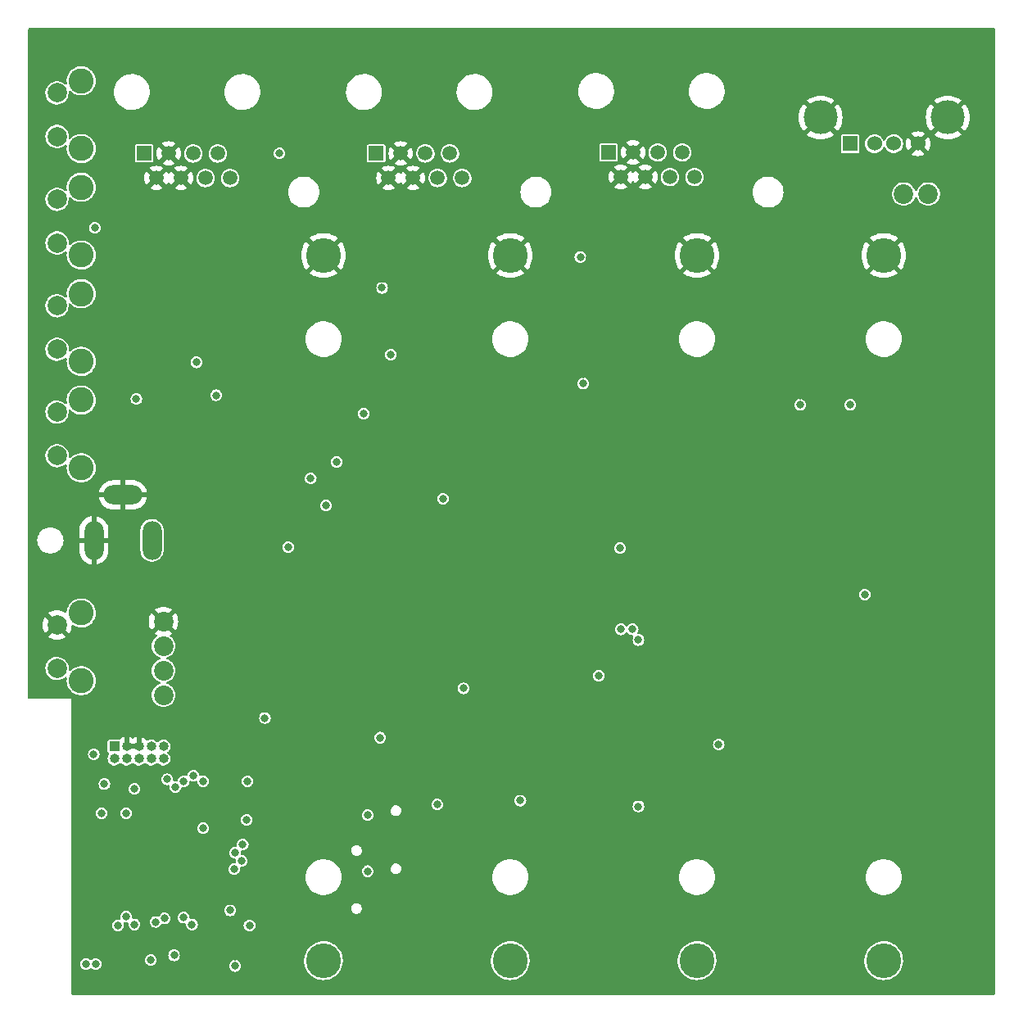
<source format=gbl>
G04 #@! TF.GenerationSoftware,KiCad,Pcbnew,(6.0.6)*
G04 #@! TF.CreationDate,2023-10-25T22:22:06+02:00*
G04 #@! TF.ProjectId,SHS_DCDC,5348535f-4443-4444-932e-6b696361645f,rev?*
G04 #@! TF.SameCoordinates,Original*
G04 #@! TF.FileFunction,Copper,L6,Bot*
G04 #@! TF.FilePolarity,Positive*
%FSLAX46Y46*%
G04 Gerber Fmt 4.6, Leading zero omitted, Abs format (unit mm)*
G04 Created by KiCad (PCBNEW (6.0.6)) date 2023-10-25 22:22:06*
%MOMM*%
%LPD*%
G01*
G04 APERTURE LIST*
G04 #@! TA.AperFunction,ComponentPad*
%ADD10R,1.524000X1.524000*%
G04 #@! TD*
G04 #@! TA.AperFunction,ComponentPad*
%ADD11C,1.524000*%
G04 #@! TD*
G04 #@! TA.AperFunction,ComponentPad*
%ADD12C,3.500000*%
G04 #@! TD*
G04 #@! TA.AperFunction,ComponentPad*
%ADD13O,2.000000X4.000000*%
G04 #@! TD*
G04 #@! TA.AperFunction,ComponentPad*
%ADD14O,4.000000X2.000000*%
G04 #@! TD*
G04 #@! TA.AperFunction,ComponentPad*
%ADD15C,2.000000*%
G04 #@! TD*
G04 #@! TA.AperFunction,ComponentPad*
%ADD16C,2.600000*%
G04 #@! TD*
G04 #@! TA.AperFunction,ComponentPad*
%ADD17R,1.000000X1.000000*%
G04 #@! TD*
G04 #@! TA.AperFunction,ComponentPad*
%ADD18O,1.000000X1.000000*%
G04 #@! TD*
G04 #@! TA.AperFunction,ComponentPad*
%ADD19R,1.500000X1.500000*%
G04 #@! TD*
G04 #@! TA.AperFunction,ComponentPad*
%ADD20C,1.500000*%
G04 #@! TD*
G04 #@! TA.AperFunction,ComponentPad*
%ADD21C,2.020000*%
G04 #@! TD*
G04 #@! TA.AperFunction,ComponentPad*
%ADD22C,3.600000*%
G04 #@! TD*
G04 #@! TA.AperFunction,ViaPad*
%ADD23C,0.800000*%
G04 #@! TD*
G04 APERTURE END LIST*
D10*
X85000000Y-12000000D03*
D11*
X87500000Y-12000000D03*
X89500000Y-12000000D03*
X92000000Y-12000000D03*
D12*
X81930000Y-9290000D03*
X95070000Y-9290000D03*
D13*
X12812500Y-53000000D03*
X6812500Y-53000000D03*
D14*
X9812500Y-48300000D03*
D15*
X3000000Y-33250000D03*
X3000000Y-28750000D03*
D16*
X5500000Y-34500000D03*
X5500000Y-27500000D03*
D17*
X8930000Y-74300000D03*
D18*
X8930000Y-75570000D03*
X10200000Y-74300000D03*
X10200000Y-75570000D03*
X11470000Y-74300000D03*
X11470000Y-75570000D03*
X12740000Y-74300000D03*
X12740000Y-75570000D03*
X14010000Y-74300000D03*
X14010000Y-75570000D03*
D15*
X3000000Y-22250000D03*
X3000000Y-17750000D03*
D16*
X5500000Y-23500000D03*
X5500000Y-16500000D03*
D19*
X12000000Y-13000000D03*
D20*
X13270000Y-15540000D03*
X14540000Y-13000000D03*
X15810000Y-15540000D03*
X17080000Y-13000000D03*
X18350000Y-15540000D03*
X19620000Y-13000000D03*
X20890000Y-15540000D03*
D21*
X93065000Y-17200000D03*
X90525000Y-17200000D03*
D19*
X36000000Y-13000000D03*
D20*
X37270000Y-15540000D03*
X38540000Y-13000000D03*
X39810000Y-15540000D03*
X41080000Y-13000000D03*
X42350000Y-15540000D03*
X43620000Y-13000000D03*
X44890000Y-15540000D03*
D15*
X3000000Y-11250000D03*
X3000000Y-6750000D03*
D16*
X5500000Y-12500000D03*
X5500000Y-5500000D03*
D15*
X3000000Y-44250000D03*
X3000000Y-39750000D03*
D16*
X5500000Y-45500000D03*
X5500000Y-38500000D03*
D15*
X3000000Y-66250000D03*
X3000000Y-61750000D03*
D16*
X5500000Y-67500000D03*
X5500000Y-60500000D03*
D21*
X14000000Y-69000000D03*
X14000000Y-66460000D03*
X14000000Y-63920000D03*
X14000000Y-61380000D03*
D19*
X60000000Y-12900000D03*
D20*
X61270000Y-15440000D03*
X62540000Y-12900000D03*
X63810000Y-15440000D03*
X65080000Y-12900000D03*
X66350000Y-15440000D03*
X67620000Y-12900000D03*
X68890000Y-15440000D03*
D22*
X88455000Y-96450000D03*
X88455000Y-23550000D03*
X69150000Y-96450000D03*
X69150000Y-23550000D03*
X49850000Y-96450000D03*
X49850000Y-23550000D03*
X30545000Y-96450000D03*
X30545000Y-23550000D03*
D23*
X88300000Y-16100000D03*
X95300000Y-17500000D03*
X27000000Y-13000000D03*
X93000000Y-45800000D03*
X15300000Y-77200000D03*
X23400000Y-78700000D03*
X7300000Y-2900000D03*
X59800000Y-67800000D03*
X70400000Y-74900000D03*
X36800000Y-25700000D03*
X52700000Y-72800000D03*
X14400000Y-33900000D03*
X42600000Y-90800000D03*
X38800000Y-68000000D03*
X86500000Y-40500000D03*
X83200000Y-49200000D03*
X6800000Y-76200000D03*
X42300000Y-33800000D03*
X12000000Y-21000000D03*
X15800000Y-85300000D03*
X59800000Y-62200000D03*
X21400000Y-96000000D03*
X37900000Y-34800000D03*
X8300000Y-82000000D03*
X18000000Y-92700000D03*
X7500000Y-95500000D03*
X74500000Y-79800000D03*
X36100000Y-81400000D03*
X91600000Y-49800000D03*
X30900000Y-48300000D03*
X26000000Y-46700000D03*
X31900000Y-46000000D03*
X6900000Y-19000000D03*
X33400000Y-47400000D03*
X6900000Y-92800000D03*
X6900000Y-85900000D03*
X57200000Y-17600000D03*
X72900000Y-49400000D03*
X75900000Y-91100000D03*
X67700000Y-66200000D03*
X34900000Y-72900000D03*
X10000000Y-95400000D03*
X67300000Y-80800000D03*
X86700000Y-36900000D03*
X47000000Y-18300000D03*
X81600000Y-55500000D03*
X12500000Y-90000000D03*
X7500000Y-39700000D03*
X56700000Y-91100000D03*
X6900000Y-89500000D03*
X57500000Y-64700000D03*
X10500000Y-98200000D03*
X32800000Y-37900000D03*
X74700000Y-76200000D03*
X68600000Y-19400000D03*
X39300000Y-86300000D03*
X9700000Y-85400000D03*
X58500000Y-78900000D03*
X78200000Y-49900000D03*
X86500000Y-45600000D03*
X69100000Y-68100000D03*
X91000000Y-59400000D03*
X26200000Y-64900000D03*
X18600000Y-81100000D03*
X34200000Y-17500000D03*
X12800000Y-41100000D03*
X80300000Y-15800000D03*
X15800000Y-86800000D03*
X58100000Y-23700000D03*
X39800000Y-44500000D03*
X11100000Y-91500000D03*
X80300000Y-19400000D03*
X41000000Y-49300000D03*
X89900000Y-49800000D03*
X25600000Y-52400000D03*
X24500000Y-51400000D03*
X37500000Y-63800000D03*
X24500000Y-52400000D03*
X79800000Y-38000000D03*
X6500000Y-95500000D03*
X36100000Y-87200000D03*
X13500000Y-91300000D03*
X38500000Y-18900000D03*
X21200000Y-94375500D03*
X42300000Y-81299503D03*
X57400000Y-35800000D03*
X6900000Y-90400000D03*
X26700000Y-51400000D03*
X6900000Y-91300000D03*
X62000000Y-34300000D03*
X8800000Y-78800000D03*
X51400000Y-80800000D03*
X18000000Y-97800000D03*
X22000000Y-55100000D03*
X57500000Y-65800000D03*
X8300000Y-92800000D03*
X22600000Y-82899503D03*
X22000000Y-57100000D03*
X91000000Y-71700000D03*
X91000000Y-67600000D03*
X62100000Y-80100000D03*
X6900000Y-84100000D03*
X26700000Y-52400000D03*
X12000000Y-28300000D03*
X41900000Y-44900000D03*
X68800000Y-49300000D03*
X35000000Y-63800000D03*
X12400000Y-83900000D03*
X22800000Y-18200000D03*
X6900000Y-85000000D03*
X30300000Y-46600000D03*
X46870000Y-73400000D03*
X59700000Y-25000000D03*
X6900000Y-83200000D03*
X61500000Y-18700000D03*
X91000000Y-63500000D03*
X9400000Y-82000000D03*
X39500000Y-81300000D03*
X33600000Y-69600000D03*
X26000000Y-45800000D03*
X75600000Y-49900000D03*
X14200000Y-37100000D03*
X57000000Y-67000000D03*
X6900000Y-86800000D03*
X42500000Y-31100000D03*
X38300000Y-79100000D03*
X5500000Y-95500000D03*
X26400000Y-90000000D03*
X10100000Y-89500000D03*
X95800000Y-40700000D03*
X25600000Y-51400000D03*
X10300000Y-22300000D03*
X16400000Y-36300000D03*
X12000000Y-25000000D03*
X62000000Y-36800000D03*
X11000000Y-83900000D03*
X24100000Y-41500000D03*
X63100000Y-67900000D03*
X12400000Y-44600000D03*
X6900000Y-87700000D03*
X90200000Y-81000000D03*
X81200000Y-49500000D03*
X56100000Y-70000000D03*
X17767345Y-83692521D03*
X6900000Y-88600000D03*
X29225000Y-46600000D03*
X26900000Y-53700000D03*
X42900000Y-48700000D03*
X22600000Y-81900000D03*
X85000000Y-39000000D03*
X79800000Y-39000000D03*
X31900000Y-44900000D03*
X21300000Y-87000000D03*
X61200000Y-53800000D03*
X22900000Y-92800000D03*
X22700000Y-77900000D03*
X30800000Y-49400000D03*
X22100000Y-86150000D03*
X59000000Y-67000000D03*
X71400000Y-74100000D03*
X7900000Y-78200000D03*
X15250000Y-78500000D03*
X14400000Y-77700000D03*
X11000000Y-78700000D03*
X15100000Y-95900000D03*
X19450000Y-38000000D03*
X10150000Y-81200000D03*
X17400000Y-34600000D03*
X21400000Y-97000000D03*
X63100000Y-80500000D03*
X9300000Y-92800000D03*
X24490000Y-71360000D03*
X50900000Y-79900000D03*
X10150000Y-91900000D03*
X36400000Y-73400000D03*
X20900000Y-91250000D03*
X11000000Y-92700000D03*
X18100000Y-82750000D03*
X13184016Y-92444535D03*
X14117097Y-92086254D03*
X6900000Y-20700000D03*
X22200000Y-84450000D03*
X36600000Y-26900000D03*
X21400000Y-85300000D03*
X57100000Y-23700000D03*
X57400000Y-36800000D03*
X18100000Y-77900000D03*
X37500000Y-33800000D03*
X17100000Y-77300000D03*
X16100000Y-77900000D03*
X11200000Y-38400000D03*
X45000000Y-68300000D03*
X16950000Y-92700000D03*
X7600000Y-81200000D03*
X12700000Y-96400000D03*
X34700000Y-39900000D03*
X35100000Y-87200000D03*
X6800000Y-75100000D03*
X35100000Y-81400000D03*
X7000000Y-96800000D03*
X6000000Y-96800000D03*
X62500000Y-62200000D03*
X63100000Y-63300000D03*
X61300000Y-62200000D03*
X16100000Y-92000000D03*
X26000000Y-13000000D03*
X42300000Y-80300000D03*
X86500000Y-58600000D03*
G04 #@! TA.AperFunction,Conductor*
G36*
X99916621Y-45502D02*
G01*
X99963114Y-99158D01*
X99974500Y-151500D01*
X99974500Y-99848500D01*
X99954498Y-99916621D01*
X99900842Y-99963114D01*
X99848500Y-99974500D01*
X4626000Y-99974500D01*
X4557879Y-99954498D01*
X4511386Y-99900842D01*
X4500000Y-99848500D01*
X4500000Y-96800000D01*
X5394318Y-96800000D01*
X5414956Y-96956762D01*
X5475464Y-97102841D01*
X5571718Y-97228282D01*
X5697159Y-97324536D01*
X5843238Y-97385044D01*
X6000000Y-97405682D01*
X6008188Y-97404604D01*
X6148574Y-97386122D01*
X6156762Y-97385044D01*
X6302841Y-97324536D01*
X6423296Y-97232108D01*
X6489517Y-97206508D01*
X6559065Y-97220773D01*
X6576704Y-97232108D01*
X6697159Y-97324536D01*
X6843238Y-97385044D01*
X7000000Y-97405682D01*
X7008188Y-97404604D01*
X7148574Y-97386122D01*
X7156762Y-97385044D01*
X7302841Y-97324536D01*
X7428282Y-97228282D01*
X7524536Y-97102841D01*
X7585044Y-96956762D01*
X7605682Y-96800000D01*
X7585044Y-96643238D01*
X7524536Y-96497159D01*
X7456059Y-96407918D01*
X7449983Y-96400000D01*
X12094318Y-96400000D01*
X12114956Y-96556762D01*
X12175464Y-96702841D01*
X12180491Y-96709392D01*
X12250017Y-96800000D01*
X12271718Y-96828282D01*
X12397159Y-96924536D01*
X12543238Y-96985044D01*
X12700000Y-97005682D01*
X12708188Y-97004604D01*
X12743159Y-97000000D01*
X20794318Y-97000000D01*
X20814956Y-97156762D01*
X20875464Y-97302841D01*
X20971718Y-97428282D01*
X21097159Y-97524536D01*
X21243238Y-97585044D01*
X21400000Y-97605682D01*
X21408188Y-97604604D01*
X21548574Y-97586122D01*
X21556762Y-97585044D01*
X21702841Y-97524536D01*
X21828282Y-97428282D01*
X21924536Y-97302841D01*
X21985044Y-97156762D01*
X22005682Y-97000000D01*
X21985044Y-96843238D01*
X21924536Y-96697159D01*
X21828282Y-96571718D01*
X21702841Y-96475464D01*
X21556762Y-96414956D01*
X21400000Y-96394318D01*
X21243238Y-96414956D01*
X21097159Y-96475464D01*
X20971718Y-96571718D01*
X20875464Y-96697159D01*
X20814956Y-96843238D01*
X20794318Y-97000000D01*
X12743159Y-97000000D01*
X12848574Y-96986122D01*
X12856762Y-96985044D01*
X13002841Y-96924536D01*
X13128282Y-96828282D01*
X13149984Y-96800000D01*
X13219509Y-96709392D01*
X13224536Y-96702841D01*
X13285044Y-96556762D01*
X13305682Y-96400000D01*
X13285044Y-96243238D01*
X13224536Y-96097159D01*
X13128282Y-95971718D01*
X13034817Y-95900000D01*
X14494318Y-95900000D01*
X14514956Y-96056762D01*
X14575464Y-96202841D01*
X14671718Y-96328282D01*
X14797159Y-96424536D01*
X14943238Y-96485044D01*
X15100000Y-96505682D01*
X15108188Y-96504604D01*
X15248574Y-96486122D01*
X15256762Y-96485044D01*
X15402841Y-96424536D01*
X15451756Y-96387002D01*
X28540380Y-96387002D01*
X28540710Y-96395396D01*
X28550148Y-96635609D01*
X28551502Y-96670084D01*
X28602400Y-96948775D01*
X28692058Y-97217514D01*
X28694050Y-97221501D01*
X28694051Y-97221503D01*
X28797373Y-97428282D01*
X28818687Y-97470939D01*
X28979761Y-97703993D01*
X29172065Y-97912027D01*
X29175519Y-97914839D01*
X29388307Y-98088075D01*
X29388311Y-98088078D01*
X29391764Y-98090889D01*
X29634472Y-98237012D01*
X29638567Y-98238746D01*
X29638569Y-98238747D01*
X29891247Y-98345742D01*
X29891254Y-98345744D01*
X29895348Y-98347478D01*
X29995492Y-98374031D01*
X30164889Y-98418946D01*
X30164893Y-98418947D01*
X30169186Y-98420085D01*
X30173595Y-98420607D01*
X30173601Y-98420608D01*
X30330953Y-98439232D01*
X30450523Y-98453384D01*
X30733745Y-98446709D01*
X30738143Y-98445977D01*
X31008810Y-98400926D01*
X31008814Y-98400925D01*
X31013200Y-98400195D01*
X31017441Y-98398854D01*
X31017444Y-98398853D01*
X31279068Y-98316112D01*
X31279070Y-98316111D01*
X31283314Y-98314769D01*
X31287325Y-98312843D01*
X31287330Y-98312841D01*
X31534678Y-98194066D01*
X31534679Y-98194065D01*
X31538697Y-98192136D01*
X31686781Y-98093190D01*
X31770545Y-98037221D01*
X31770549Y-98037218D01*
X31774253Y-98034743D01*
X31985281Y-97845730D01*
X32167573Y-97628868D01*
X32317489Y-97388485D01*
X32432040Y-97129376D01*
X32508939Y-96856712D01*
X32517656Y-96791812D01*
X32546225Y-96579115D01*
X32546226Y-96579107D01*
X32546652Y-96575933D01*
X32546753Y-96572722D01*
X32550509Y-96453222D01*
X32550509Y-96453217D01*
X32550610Y-96450000D01*
X32546149Y-96387002D01*
X47845380Y-96387002D01*
X47845710Y-96395396D01*
X47855148Y-96635609D01*
X47856502Y-96670084D01*
X47907400Y-96948775D01*
X47997058Y-97217514D01*
X47999050Y-97221501D01*
X47999051Y-97221503D01*
X48102373Y-97428282D01*
X48123687Y-97470939D01*
X48284761Y-97703993D01*
X48477065Y-97912027D01*
X48480519Y-97914839D01*
X48693307Y-98088075D01*
X48693311Y-98088078D01*
X48696764Y-98090889D01*
X48939472Y-98237012D01*
X48943567Y-98238746D01*
X48943569Y-98238747D01*
X49196247Y-98345742D01*
X49196254Y-98345744D01*
X49200348Y-98347478D01*
X49300492Y-98374031D01*
X49469889Y-98418946D01*
X49469893Y-98418947D01*
X49474186Y-98420085D01*
X49478595Y-98420607D01*
X49478601Y-98420608D01*
X49635953Y-98439232D01*
X49755523Y-98453384D01*
X50038745Y-98446709D01*
X50043143Y-98445977D01*
X50313810Y-98400926D01*
X50313814Y-98400925D01*
X50318200Y-98400195D01*
X50322441Y-98398854D01*
X50322444Y-98398853D01*
X50584068Y-98316112D01*
X50584070Y-98316111D01*
X50588314Y-98314769D01*
X50592325Y-98312843D01*
X50592330Y-98312841D01*
X50839678Y-98194066D01*
X50839679Y-98194065D01*
X50843697Y-98192136D01*
X50991781Y-98093190D01*
X51075545Y-98037221D01*
X51075549Y-98037218D01*
X51079253Y-98034743D01*
X51290281Y-97845730D01*
X51472573Y-97628868D01*
X51622489Y-97388485D01*
X51737040Y-97129376D01*
X51813939Y-96856712D01*
X51822656Y-96791812D01*
X51851225Y-96579115D01*
X51851226Y-96579107D01*
X51851652Y-96575933D01*
X51851753Y-96572722D01*
X51855509Y-96453222D01*
X51855509Y-96453217D01*
X51855610Y-96450000D01*
X51851149Y-96387002D01*
X67145380Y-96387002D01*
X67145710Y-96395396D01*
X67155148Y-96635609D01*
X67156502Y-96670084D01*
X67207400Y-96948775D01*
X67297058Y-97217514D01*
X67299050Y-97221501D01*
X67299051Y-97221503D01*
X67402373Y-97428282D01*
X67423687Y-97470939D01*
X67584761Y-97703993D01*
X67777065Y-97912027D01*
X67780519Y-97914839D01*
X67993307Y-98088075D01*
X67993311Y-98088078D01*
X67996764Y-98090889D01*
X68239472Y-98237012D01*
X68243567Y-98238746D01*
X68243569Y-98238747D01*
X68496247Y-98345742D01*
X68496254Y-98345744D01*
X68500348Y-98347478D01*
X68600492Y-98374031D01*
X68769889Y-98418946D01*
X68769893Y-98418947D01*
X68774186Y-98420085D01*
X68778595Y-98420607D01*
X68778601Y-98420608D01*
X68935953Y-98439232D01*
X69055523Y-98453384D01*
X69338745Y-98446709D01*
X69343143Y-98445977D01*
X69613810Y-98400926D01*
X69613814Y-98400925D01*
X69618200Y-98400195D01*
X69622441Y-98398854D01*
X69622444Y-98398853D01*
X69884068Y-98316112D01*
X69884070Y-98316111D01*
X69888314Y-98314769D01*
X69892325Y-98312843D01*
X69892330Y-98312841D01*
X70139678Y-98194066D01*
X70139679Y-98194065D01*
X70143697Y-98192136D01*
X70291781Y-98093190D01*
X70375545Y-98037221D01*
X70375549Y-98037218D01*
X70379253Y-98034743D01*
X70590281Y-97845730D01*
X70772573Y-97628868D01*
X70922489Y-97388485D01*
X71037040Y-97129376D01*
X71113939Y-96856712D01*
X71122656Y-96791812D01*
X71151225Y-96579115D01*
X71151226Y-96579107D01*
X71151652Y-96575933D01*
X71151753Y-96572722D01*
X71155509Y-96453222D01*
X71155509Y-96453217D01*
X71155610Y-96450000D01*
X71151149Y-96387002D01*
X86450380Y-96387002D01*
X86450710Y-96395396D01*
X86460148Y-96635609D01*
X86461502Y-96670084D01*
X86512400Y-96948775D01*
X86602058Y-97217514D01*
X86604050Y-97221501D01*
X86604051Y-97221503D01*
X86707373Y-97428282D01*
X86728687Y-97470939D01*
X86889761Y-97703993D01*
X87082065Y-97912027D01*
X87085519Y-97914839D01*
X87298307Y-98088075D01*
X87298311Y-98088078D01*
X87301764Y-98090889D01*
X87544472Y-98237012D01*
X87548567Y-98238746D01*
X87548569Y-98238747D01*
X87801247Y-98345742D01*
X87801254Y-98345744D01*
X87805348Y-98347478D01*
X87905492Y-98374031D01*
X88074889Y-98418946D01*
X88074893Y-98418947D01*
X88079186Y-98420085D01*
X88083595Y-98420607D01*
X88083601Y-98420608D01*
X88240953Y-98439232D01*
X88360523Y-98453384D01*
X88643745Y-98446709D01*
X88648143Y-98445977D01*
X88918810Y-98400926D01*
X88918814Y-98400925D01*
X88923200Y-98400195D01*
X88927441Y-98398854D01*
X88927444Y-98398853D01*
X89189068Y-98316112D01*
X89189070Y-98316111D01*
X89193314Y-98314769D01*
X89197325Y-98312843D01*
X89197330Y-98312841D01*
X89444678Y-98194066D01*
X89444679Y-98194065D01*
X89448697Y-98192136D01*
X89596781Y-98093190D01*
X89680545Y-98037221D01*
X89680549Y-98037218D01*
X89684253Y-98034743D01*
X89895281Y-97845730D01*
X90077573Y-97628868D01*
X90227489Y-97388485D01*
X90342040Y-97129376D01*
X90418939Y-96856712D01*
X90427656Y-96791812D01*
X90456225Y-96579115D01*
X90456226Y-96579107D01*
X90456652Y-96575933D01*
X90456753Y-96572722D01*
X90460509Y-96453222D01*
X90460509Y-96453217D01*
X90460610Y-96450000D01*
X90440601Y-96167407D01*
X90427204Y-96105177D01*
X90381911Y-95894800D01*
X90381911Y-95894798D01*
X90380975Y-95890453D01*
X90282920Y-95624663D01*
X90148393Y-95375340D01*
X89980078Y-95147460D01*
X89933554Y-95100199D01*
X89784465Y-94948751D01*
X89781334Y-94945570D01*
X89777794Y-94942869D01*
X89777788Y-94942863D01*
X89559667Y-94776398D01*
X89559663Y-94776395D01*
X89556126Y-94773696D01*
X89492179Y-94737884D01*
X89312837Y-94637448D01*
X89312832Y-94637445D01*
X89308947Y-94635270D01*
X89304789Y-94633662D01*
X89304784Y-94633659D01*
X89048885Y-94534659D01*
X89048879Y-94534657D01*
X89044730Y-94533052D01*
X89040398Y-94532048D01*
X89040395Y-94532047D01*
X88965141Y-94514604D01*
X88768747Y-94469082D01*
X88486503Y-94444637D01*
X88482068Y-94444881D01*
X88482064Y-94444881D01*
X88208073Y-94459960D01*
X88208066Y-94459961D01*
X88203630Y-94460205D01*
X88065743Y-94487632D01*
X87930146Y-94514604D01*
X87930141Y-94514605D01*
X87925774Y-94515474D01*
X87921571Y-94516950D01*
X87662684Y-94607864D01*
X87662681Y-94607865D01*
X87658476Y-94609342D01*
X87654523Y-94611395D01*
X87654517Y-94611398D01*
X87512135Y-94685360D01*
X87407072Y-94739936D01*
X87403457Y-94742519D01*
X87403451Y-94742523D01*
X87356048Y-94776398D01*
X87176576Y-94904651D01*
X87173349Y-94907729D01*
X87173347Y-94907731D01*
X87133682Y-94945570D01*
X86971588Y-95100199D01*
X86796199Y-95322680D01*
X86793962Y-95326532D01*
X86656141Y-95563807D01*
X86656138Y-95563813D01*
X86653907Y-95567654D01*
X86652237Y-95571777D01*
X86562099Y-95794318D01*
X86547552Y-95830232D01*
X86546481Y-95834545D01*
X86546479Y-95834550D01*
X86480328Y-96100856D01*
X86479255Y-96105177D01*
X86478801Y-96109605D01*
X86478801Y-96109607D01*
X86465891Y-96235609D01*
X86450380Y-96387002D01*
X71151149Y-96387002D01*
X71135601Y-96167407D01*
X71122204Y-96105177D01*
X71076911Y-95894800D01*
X71076911Y-95894798D01*
X71075975Y-95890453D01*
X70977920Y-95624663D01*
X70843393Y-95375340D01*
X70675078Y-95147460D01*
X70628554Y-95100199D01*
X70479465Y-94948751D01*
X70476334Y-94945570D01*
X70472794Y-94942869D01*
X70472788Y-94942863D01*
X70254667Y-94776398D01*
X70254663Y-94776395D01*
X70251126Y-94773696D01*
X70187179Y-94737884D01*
X70007837Y-94637448D01*
X70007832Y-94637445D01*
X70003947Y-94635270D01*
X69999789Y-94633662D01*
X69999784Y-94633659D01*
X69743885Y-94534659D01*
X69743879Y-94534657D01*
X69739730Y-94533052D01*
X69735398Y-94532048D01*
X69735395Y-94532047D01*
X69660141Y-94514604D01*
X69463747Y-94469082D01*
X69181503Y-94444637D01*
X69177068Y-94444881D01*
X69177064Y-94444881D01*
X68903073Y-94459960D01*
X68903066Y-94459961D01*
X68898630Y-94460205D01*
X68760743Y-94487632D01*
X68625146Y-94514604D01*
X68625141Y-94514605D01*
X68620774Y-94515474D01*
X68616571Y-94516950D01*
X68357684Y-94607864D01*
X68357681Y-94607865D01*
X68353476Y-94609342D01*
X68349523Y-94611395D01*
X68349517Y-94611398D01*
X68207135Y-94685360D01*
X68102072Y-94739936D01*
X68098457Y-94742519D01*
X68098451Y-94742523D01*
X68051048Y-94776398D01*
X67871576Y-94904651D01*
X67868349Y-94907729D01*
X67868347Y-94907731D01*
X67828682Y-94945570D01*
X67666588Y-95100199D01*
X67491199Y-95322680D01*
X67488962Y-95326532D01*
X67351141Y-95563807D01*
X67351138Y-95563813D01*
X67348907Y-95567654D01*
X67347237Y-95571777D01*
X67257099Y-95794318D01*
X67242552Y-95830232D01*
X67241481Y-95834545D01*
X67241479Y-95834550D01*
X67175328Y-96100856D01*
X67174255Y-96105177D01*
X67173801Y-96109605D01*
X67173801Y-96109607D01*
X67160891Y-96235609D01*
X67145380Y-96387002D01*
X51851149Y-96387002D01*
X51835601Y-96167407D01*
X51822204Y-96105177D01*
X51776911Y-95894800D01*
X51776911Y-95894798D01*
X51775975Y-95890453D01*
X51677920Y-95624663D01*
X51543393Y-95375340D01*
X51375078Y-95147460D01*
X51328554Y-95100199D01*
X51179465Y-94948751D01*
X51176334Y-94945570D01*
X51172794Y-94942869D01*
X51172788Y-94942863D01*
X50954667Y-94776398D01*
X50954663Y-94776395D01*
X50951126Y-94773696D01*
X50887179Y-94737884D01*
X50707837Y-94637448D01*
X50707832Y-94637445D01*
X50703947Y-94635270D01*
X50699789Y-94633662D01*
X50699784Y-94633659D01*
X50443885Y-94534659D01*
X50443879Y-94534657D01*
X50439730Y-94533052D01*
X50435398Y-94532048D01*
X50435395Y-94532047D01*
X50360141Y-94514604D01*
X50163747Y-94469082D01*
X49881503Y-94444637D01*
X49877068Y-94444881D01*
X49877064Y-94444881D01*
X49603073Y-94459960D01*
X49603066Y-94459961D01*
X49598630Y-94460205D01*
X49460743Y-94487632D01*
X49325146Y-94514604D01*
X49325141Y-94514605D01*
X49320774Y-94515474D01*
X49316571Y-94516950D01*
X49057684Y-94607864D01*
X49057681Y-94607865D01*
X49053476Y-94609342D01*
X49049523Y-94611395D01*
X49049517Y-94611398D01*
X48907135Y-94685360D01*
X48802072Y-94739936D01*
X48798457Y-94742519D01*
X48798451Y-94742523D01*
X48751048Y-94776398D01*
X48571576Y-94904651D01*
X48568349Y-94907729D01*
X48568347Y-94907731D01*
X48528682Y-94945570D01*
X48366588Y-95100199D01*
X48191199Y-95322680D01*
X48188962Y-95326532D01*
X48051141Y-95563807D01*
X48051138Y-95563813D01*
X48048907Y-95567654D01*
X48047237Y-95571777D01*
X47957099Y-95794318D01*
X47942552Y-95830232D01*
X47941481Y-95834545D01*
X47941479Y-95834550D01*
X47875328Y-96100856D01*
X47874255Y-96105177D01*
X47873801Y-96109605D01*
X47873801Y-96109607D01*
X47860891Y-96235609D01*
X47845380Y-96387002D01*
X32546149Y-96387002D01*
X32530601Y-96167407D01*
X32517204Y-96105177D01*
X32471911Y-95894800D01*
X32471911Y-95894798D01*
X32470975Y-95890453D01*
X32372920Y-95624663D01*
X32238393Y-95375340D01*
X32070078Y-95147460D01*
X32023554Y-95100199D01*
X31874465Y-94948751D01*
X31871334Y-94945570D01*
X31867794Y-94942869D01*
X31867788Y-94942863D01*
X31649667Y-94776398D01*
X31649663Y-94776395D01*
X31646126Y-94773696D01*
X31582179Y-94737884D01*
X31402837Y-94637448D01*
X31402832Y-94637445D01*
X31398947Y-94635270D01*
X31394789Y-94633662D01*
X31394784Y-94633659D01*
X31138885Y-94534659D01*
X31138879Y-94534657D01*
X31134730Y-94533052D01*
X31130398Y-94532048D01*
X31130395Y-94532047D01*
X31055141Y-94514604D01*
X30858747Y-94469082D01*
X30576503Y-94444637D01*
X30572068Y-94444881D01*
X30572064Y-94444881D01*
X30298073Y-94459960D01*
X30298066Y-94459961D01*
X30293630Y-94460205D01*
X30155743Y-94487632D01*
X30020146Y-94514604D01*
X30020141Y-94514605D01*
X30015774Y-94515474D01*
X30011571Y-94516950D01*
X29752684Y-94607864D01*
X29752681Y-94607865D01*
X29748476Y-94609342D01*
X29744523Y-94611395D01*
X29744517Y-94611398D01*
X29602135Y-94685360D01*
X29497072Y-94739936D01*
X29493457Y-94742519D01*
X29493451Y-94742523D01*
X29446048Y-94776398D01*
X29266576Y-94904651D01*
X29263349Y-94907729D01*
X29263347Y-94907731D01*
X29223682Y-94945570D01*
X29061588Y-95100199D01*
X28886199Y-95322680D01*
X28883962Y-95326532D01*
X28746141Y-95563807D01*
X28746138Y-95563813D01*
X28743907Y-95567654D01*
X28742237Y-95571777D01*
X28652099Y-95794318D01*
X28637552Y-95830232D01*
X28636481Y-95834545D01*
X28636479Y-95834550D01*
X28570328Y-96100856D01*
X28569255Y-96105177D01*
X28568801Y-96109605D01*
X28568801Y-96109607D01*
X28555891Y-96235609D01*
X28540380Y-96387002D01*
X15451756Y-96387002D01*
X15528282Y-96328282D01*
X15624536Y-96202841D01*
X15685044Y-96056762D01*
X15705682Y-95900000D01*
X15685044Y-95743238D01*
X15624536Y-95597159D01*
X15528282Y-95471718D01*
X15402841Y-95375464D01*
X15256762Y-95314956D01*
X15100000Y-95294318D01*
X14943238Y-95314956D01*
X14797159Y-95375464D01*
X14671718Y-95471718D01*
X14575464Y-95597159D01*
X14514956Y-95743238D01*
X14494318Y-95900000D01*
X13034817Y-95900000D01*
X13002841Y-95875464D01*
X12856762Y-95814956D01*
X12700000Y-95794318D01*
X12543238Y-95814956D01*
X12397159Y-95875464D01*
X12271718Y-95971718D01*
X12175464Y-96097159D01*
X12114956Y-96243238D01*
X12094318Y-96400000D01*
X7449983Y-96400000D01*
X7433305Y-96378264D01*
X7428282Y-96371718D01*
X7302841Y-96275464D01*
X7156762Y-96214956D01*
X7000000Y-96194318D01*
X6843238Y-96214956D01*
X6697159Y-96275464D01*
X6690608Y-96280491D01*
X6576704Y-96367892D01*
X6510483Y-96393492D01*
X6440935Y-96379227D01*
X6423296Y-96367892D01*
X6309392Y-96280491D01*
X6302841Y-96275464D01*
X6156762Y-96214956D01*
X6000000Y-96194318D01*
X5843238Y-96214956D01*
X5697159Y-96275464D01*
X5571718Y-96371718D01*
X5566695Y-96378264D01*
X5543941Y-96407918D01*
X5475464Y-96497159D01*
X5414956Y-96643238D01*
X5394318Y-96800000D01*
X4500000Y-96800000D01*
X4500000Y-92800000D01*
X8694318Y-92800000D01*
X8714956Y-92956762D01*
X8775464Y-93102841D01*
X8871718Y-93228282D01*
X8997159Y-93324536D01*
X9143238Y-93385044D01*
X9300000Y-93405682D01*
X9308188Y-93404604D01*
X9448574Y-93386122D01*
X9456762Y-93385044D01*
X9602841Y-93324536D01*
X9728282Y-93228282D01*
X9824536Y-93102841D01*
X9885044Y-92956762D01*
X9905682Y-92800000D01*
X9898754Y-92747376D01*
X9886122Y-92651424D01*
X9886121Y-92651422D01*
X9885044Y-92643238D01*
X9884886Y-92642855D01*
X9886490Y-92575510D01*
X9926285Y-92516715D01*
X9991550Y-92488769D01*
X10022952Y-92488956D01*
X10141812Y-92504604D01*
X10150000Y-92505682D01*
X10261861Y-92490955D01*
X10332008Y-92501894D01*
X10385107Y-92549022D01*
X10404297Y-92617376D01*
X10403228Y-92632318D01*
X10394318Y-92700000D01*
X10414956Y-92856762D01*
X10475464Y-93002841D01*
X10571718Y-93128282D01*
X10697159Y-93224536D01*
X10843238Y-93285044D01*
X11000000Y-93305682D01*
X11008188Y-93304604D01*
X11148574Y-93286122D01*
X11156762Y-93285044D01*
X11302841Y-93224536D01*
X11428282Y-93128282D01*
X11524536Y-93002841D01*
X11585044Y-92856762D01*
X11605682Y-92700000D01*
X11585044Y-92543238D01*
X11544160Y-92444535D01*
X12578334Y-92444535D01*
X12598972Y-92601297D01*
X12659480Y-92747376D01*
X12664507Y-92753927D01*
X12749269Y-92864391D01*
X12755734Y-92872817D01*
X12881175Y-92969071D01*
X13027254Y-93029579D01*
X13184016Y-93050217D01*
X13192204Y-93049139D01*
X13332590Y-93030657D01*
X13340778Y-93029579D01*
X13486857Y-92969071D01*
X13612298Y-92872817D01*
X13618764Y-92864391D01*
X13703525Y-92753927D01*
X13708552Y-92747376D01*
X13724104Y-92709830D01*
X13768652Y-92654549D01*
X13836016Y-92632128D01*
X13888731Y-92641639D01*
X13952705Y-92668138D01*
X13952708Y-92668139D01*
X13960335Y-92671298D01*
X14117097Y-92691936D01*
X14125285Y-92690858D01*
X14265671Y-92672376D01*
X14273859Y-92671298D01*
X14419938Y-92610790D01*
X14545379Y-92514536D01*
X14641633Y-92389095D01*
X14702141Y-92243016D01*
X14722779Y-92086254D01*
X14711424Y-92000000D01*
X15494318Y-92000000D01*
X15514956Y-92156762D01*
X15575464Y-92302841D01*
X15671718Y-92428282D01*
X15678264Y-92433305D01*
X15692899Y-92444535D01*
X15797159Y-92524536D01*
X15943238Y-92585044D01*
X16100000Y-92605682D01*
X16203029Y-92592118D01*
X16273176Y-92603057D01*
X16326275Y-92650185D01*
X16344396Y-92700594D01*
X16356405Y-92791812D01*
X16364956Y-92856762D01*
X16425464Y-93002841D01*
X16521718Y-93128282D01*
X16647159Y-93224536D01*
X16793238Y-93285044D01*
X16950000Y-93305682D01*
X16958188Y-93304604D01*
X17098574Y-93286122D01*
X17106762Y-93285044D01*
X17252841Y-93224536D01*
X17378282Y-93128282D01*
X17474536Y-93002841D01*
X17535044Y-92856762D01*
X17542517Y-92800000D01*
X22294318Y-92800000D01*
X22314956Y-92956762D01*
X22375464Y-93102841D01*
X22471718Y-93228282D01*
X22597159Y-93324536D01*
X22743238Y-93385044D01*
X22900000Y-93405682D01*
X22908188Y-93404604D01*
X23048574Y-93386122D01*
X23056762Y-93385044D01*
X23202841Y-93324536D01*
X23328282Y-93228282D01*
X23424536Y-93102841D01*
X23485044Y-92956762D01*
X23505682Y-92800000D01*
X23485044Y-92643238D01*
X23424536Y-92497159D01*
X23328282Y-92371718D01*
X23202841Y-92275464D01*
X23056762Y-92214956D01*
X22900000Y-92194318D01*
X22743238Y-92214956D01*
X22597159Y-92275464D01*
X22471718Y-92371718D01*
X22375464Y-92497159D01*
X22314956Y-92643238D01*
X22294318Y-92800000D01*
X17542517Y-92800000D01*
X17555682Y-92700000D01*
X17535044Y-92543238D01*
X17474536Y-92397159D01*
X17385014Y-92280491D01*
X17383305Y-92278264D01*
X17378282Y-92271718D01*
X17252841Y-92175464D01*
X17106762Y-92114956D01*
X16950000Y-92094318D01*
X16846971Y-92107882D01*
X16776824Y-92096943D01*
X16723725Y-92049815D01*
X16705604Y-91999406D01*
X16686122Y-91851426D01*
X16685044Y-91843238D01*
X16624536Y-91697159D01*
X16528282Y-91571718D01*
X16402841Y-91475464D01*
X16256762Y-91414956D01*
X16100000Y-91394318D01*
X15943238Y-91414956D01*
X15797159Y-91475464D01*
X15671718Y-91571718D01*
X15575464Y-91697159D01*
X15514956Y-91843238D01*
X15494318Y-92000000D01*
X14711424Y-92000000D01*
X14702141Y-91929492D01*
X14641633Y-91783413D01*
X14560963Y-91678282D01*
X14550402Y-91664518D01*
X14545379Y-91657972D01*
X14419938Y-91561718D01*
X14273859Y-91501210D01*
X14117097Y-91480572D01*
X13960335Y-91501210D01*
X13814256Y-91561718D01*
X13688815Y-91657972D01*
X13683792Y-91664518D01*
X13673231Y-91678282D01*
X13592561Y-91783413D01*
X13589401Y-91791043D01*
X13577009Y-91820959D01*
X13532461Y-91876240D01*
X13465097Y-91898661D01*
X13412382Y-91889150D01*
X13348408Y-91862651D01*
X13348405Y-91862650D01*
X13340778Y-91859491D01*
X13303658Y-91854604D01*
X13262397Y-91849172D01*
X13184016Y-91838853D01*
X13105635Y-91849172D01*
X13064375Y-91854604D01*
X13027254Y-91859491D01*
X12881175Y-91919999D01*
X12858133Y-91937680D01*
X12766245Y-92008188D01*
X12755734Y-92016253D01*
X12659480Y-92141694D01*
X12598972Y-92287773D01*
X12578334Y-92444535D01*
X11544160Y-92444535D01*
X11524536Y-92397159D01*
X11435014Y-92280491D01*
X11433305Y-92278264D01*
X11428282Y-92271718D01*
X11302841Y-92175464D01*
X11156762Y-92114956D01*
X11000000Y-92094318D01*
X10888139Y-92109045D01*
X10817992Y-92098106D01*
X10764893Y-92050978D01*
X10745703Y-91982624D01*
X10746772Y-91967676D01*
X10748788Y-91952368D01*
X10755682Y-91900000D01*
X10735044Y-91743238D01*
X10674536Y-91597159D01*
X10578282Y-91471718D01*
X10452841Y-91375464D01*
X10306762Y-91314956D01*
X10150000Y-91294318D01*
X9993238Y-91314956D01*
X9847159Y-91375464D01*
X9721718Y-91471718D01*
X9625464Y-91597159D01*
X9564956Y-91743238D01*
X9544318Y-91900000D01*
X9545396Y-91908187D01*
X9545396Y-91908188D01*
X9560485Y-92022799D01*
X9564956Y-92056762D01*
X9565114Y-92057145D01*
X9563510Y-92124490D01*
X9523715Y-92183285D01*
X9458450Y-92211231D01*
X9427048Y-92211044D01*
X9308188Y-92195396D01*
X9300000Y-92194318D01*
X9143238Y-92214956D01*
X8997159Y-92275464D01*
X8871718Y-92371718D01*
X8775464Y-92497159D01*
X8714956Y-92643238D01*
X8694318Y-92800000D01*
X4500000Y-92800000D01*
X4500000Y-91250000D01*
X20294318Y-91250000D01*
X20314956Y-91406762D01*
X20375464Y-91552841D01*
X20415741Y-91605331D01*
X20461157Y-91664518D01*
X20471718Y-91678282D01*
X20597159Y-91774536D01*
X20743238Y-91835044D01*
X20751426Y-91836122D01*
X20805478Y-91843238D01*
X20900000Y-91855682D01*
X20908188Y-91854604D01*
X21048574Y-91836122D01*
X21056762Y-91835044D01*
X21202841Y-91774536D01*
X21328282Y-91678282D01*
X21338844Y-91664518D01*
X21384259Y-91605331D01*
X21424536Y-91552841D01*
X21485044Y-91406762D01*
X21505682Y-91250000D01*
X21485044Y-91093238D01*
X21481718Y-91085208D01*
X33390383Y-91085208D01*
X33420466Y-91234403D01*
X33489563Y-91370012D01*
X33495376Y-91376334D01*
X33495377Y-91376335D01*
X33586531Y-91475464D01*
X33592582Y-91482044D01*
X33599877Y-91486567D01*
X33599878Y-91486568D01*
X33694459Y-91545211D01*
X33721933Y-91562246D01*
X33868088Y-91604708D01*
X33875122Y-91605225D01*
X33876566Y-91605331D01*
X33876577Y-91605331D01*
X33878873Y-91605500D01*
X33988128Y-91605500D01*
X33992373Y-91604918D01*
X33992380Y-91604918D01*
X34053654Y-91596524D01*
X34100790Y-91590067D01*
X34154800Y-91566695D01*
X34232585Y-91533034D01*
X34240470Y-91529622D01*
X34247144Y-91524217D01*
X34247148Y-91524215D01*
X34352075Y-91439246D01*
X34352077Y-91439244D01*
X34358749Y-91433841D01*
X34369925Y-91418116D01*
X34441939Y-91316783D01*
X34441939Y-91316782D01*
X34446915Y-91309781D01*
X34498470Y-91166581D01*
X34509617Y-91014792D01*
X34479534Y-90865597D01*
X34410437Y-90729988D01*
X34332651Y-90645396D01*
X34313228Y-90624274D01*
X34313227Y-90624273D01*
X34307418Y-90617956D01*
X34239404Y-90575785D01*
X34185367Y-90542280D01*
X34185366Y-90542279D01*
X34178067Y-90537754D01*
X34031912Y-90495292D01*
X34024878Y-90494775D01*
X34023434Y-90494669D01*
X34023423Y-90494669D01*
X34021127Y-90494500D01*
X33911872Y-90494500D01*
X33907627Y-90495082D01*
X33907620Y-90495082D01*
X33846346Y-90503476D01*
X33799210Y-90509933D01*
X33659530Y-90570378D01*
X33652856Y-90575783D01*
X33652852Y-90575785D01*
X33547925Y-90660754D01*
X33547923Y-90660756D01*
X33541251Y-90666159D01*
X33536277Y-90673158D01*
X33536276Y-90673159D01*
X33495532Y-90730491D01*
X33453085Y-90790219D01*
X33401530Y-90933419D01*
X33400901Y-90941979D01*
X33400901Y-90941981D01*
X33396172Y-91006373D01*
X33390383Y-91085208D01*
X21481718Y-91085208D01*
X21424536Y-90947159D01*
X21328282Y-90821718D01*
X21202841Y-90725464D01*
X21056762Y-90664956D01*
X21024845Y-90660754D01*
X20908188Y-90645396D01*
X20900000Y-90644318D01*
X20891812Y-90645396D01*
X20775156Y-90660754D01*
X20743238Y-90664956D01*
X20597159Y-90725464D01*
X20471718Y-90821718D01*
X20375464Y-90947159D01*
X20314956Y-91093238D01*
X20294318Y-91250000D01*
X4500000Y-91250000D01*
X4500000Y-87847095D01*
X28700028Y-87847095D01*
X28725534Y-88114431D01*
X28789364Y-88375285D01*
X28890182Y-88624192D01*
X29025875Y-88855938D01*
X29028728Y-88859505D01*
X29140225Y-88998925D01*
X29193601Y-89065669D01*
X29389846Y-89248991D01*
X29482039Y-89312948D01*
X29606746Y-89399461D01*
X29606751Y-89399464D01*
X29610499Y-89402064D01*
X29614584Y-89404096D01*
X29614587Y-89404098D01*
X29730718Y-89461872D01*
X29850938Y-89521680D01*
X29855272Y-89523101D01*
X29855275Y-89523102D01*
X30101793Y-89603915D01*
X30101798Y-89603916D01*
X30106126Y-89605335D01*
X30110617Y-89606115D01*
X30110618Y-89606115D01*
X30366936Y-89650620D01*
X30366944Y-89650621D01*
X30370717Y-89651276D01*
X30374554Y-89651467D01*
X30453996Y-89655422D01*
X30454004Y-89655422D01*
X30455567Y-89655500D01*
X30623223Y-89655500D01*
X30625491Y-89655335D01*
X30625503Y-89655335D01*
X30755823Y-89645879D01*
X30822846Y-89641016D01*
X30827301Y-89640032D01*
X30827304Y-89640032D01*
X31080620Y-89584105D01*
X31080624Y-89584104D01*
X31085080Y-89583120D01*
X31252617Y-89519646D01*
X31331941Y-89489593D01*
X31331944Y-89489592D01*
X31336211Y-89487975D01*
X31570976Y-89357574D01*
X31713254Y-89248991D01*
X31780833Y-89197417D01*
X31780837Y-89197413D01*
X31784458Y-89194650D01*
X31972185Y-89002614D01*
X32130225Y-88785491D01*
X32217313Y-88619963D01*
X32253140Y-88551868D01*
X32253143Y-88551862D01*
X32255265Y-88547828D01*
X32314703Y-88379515D01*
X32343165Y-88298916D01*
X32343165Y-88298915D01*
X32344688Y-88294603D01*
X32396620Y-88031122D01*
X32396847Y-88026566D01*
X32405781Y-87847095D01*
X48000028Y-87847095D01*
X48025534Y-88114431D01*
X48089364Y-88375285D01*
X48190182Y-88624192D01*
X48325875Y-88855938D01*
X48328728Y-88859505D01*
X48440225Y-88998925D01*
X48493601Y-89065669D01*
X48689846Y-89248991D01*
X48782039Y-89312948D01*
X48906746Y-89399461D01*
X48906751Y-89399464D01*
X48910499Y-89402064D01*
X48914584Y-89404096D01*
X48914587Y-89404098D01*
X49030718Y-89461872D01*
X49150938Y-89521680D01*
X49155272Y-89523101D01*
X49155275Y-89523102D01*
X49401793Y-89603915D01*
X49401798Y-89603916D01*
X49406126Y-89605335D01*
X49410617Y-89606115D01*
X49410618Y-89606115D01*
X49666936Y-89650620D01*
X49666944Y-89650621D01*
X49670717Y-89651276D01*
X49674554Y-89651467D01*
X49753996Y-89655422D01*
X49754004Y-89655422D01*
X49755567Y-89655500D01*
X49923223Y-89655500D01*
X49925491Y-89655335D01*
X49925503Y-89655335D01*
X50055823Y-89645879D01*
X50122846Y-89641016D01*
X50127301Y-89640032D01*
X50127304Y-89640032D01*
X50380620Y-89584105D01*
X50380624Y-89584104D01*
X50385080Y-89583120D01*
X50552617Y-89519646D01*
X50631941Y-89489593D01*
X50631944Y-89489592D01*
X50636211Y-89487975D01*
X50870976Y-89357574D01*
X51013254Y-89248991D01*
X51080833Y-89197417D01*
X51080837Y-89197413D01*
X51084458Y-89194650D01*
X51272185Y-89002614D01*
X51430225Y-88785491D01*
X51517313Y-88619963D01*
X51553140Y-88551868D01*
X51553143Y-88551862D01*
X51555265Y-88547828D01*
X51614703Y-88379515D01*
X51643165Y-88298916D01*
X51643165Y-88298915D01*
X51644688Y-88294603D01*
X51696620Y-88031122D01*
X51696847Y-88026566D01*
X51705781Y-87847095D01*
X67300028Y-87847095D01*
X67325534Y-88114431D01*
X67389364Y-88375285D01*
X67490182Y-88624192D01*
X67625875Y-88855938D01*
X67628728Y-88859505D01*
X67740225Y-88998925D01*
X67793601Y-89065669D01*
X67989846Y-89248991D01*
X68082039Y-89312948D01*
X68206746Y-89399461D01*
X68206751Y-89399464D01*
X68210499Y-89402064D01*
X68214584Y-89404096D01*
X68214587Y-89404098D01*
X68330718Y-89461872D01*
X68450938Y-89521680D01*
X68455272Y-89523101D01*
X68455275Y-89523102D01*
X68701793Y-89603915D01*
X68701798Y-89603916D01*
X68706126Y-89605335D01*
X68710617Y-89606115D01*
X68710618Y-89606115D01*
X68966936Y-89650620D01*
X68966944Y-89650621D01*
X68970717Y-89651276D01*
X68974554Y-89651467D01*
X69053996Y-89655422D01*
X69054004Y-89655422D01*
X69055567Y-89655500D01*
X69223223Y-89655500D01*
X69225491Y-89655335D01*
X69225503Y-89655335D01*
X69355823Y-89645879D01*
X69422846Y-89641016D01*
X69427301Y-89640032D01*
X69427304Y-89640032D01*
X69680620Y-89584105D01*
X69680624Y-89584104D01*
X69685080Y-89583120D01*
X69852617Y-89519646D01*
X69931941Y-89489593D01*
X69931944Y-89489592D01*
X69936211Y-89487975D01*
X70170976Y-89357574D01*
X70313254Y-89248991D01*
X70380833Y-89197417D01*
X70380837Y-89197413D01*
X70384458Y-89194650D01*
X70572185Y-89002614D01*
X70730225Y-88785491D01*
X70817313Y-88619963D01*
X70853140Y-88551868D01*
X70853143Y-88551862D01*
X70855265Y-88547828D01*
X70914703Y-88379515D01*
X70943165Y-88298916D01*
X70943165Y-88298915D01*
X70944688Y-88294603D01*
X70996620Y-88031122D01*
X70996847Y-88026566D01*
X71005781Y-87847095D01*
X86600028Y-87847095D01*
X86625534Y-88114431D01*
X86689364Y-88375285D01*
X86790182Y-88624192D01*
X86925875Y-88855938D01*
X86928728Y-88859505D01*
X87040225Y-88998925D01*
X87093601Y-89065669D01*
X87289846Y-89248991D01*
X87382039Y-89312948D01*
X87506746Y-89399461D01*
X87506751Y-89399464D01*
X87510499Y-89402064D01*
X87514584Y-89404096D01*
X87514587Y-89404098D01*
X87630718Y-89461872D01*
X87750938Y-89521680D01*
X87755272Y-89523101D01*
X87755275Y-89523102D01*
X88001793Y-89603915D01*
X88001798Y-89603916D01*
X88006126Y-89605335D01*
X88010617Y-89606115D01*
X88010618Y-89606115D01*
X88266936Y-89650620D01*
X88266944Y-89650621D01*
X88270717Y-89651276D01*
X88274554Y-89651467D01*
X88353996Y-89655422D01*
X88354004Y-89655422D01*
X88355567Y-89655500D01*
X88523223Y-89655500D01*
X88525491Y-89655335D01*
X88525503Y-89655335D01*
X88655823Y-89645879D01*
X88722846Y-89641016D01*
X88727301Y-89640032D01*
X88727304Y-89640032D01*
X88980620Y-89584105D01*
X88980624Y-89584104D01*
X88985080Y-89583120D01*
X89152617Y-89519646D01*
X89231941Y-89489593D01*
X89231944Y-89489592D01*
X89236211Y-89487975D01*
X89470976Y-89357574D01*
X89613254Y-89248991D01*
X89680833Y-89197417D01*
X89680837Y-89197413D01*
X89684458Y-89194650D01*
X89872185Y-89002614D01*
X90030225Y-88785491D01*
X90117313Y-88619963D01*
X90153140Y-88551868D01*
X90153143Y-88551862D01*
X90155265Y-88547828D01*
X90214703Y-88379515D01*
X90243165Y-88298916D01*
X90243165Y-88298915D01*
X90244688Y-88294603D01*
X90296620Y-88031122D01*
X90296847Y-88026566D01*
X90309745Y-87767474D01*
X90309745Y-87767468D01*
X90309972Y-87762905D01*
X90284466Y-87495569D01*
X90276899Y-87464642D01*
X90221721Y-87239149D01*
X90220636Y-87234715D01*
X90209892Y-87208188D01*
X90121531Y-86990037D01*
X90121531Y-86990036D01*
X90119818Y-86985808D01*
X89984125Y-86754062D01*
X89872017Y-86613878D01*
X89819251Y-86547897D01*
X89819250Y-86547895D01*
X89816399Y-86544331D01*
X89620154Y-86361009D01*
X89527961Y-86297052D01*
X89403254Y-86210539D01*
X89403249Y-86210536D01*
X89399501Y-86207936D01*
X89395416Y-86205904D01*
X89395413Y-86205902D01*
X89223560Y-86120407D01*
X89159062Y-86088320D01*
X89154728Y-86086899D01*
X89154725Y-86086898D01*
X88908207Y-86006085D01*
X88908202Y-86006084D01*
X88903874Y-86004665D01*
X88899382Y-86003885D01*
X88643064Y-85959380D01*
X88643056Y-85959379D01*
X88639283Y-85958724D01*
X88630622Y-85958293D01*
X88556004Y-85954578D01*
X88555996Y-85954578D01*
X88554433Y-85954500D01*
X88386777Y-85954500D01*
X88384509Y-85954665D01*
X88384497Y-85954665D01*
X88254177Y-85964121D01*
X88187154Y-85968984D01*
X88182699Y-85969968D01*
X88182696Y-85969968D01*
X87929380Y-86025895D01*
X87929376Y-86025896D01*
X87924920Y-86026880D01*
X87871888Y-86046972D01*
X87678059Y-86120407D01*
X87678056Y-86120408D01*
X87673789Y-86122025D01*
X87439024Y-86252426D01*
X87435392Y-86255198D01*
X87229167Y-86412583D01*
X87229163Y-86412587D01*
X87225542Y-86415350D01*
X87037815Y-86607386D01*
X87015792Y-86637642D01*
X86884519Y-86817992D01*
X86879775Y-86824509D01*
X86832275Y-86914792D01*
X86756860Y-87058132D01*
X86756857Y-87058138D01*
X86754735Y-87062172D01*
X86753215Y-87066477D01*
X86753213Y-87066481D01*
X86693804Y-87234715D01*
X86665312Y-87315397D01*
X86653421Y-87375726D01*
X86625082Y-87519509D01*
X86613380Y-87578878D01*
X86613153Y-87583431D01*
X86613153Y-87583434D01*
X86602090Y-87805682D01*
X86600028Y-87847095D01*
X71005781Y-87847095D01*
X71009745Y-87767474D01*
X71009745Y-87767468D01*
X71009972Y-87762905D01*
X70984466Y-87495569D01*
X70976899Y-87464642D01*
X70921721Y-87239149D01*
X70920636Y-87234715D01*
X70909892Y-87208188D01*
X70821531Y-86990037D01*
X70821531Y-86990036D01*
X70819818Y-86985808D01*
X70684125Y-86754062D01*
X70572017Y-86613878D01*
X70519251Y-86547897D01*
X70519250Y-86547895D01*
X70516399Y-86544331D01*
X70320154Y-86361009D01*
X70227961Y-86297052D01*
X70103254Y-86210539D01*
X70103249Y-86210536D01*
X70099501Y-86207936D01*
X70095416Y-86205904D01*
X70095413Y-86205902D01*
X69923560Y-86120407D01*
X69859062Y-86088320D01*
X69854728Y-86086899D01*
X69854725Y-86086898D01*
X69608207Y-86006085D01*
X69608202Y-86006084D01*
X69603874Y-86004665D01*
X69599382Y-86003885D01*
X69343064Y-85959380D01*
X69343056Y-85959379D01*
X69339283Y-85958724D01*
X69330622Y-85958293D01*
X69256004Y-85954578D01*
X69255996Y-85954578D01*
X69254433Y-85954500D01*
X69086777Y-85954500D01*
X69084509Y-85954665D01*
X69084497Y-85954665D01*
X68954177Y-85964121D01*
X68887154Y-85968984D01*
X68882699Y-85969968D01*
X68882696Y-85969968D01*
X68629380Y-86025895D01*
X68629376Y-86025896D01*
X68624920Y-86026880D01*
X68571888Y-86046972D01*
X68378059Y-86120407D01*
X68378056Y-86120408D01*
X68373789Y-86122025D01*
X68139024Y-86252426D01*
X68135392Y-86255198D01*
X67929167Y-86412583D01*
X67929163Y-86412587D01*
X67925542Y-86415350D01*
X67737815Y-86607386D01*
X67715792Y-86637642D01*
X67584519Y-86817992D01*
X67579775Y-86824509D01*
X67532275Y-86914792D01*
X67456860Y-87058132D01*
X67456857Y-87058138D01*
X67454735Y-87062172D01*
X67453215Y-87066477D01*
X67453213Y-87066481D01*
X67393804Y-87234715D01*
X67365312Y-87315397D01*
X67353421Y-87375726D01*
X67325082Y-87519509D01*
X67313380Y-87578878D01*
X67313153Y-87583431D01*
X67313153Y-87583434D01*
X67302090Y-87805682D01*
X67300028Y-87847095D01*
X51705781Y-87847095D01*
X51709745Y-87767474D01*
X51709745Y-87767468D01*
X51709972Y-87762905D01*
X51684466Y-87495569D01*
X51676899Y-87464642D01*
X51621721Y-87239149D01*
X51620636Y-87234715D01*
X51609892Y-87208188D01*
X51521531Y-86990037D01*
X51521531Y-86990036D01*
X51519818Y-86985808D01*
X51384125Y-86754062D01*
X51272017Y-86613878D01*
X51219251Y-86547897D01*
X51219250Y-86547895D01*
X51216399Y-86544331D01*
X51020154Y-86361009D01*
X50927961Y-86297052D01*
X50803254Y-86210539D01*
X50803249Y-86210536D01*
X50799501Y-86207936D01*
X50795416Y-86205904D01*
X50795413Y-86205902D01*
X50623560Y-86120407D01*
X50559062Y-86088320D01*
X50554728Y-86086899D01*
X50554725Y-86086898D01*
X50308207Y-86006085D01*
X50308202Y-86006084D01*
X50303874Y-86004665D01*
X50299382Y-86003885D01*
X50043064Y-85959380D01*
X50043056Y-85959379D01*
X50039283Y-85958724D01*
X50030622Y-85958293D01*
X49956004Y-85954578D01*
X49955996Y-85954578D01*
X49954433Y-85954500D01*
X49786777Y-85954500D01*
X49784509Y-85954665D01*
X49784497Y-85954665D01*
X49654177Y-85964121D01*
X49587154Y-85968984D01*
X49582699Y-85969968D01*
X49582696Y-85969968D01*
X49329380Y-86025895D01*
X49329376Y-86025896D01*
X49324920Y-86026880D01*
X49271888Y-86046972D01*
X49078059Y-86120407D01*
X49078056Y-86120408D01*
X49073789Y-86122025D01*
X48839024Y-86252426D01*
X48835392Y-86255198D01*
X48629167Y-86412583D01*
X48629163Y-86412587D01*
X48625542Y-86415350D01*
X48437815Y-86607386D01*
X48415792Y-86637642D01*
X48284519Y-86817992D01*
X48279775Y-86824509D01*
X48232275Y-86914792D01*
X48156860Y-87058132D01*
X48156857Y-87058138D01*
X48154735Y-87062172D01*
X48153215Y-87066477D01*
X48153213Y-87066481D01*
X48093804Y-87234715D01*
X48065312Y-87315397D01*
X48053421Y-87375726D01*
X48025082Y-87519509D01*
X48013380Y-87578878D01*
X48013153Y-87583431D01*
X48013153Y-87583434D01*
X48002090Y-87805682D01*
X48000028Y-87847095D01*
X32405781Y-87847095D01*
X32409745Y-87767474D01*
X32409745Y-87767468D01*
X32409972Y-87762905D01*
X32384466Y-87495569D01*
X32376899Y-87464642D01*
X32321721Y-87239149D01*
X32320636Y-87234715D01*
X32309892Y-87208188D01*
X32306575Y-87200000D01*
X34494318Y-87200000D01*
X34514956Y-87356762D01*
X34575464Y-87502841D01*
X34671718Y-87628282D01*
X34797159Y-87724536D01*
X34943238Y-87785044D01*
X35100000Y-87805682D01*
X35108188Y-87804604D01*
X35248574Y-87786122D01*
X35256762Y-87785044D01*
X35402841Y-87724536D01*
X35528282Y-87628282D01*
X35624536Y-87502841D01*
X35685044Y-87356762D01*
X35705682Y-87200000D01*
X35685044Y-87043238D01*
X35661007Y-86985208D01*
X37490383Y-86985208D01*
X37520466Y-87134403D01*
X37589563Y-87270012D01*
X37595376Y-87276334D01*
X37595377Y-87276335D01*
X37669334Y-87356762D01*
X37692582Y-87382044D01*
X37699877Y-87386567D01*
X37699878Y-87386568D01*
X37775257Y-87433305D01*
X37821933Y-87462246D01*
X37968088Y-87504708D01*
X37975122Y-87505225D01*
X37976566Y-87505331D01*
X37976577Y-87505331D01*
X37978873Y-87505500D01*
X38088128Y-87505500D01*
X38092373Y-87504918D01*
X38092380Y-87504918D01*
X38163238Y-87495211D01*
X38200790Y-87490067D01*
X38340470Y-87429622D01*
X38347144Y-87424217D01*
X38347148Y-87424215D01*
X38452075Y-87339246D01*
X38452077Y-87339244D01*
X38458749Y-87333841D01*
X38468672Y-87319879D01*
X38541939Y-87216783D01*
X38541939Y-87216782D01*
X38546915Y-87209781D01*
X38598470Y-87066581D01*
X38609617Y-86914792D01*
X38579534Y-86765597D01*
X38510437Y-86629988D01*
X38496615Y-86614956D01*
X38413228Y-86524274D01*
X38413227Y-86524273D01*
X38407418Y-86517956D01*
X38339404Y-86475785D01*
X38285367Y-86442280D01*
X38285366Y-86442279D01*
X38278067Y-86437754D01*
X38131912Y-86395292D01*
X38124878Y-86394775D01*
X38123434Y-86394669D01*
X38123423Y-86394669D01*
X38121127Y-86394500D01*
X38011872Y-86394500D01*
X38007627Y-86395082D01*
X38007620Y-86395082D01*
X37948157Y-86403228D01*
X37899210Y-86409933D01*
X37891326Y-86413345D01*
X37891325Y-86413345D01*
X37886692Y-86415350D01*
X37759530Y-86470378D01*
X37752856Y-86475783D01*
X37752852Y-86475785D01*
X37647925Y-86560754D01*
X37647923Y-86560756D01*
X37641251Y-86566159D01*
X37636277Y-86573158D01*
X37636276Y-86573159D01*
X37590450Y-86637642D01*
X37553085Y-86690219D01*
X37501530Y-86833419D01*
X37500901Y-86841979D01*
X37500901Y-86841981D01*
X37497511Y-86888141D01*
X37490383Y-86985208D01*
X35661007Y-86985208D01*
X35624536Y-86897159D01*
X35528282Y-86771718D01*
X35519388Y-86764893D01*
X35432604Y-86698302D01*
X35402841Y-86675464D01*
X35256762Y-86614956D01*
X35100000Y-86594318D01*
X34943238Y-86614956D01*
X34797159Y-86675464D01*
X34767396Y-86698302D01*
X34680613Y-86764893D01*
X34671718Y-86771718D01*
X34575464Y-86897159D01*
X34514956Y-87043238D01*
X34494318Y-87200000D01*
X32306575Y-87200000D01*
X32221531Y-86990037D01*
X32221531Y-86990036D01*
X32219818Y-86985808D01*
X32084125Y-86754062D01*
X31972017Y-86613878D01*
X31919251Y-86547897D01*
X31919250Y-86547895D01*
X31916399Y-86544331D01*
X31720154Y-86361009D01*
X31627961Y-86297052D01*
X31503254Y-86210539D01*
X31503249Y-86210536D01*
X31499501Y-86207936D01*
X31495416Y-86205904D01*
X31495413Y-86205902D01*
X31323560Y-86120407D01*
X31259062Y-86088320D01*
X31254728Y-86086899D01*
X31254725Y-86086898D01*
X31008207Y-86006085D01*
X31008202Y-86006084D01*
X31003874Y-86004665D01*
X30999382Y-86003885D01*
X30743064Y-85959380D01*
X30743056Y-85959379D01*
X30739283Y-85958724D01*
X30730622Y-85958293D01*
X30656004Y-85954578D01*
X30655996Y-85954578D01*
X30654433Y-85954500D01*
X30486777Y-85954500D01*
X30484509Y-85954665D01*
X30484497Y-85954665D01*
X30354177Y-85964121D01*
X30287154Y-85968984D01*
X30282699Y-85969968D01*
X30282696Y-85969968D01*
X30029380Y-86025895D01*
X30029376Y-86025896D01*
X30024920Y-86026880D01*
X29971888Y-86046972D01*
X29778059Y-86120407D01*
X29778056Y-86120408D01*
X29773789Y-86122025D01*
X29539024Y-86252426D01*
X29535392Y-86255198D01*
X29329167Y-86412583D01*
X29329163Y-86412587D01*
X29325542Y-86415350D01*
X29137815Y-86607386D01*
X29115792Y-86637642D01*
X28984519Y-86817992D01*
X28979775Y-86824509D01*
X28932275Y-86914792D01*
X28856860Y-87058132D01*
X28856857Y-87058138D01*
X28854735Y-87062172D01*
X28853215Y-87066477D01*
X28853213Y-87066481D01*
X28793804Y-87234715D01*
X28765312Y-87315397D01*
X28753421Y-87375726D01*
X28725082Y-87519509D01*
X28713380Y-87578878D01*
X28713153Y-87583431D01*
X28713153Y-87583434D01*
X28702090Y-87805682D01*
X28700028Y-87847095D01*
X4500000Y-87847095D01*
X4500000Y-87000000D01*
X20694318Y-87000000D01*
X20714956Y-87156762D01*
X20775464Y-87302841D01*
X20871718Y-87428282D01*
X20997159Y-87524536D01*
X21143238Y-87585044D01*
X21300000Y-87605682D01*
X21308188Y-87604604D01*
X21448574Y-87586122D01*
X21456762Y-87585044D01*
X21602841Y-87524536D01*
X21728282Y-87428282D01*
X21824536Y-87302841D01*
X21885044Y-87156762D01*
X21905682Y-87000000D01*
X21890955Y-86888139D01*
X21901894Y-86817992D01*
X21949022Y-86764893D01*
X22017376Y-86745703D01*
X22032318Y-86746772D01*
X22100000Y-86755682D01*
X22108188Y-86754604D01*
X22167679Y-86746772D01*
X22256762Y-86735044D01*
X22402841Y-86674536D01*
X22528282Y-86578282D01*
X22624536Y-86452841D01*
X22685044Y-86306762D01*
X22691833Y-86255198D01*
X22704604Y-86158188D01*
X22704604Y-86158187D01*
X22705682Y-86150000D01*
X22685044Y-85993238D01*
X22624536Y-85847159D01*
X22528282Y-85721718D01*
X22402841Y-85625464D01*
X22256762Y-85564956D01*
X22248574Y-85563878D01*
X22100594Y-85544396D01*
X22035666Y-85515674D01*
X21996575Y-85456408D01*
X21992118Y-85403028D01*
X22004604Y-85308188D01*
X22005682Y-85300000D01*
X21990955Y-85188139D01*
X22001894Y-85117992D01*
X22030991Y-85085208D01*
X33390383Y-85085208D01*
X33420466Y-85234403D01*
X33489563Y-85370012D01*
X33495376Y-85376334D01*
X33495377Y-85376335D01*
X33569008Y-85456408D01*
X33592582Y-85482044D01*
X33599877Y-85486567D01*
X33599878Y-85486568D01*
X33669317Y-85529622D01*
X33721933Y-85562246D01*
X33868088Y-85604708D01*
X33875122Y-85605225D01*
X33876566Y-85605331D01*
X33876577Y-85605331D01*
X33878873Y-85605500D01*
X33988128Y-85605500D01*
X33992373Y-85604918D01*
X33992380Y-85604918D01*
X34063238Y-85595211D01*
X34100790Y-85590067D01*
X34240470Y-85529622D01*
X34247144Y-85524217D01*
X34247148Y-85524215D01*
X34352075Y-85439246D01*
X34352077Y-85439244D01*
X34358749Y-85433841D01*
X34404111Y-85370012D01*
X34441939Y-85316783D01*
X34441939Y-85316782D01*
X34446915Y-85309781D01*
X34498470Y-85166581D01*
X34509617Y-85014792D01*
X34479534Y-84865597D01*
X34410437Y-84729988D01*
X34396615Y-84714956D01*
X34313228Y-84624274D01*
X34313227Y-84624273D01*
X34307418Y-84617956D01*
X34300122Y-84613432D01*
X34185367Y-84542280D01*
X34185366Y-84542279D01*
X34178067Y-84537754D01*
X34031912Y-84495292D01*
X34024878Y-84494775D01*
X34023434Y-84494669D01*
X34023423Y-84494669D01*
X34021127Y-84494500D01*
X33911872Y-84494500D01*
X33907627Y-84495082D01*
X33907620Y-84495082D01*
X33846346Y-84503476D01*
X33799210Y-84509933D01*
X33659530Y-84570378D01*
X33652856Y-84575783D01*
X33652852Y-84575785D01*
X33547925Y-84660754D01*
X33547923Y-84660756D01*
X33541251Y-84666159D01*
X33536277Y-84673158D01*
X33536276Y-84673159D01*
X33474993Y-84759392D01*
X33453085Y-84790219D01*
X33401530Y-84933419D01*
X33400901Y-84941979D01*
X33400901Y-84941981D01*
X33398510Y-84974536D01*
X33390383Y-85085208D01*
X22030991Y-85085208D01*
X22049022Y-85064893D01*
X22117376Y-85045703D01*
X22132318Y-85046772D01*
X22200000Y-85055682D01*
X22208188Y-85054604D01*
X22267679Y-85046772D01*
X22356762Y-85035044D01*
X22502841Y-84974536D01*
X22628282Y-84878282D01*
X22724536Y-84752841D01*
X22785044Y-84606762D01*
X22805682Y-84450000D01*
X22785044Y-84293238D01*
X22724536Y-84147159D01*
X22628282Y-84021718D01*
X22502841Y-83925464D01*
X22356762Y-83864956D01*
X22200000Y-83844318D01*
X22043238Y-83864956D01*
X21897159Y-83925464D01*
X21771718Y-84021718D01*
X21675464Y-84147159D01*
X21614956Y-84293238D01*
X21594318Y-84450000D01*
X21609045Y-84561861D01*
X21598106Y-84632008D01*
X21550978Y-84685107D01*
X21482624Y-84704297D01*
X21467682Y-84703228D01*
X21400000Y-84694318D01*
X21243238Y-84714956D01*
X21097159Y-84775464D01*
X20971718Y-84871718D01*
X20875464Y-84997159D01*
X20814956Y-85143238D01*
X20794318Y-85300000D01*
X20814956Y-85456762D01*
X20875464Y-85602841D01*
X20971718Y-85728282D01*
X21097159Y-85824536D01*
X21243238Y-85885044D01*
X21251426Y-85886122D01*
X21399406Y-85905604D01*
X21464334Y-85934326D01*
X21503425Y-85993592D01*
X21507882Y-86046971D01*
X21494318Y-86150000D01*
X21509045Y-86261861D01*
X21498106Y-86332008D01*
X21450978Y-86385107D01*
X21382624Y-86404297D01*
X21367682Y-86403228D01*
X21300000Y-86394318D01*
X21143238Y-86414956D01*
X20997159Y-86475464D01*
X20871718Y-86571718D01*
X20775464Y-86697159D01*
X20714956Y-86843238D01*
X20694318Y-87000000D01*
X4500000Y-87000000D01*
X4500000Y-82750000D01*
X17494318Y-82750000D01*
X17514956Y-82906762D01*
X17575464Y-83052841D01*
X17671718Y-83178282D01*
X17797159Y-83274536D01*
X17943238Y-83335044D01*
X18100000Y-83355682D01*
X18108188Y-83354604D01*
X18248574Y-83336122D01*
X18256762Y-83335044D01*
X18402841Y-83274536D01*
X18528282Y-83178282D01*
X18624536Y-83052841D01*
X18685044Y-82906762D01*
X18705682Y-82750000D01*
X18685044Y-82593238D01*
X18624536Y-82447159D01*
X18528282Y-82321718D01*
X18402841Y-82225464D01*
X18256762Y-82164956D01*
X18100000Y-82144318D01*
X17943238Y-82164956D01*
X17797159Y-82225464D01*
X17671718Y-82321718D01*
X17575464Y-82447159D01*
X17514956Y-82593238D01*
X17494318Y-82750000D01*
X4500000Y-82750000D01*
X4500000Y-81900000D01*
X21994318Y-81900000D01*
X22014956Y-82056762D01*
X22075464Y-82202841D01*
X22171718Y-82328282D01*
X22297159Y-82424536D01*
X22443238Y-82485044D01*
X22600000Y-82505682D01*
X22608188Y-82504604D01*
X22748574Y-82486122D01*
X22756762Y-82485044D01*
X22902841Y-82424536D01*
X23028282Y-82328282D01*
X23124536Y-82202841D01*
X23185044Y-82056762D01*
X23205682Y-81900000D01*
X23185044Y-81743238D01*
X23124536Y-81597159D01*
X23028282Y-81471718D01*
X22934817Y-81400000D01*
X34494318Y-81400000D01*
X34514956Y-81556762D01*
X34575464Y-81702841D01*
X34671718Y-81828282D01*
X34797159Y-81924536D01*
X34943238Y-81985044D01*
X35100000Y-82005682D01*
X35108188Y-82004604D01*
X35248574Y-81986122D01*
X35256762Y-81985044D01*
X35402841Y-81924536D01*
X35528282Y-81828282D01*
X35624536Y-81702841D01*
X35685044Y-81556762D01*
X35705682Y-81400000D01*
X35685044Y-81243238D01*
X35624536Y-81097159D01*
X35538633Y-80985208D01*
X37490383Y-80985208D01*
X37520466Y-81134403D01*
X37589563Y-81270012D01*
X37595376Y-81276334D01*
X37595377Y-81276335D01*
X37686531Y-81375464D01*
X37692582Y-81382044D01*
X37699877Y-81386567D01*
X37699878Y-81386568D01*
X37769317Y-81429622D01*
X37821933Y-81462246D01*
X37968088Y-81504708D01*
X37975122Y-81505225D01*
X37976566Y-81505331D01*
X37976577Y-81505331D01*
X37978873Y-81505500D01*
X38088128Y-81505500D01*
X38092373Y-81504918D01*
X38092380Y-81504918D01*
X38163238Y-81495211D01*
X38200790Y-81490067D01*
X38254800Y-81466695D01*
X38332585Y-81433034D01*
X38340470Y-81429622D01*
X38347144Y-81424217D01*
X38347148Y-81424215D01*
X38452075Y-81339246D01*
X38452077Y-81339244D01*
X38458749Y-81333841D01*
X38469925Y-81318116D01*
X38541939Y-81216783D01*
X38541939Y-81216782D01*
X38546915Y-81209781D01*
X38598470Y-81066581D01*
X38609617Y-80914792D01*
X38579534Y-80765597D01*
X38510437Y-80629988D01*
X38496615Y-80614956D01*
X38413228Y-80524274D01*
X38413227Y-80524273D01*
X38407418Y-80517956D01*
X38391664Y-80508188D01*
X38285367Y-80442280D01*
X38285366Y-80442279D01*
X38278067Y-80437754D01*
X38131912Y-80395292D01*
X38124878Y-80394775D01*
X38123434Y-80394669D01*
X38123423Y-80394669D01*
X38121127Y-80394500D01*
X38011872Y-80394500D01*
X38007627Y-80395082D01*
X38007620Y-80395082D01*
X37946346Y-80403476D01*
X37899210Y-80409933D01*
X37759530Y-80470378D01*
X37752856Y-80475783D01*
X37752852Y-80475785D01*
X37647925Y-80560754D01*
X37647923Y-80560756D01*
X37641251Y-80566159D01*
X37636277Y-80573158D01*
X37636276Y-80573159D01*
X37590450Y-80637642D01*
X37553085Y-80690219D01*
X37501530Y-80833419D01*
X37490383Y-80985208D01*
X35538633Y-80985208D01*
X35528282Y-80971718D01*
X35402841Y-80875464D01*
X35256762Y-80814956D01*
X35100000Y-80794318D01*
X34943238Y-80814956D01*
X34797159Y-80875464D01*
X34671718Y-80971718D01*
X34575464Y-81097159D01*
X34514956Y-81243238D01*
X34494318Y-81400000D01*
X22934817Y-81400000D01*
X22902841Y-81375464D01*
X22756762Y-81314956D01*
X22600000Y-81294318D01*
X22443238Y-81314956D01*
X22297159Y-81375464D01*
X22171718Y-81471718D01*
X22075464Y-81597159D01*
X22014956Y-81743238D01*
X21994318Y-81900000D01*
X4500000Y-81900000D01*
X4500000Y-81200000D01*
X6994318Y-81200000D01*
X7014956Y-81356762D01*
X7075464Y-81502841D01*
X7171718Y-81628282D01*
X7297159Y-81724536D01*
X7443238Y-81785044D01*
X7600000Y-81805682D01*
X7608188Y-81804604D01*
X7748574Y-81786122D01*
X7756762Y-81785044D01*
X7902841Y-81724536D01*
X8028282Y-81628282D01*
X8124536Y-81502841D01*
X8185044Y-81356762D01*
X8205682Y-81200000D01*
X9544318Y-81200000D01*
X9564956Y-81356762D01*
X9625464Y-81502841D01*
X9721718Y-81628282D01*
X9847159Y-81724536D01*
X9993238Y-81785044D01*
X10150000Y-81805682D01*
X10158188Y-81804604D01*
X10298574Y-81786122D01*
X10306762Y-81785044D01*
X10452841Y-81724536D01*
X10578282Y-81628282D01*
X10674536Y-81502841D01*
X10735044Y-81356762D01*
X10755682Y-81200000D01*
X10735044Y-81043238D01*
X10674536Y-80897159D01*
X10578282Y-80771718D01*
X10452841Y-80675464D01*
X10306762Y-80614956D01*
X10150000Y-80594318D01*
X9993238Y-80614956D01*
X9847159Y-80675464D01*
X9721718Y-80771718D01*
X9625464Y-80897159D01*
X9564956Y-81043238D01*
X9544318Y-81200000D01*
X8205682Y-81200000D01*
X8185044Y-81043238D01*
X8124536Y-80897159D01*
X8028282Y-80771718D01*
X7902841Y-80675464D01*
X7756762Y-80614956D01*
X7600000Y-80594318D01*
X7443238Y-80614956D01*
X7297159Y-80675464D01*
X7171718Y-80771718D01*
X7075464Y-80897159D01*
X7014956Y-81043238D01*
X6994318Y-81200000D01*
X4500000Y-81200000D01*
X4500000Y-80300000D01*
X41694318Y-80300000D01*
X41714956Y-80456762D01*
X41775464Y-80602841D01*
X41871718Y-80728282D01*
X41997159Y-80824536D01*
X42143238Y-80885044D01*
X42300000Y-80905682D01*
X42308188Y-80904604D01*
X42448574Y-80886122D01*
X42456762Y-80885044D01*
X42602841Y-80824536D01*
X42728282Y-80728282D01*
X42824536Y-80602841D01*
X42885044Y-80456762D01*
X42905682Y-80300000D01*
X42885044Y-80143238D01*
X42824536Y-79997159D01*
X42756059Y-79907918D01*
X42749983Y-79900000D01*
X50294318Y-79900000D01*
X50314956Y-80056762D01*
X50375464Y-80202841D01*
X50380491Y-80209392D01*
X50450017Y-80300000D01*
X50471718Y-80328282D01*
X50597159Y-80424536D01*
X50743238Y-80485044D01*
X50900000Y-80505682D01*
X50908188Y-80504604D01*
X50943159Y-80500000D01*
X62494318Y-80500000D01*
X62514956Y-80656762D01*
X62575464Y-80802841D01*
X62671718Y-80928282D01*
X62797159Y-81024536D01*
X62943238Y-81085044D01*
X63100000Y-81105682D01*
X63108188Y-81104604D01*
X63248574Y-81086122D01*
X63256762Y-81085044D01*
X63402841Y-81024536D01*
X63528282Y-80928282D01*
X63624536Y-80802841D01*
X63685044Y-80656762D01*
X63705682Y-80500000D01*
X63685044Y-80343238D01*
X63624536Y-80197159D01*
X63528282Y-80071718D01*
X63402841Y-79975464D01*
X63256762Y-79914956D01*
X63100000Y-79894318D01*
X62943238Y-79914956D01*
X62797159Y-79975464D01*
X62671718Y-80071718D01*
X62575464Y-80197159D01*
X62514956Y-80343238D01*
X62494318Y-80500000D01*
X50943159Y-80500000D01*
X51048574Y-80486122D01*
X51056762Y-80485044D01*
X51202841Y-80424536D01*
X51328282Y-80328282D01*
X51349984Y-80300000D01*
X51419509Y-80209392D01*
X51424536Y-80202841D01*
X51485044Y-80056762D01*
X51505682Y-79900000D01*
X51485044Y-79743238D01*
X51424536Y-79597159D01*
X51328282Y-79471718D01*
X51202841Y-79375464D01*
X51056762Y-79314956D01*
X50900000Y-79294318D01*
X50743238Y-79314956D01*
X50597159Y-79375464D01*
X50471718Y-79471718D01*
X50375464Y-79597159D01*
X50314956Y-79743238D01*
X50294318Y-79900000D01*
X42749983Y-79900000D01*
X42733305Y-79878264D01*
X42728282Y-79871718D01*
X42602841Y-79775464D01*
X42456762Y-79714956D01*
X42300000Y-79694318D01*
X42143238Y-79714956D01*
X41997159Y-79775464D01*
X41871718Y-79871718D01*
X41866695Y-79878264D01*
X41843941Y-79907918D01*
X41775464Y-79997159D01*
X41714956Y-80143238D01*
X41694318Y-80300000D01*
X4500000Y-80300000D01*
X4500000Y-78200000D01*
X7294318Y-78200000D01*
X7314956Y-78356762D01*
X7375464Y-78502841D01*
X7471718Y-78628282D01*
X7597159Y-78724536D01*
X7743238Y-78785044D01*
X7900000Y-78805682D01*
X7908188Y-78804604D01*
X7921580Y-78802841D01*
X8056762Y-78785044D01*
X8202841Y-78724536D01*
X8234817Y-78700000D01*
X10394318Y-78700000D01*
X10414956Y-78856762D01*
X10475464Y-79002841D01*
X10571718Y-79128282D01*
X10697159Y-79224536D01*
X10843238Y-79285044D01*
X11000000Y-79305682D01*
X11008188Y-79304604D01*
X11148574Y-79286122D01*
X11156762Y-79285044D01*
X11302841Y-79224536D01*
X11428282Y-79128282D01*
X11524536Y-79002841D01*
X11585044Y-78856762D01*
X11605682Y-78700000D01*
X11585044Y-78543238D01*
X11524536Y-78397159D01*
X11428282Y-78271718D01*
X11302841Y-78175464D01*
X11156762Y-78114956D01*
X11000000Y-78094318D01*
X10843238Y-78114956D01*
X10697159Y-78175464D01*
X10571718Y-78271718D01*
X10475464Y-78397159D01*
X10414956Y-78543238D01*
X10394318Y-78700000D01*
X8234817Y-78700000D01*
X8328282Y-78628282D01*
X8424536Y-78502841D01*
X8485044Y-78356762D01*
X8505682Y-78200000D01*
X8485044Y-78043238D01*
X8424536Y-77897159D01*
X8350835Y-77801110D01*
X8333305Y-77778264D01*
X8328282Y-77771718D01*
X8234817Y-77700000D01*
X13794318Y-77700000D01*
X13814956Y-77856762D01*
X13875464Y-78002841D01*
X13971718Y-78128282D01*
X14097159Y-78224536D01*
X14243238Y-78285044D01*
X14400000Y-78305682D01*
X14511861Y-78290955D01*
X14582008Y-78301894D01*
X14635107Y-78349022D01*
X14654297Y-78417376D01*
X14653228Y-78432318D01*
X14644318Y-78500000D01*
X14664956Y-78656762D01*
X14725464Y-78802841D01*
X14821718Y-78928282D01*
X14947159Y-79024536D01*
X15093238Y-79085044D01*
X15250000Y-79105682D01*
X15258188Y-79104604D01*
X15398574Y-79086122D01*
X15406762Y-79085044D01*
X15552841Y-79024536D01*
X15678282Y-78928282D01*
X15774536Y-78802841D01*
X15835044Y-78656762D01*
X15842663Y-78598890D01*
X15871385Y-78533963D01*
X15930651Y-78494871D01*
X15984029Y-78490414D01*
X16100000Y-78505682D01*
X16108188Y-78504604D01*
X16121580Y-78502841D01*
X16256762Y-78485044D01*
X16402841Y-78424536D01*
X16528282Y-78328282D01*
X16624536Y-78202841D01*
X16685044Y-78056762D01*
X16698401Y-77955307D01*
X16727122Y-77890382D01*
X16786387Y-77851290D01*
X16857379Y-77850445D01*
X16871540Y-77855346D01*
X16935608Y-77881884D01*
X16935611Y-77881885D01*
X16943238Y-77885044D01*
X17100000Y-77905682D01*
X17108188Y-77904604D01*
X17248574Y-77886122D01*
X17256762Y-77885044D01*
X17264389Y-77881885D01*
X17264392Y-77881884D01*
X17328460Y-77855346D01*
X17399050Y-77847757D01*
X17462537Y-77879537D01*
X17498764Y-77940595D01*
X17501599Y-77955301D01*
X17514956Y-78056762D01*
X17575464Y-78202841D01*
X17671718Y-78328282D01*
X17797159Y-78424536D01*
X17943238Y-78485044D01*
X18100000Y-78505682D01*
X18108188Y-78504604D01*
X18121580Y-78502841D01*
X18256762Y-78485044D01*
X18402841Y-78424536D01*
X18528282Y-78328282D01*
X18624536Y-78202841D01*
X18685044Y-78056762D01*
X18705682Y-77900000D01*
X22094318Y-77900000D01*
X22114956Y-78056762D01*
X22175464Y-78202841D01*
X22271718Y-78328282D01*
X22397159Y-78424536D01*
X22543238Y-78485044D01*
X22700000Y-78505682D01*
X22708188Y-78504604D01*
X22721580Y-78502841D01*
X22856762Y-78485044D01*
X23002841Y-78424536D01*
X23128282Y-78328282D01*
X23224536Y-78202841D01*
X23285044Y-78056762D01*
X23305682Y-77900000D01*
X23285044Y-77743238D01*
X23224536Y-77597159D01*
X23128282Y-77471718D01*
X23002841Y-77375464D01*
X22856762Y-77314956D01*
X22700000Y-77294318D01*
X22543238Y-77314956D01*
X22397159Y-77375464D01*
X22271718Y-77471718D01*
X22175464Y-77597159D01*
X22114956Y-77743238D01*
X22094318Y-77900000D01*
X18705682Y-77900000D01*
X18685044Y-77743238D01*
X18624536Y-77597159D01*
X18528282Y-77471718D01*
X18402841Y-77375464D01*
X18256762Y-77314956D01*
X18100000Y-77294318D01*
X17943238Y-77314956D01*
X17935611Y-77318115D01*
X17935608Y-77318116D01*
X17871540Y-77344654D01*
X17800950Y-77352243D01*
X17737463Y-77320463D01*
X17701236Y-77259405D01*
X17698400Y-77244691D01*
X17686122Y-77151426D01*
X17685044Y-77143238D01*
X17624536Y-76997159D01*
X17528282Y-76871718D01*
X17402841Y-76775464D01*
X17256762Y-76714956D01*
X17100000Y-76694318D01*
X16943238Y-76714956D01*
X16797159Y-76775464D01*
X16671718Y-76871718D01*
X16575464Y-76997159D01*
X16514956Y-77143238D01*
X16513878Y-77151426D01*
X16501600Y-77244691D01*
X16472878Y-77309618D01*
X16413613Y-77348710D01*
X16342621Y-77349555D01*
X16328460Y-77344654D01*
X16264392Y-77318116D01*
X16264389Y-77318115D01*
X16256762Y-77314956D01*
X16100000Y-77294318D01*
X15943238Y-77314956D01*
X15797159Y-77375464D01*
X15671718Y-77471718D01*
X15575464Y-77597159D01*
X15514956Y-77743238D01*
X15513878Y-77751426D01*
X15507337Y-77801110D01*
X15478615Y-77866037D01*
X15419349Y-77905129D01*
X15365971Y-77909586D01*
X15250000Y-77894318D01*
X15138139Y-77909045D01*
X15067992Y-77898106D01*
X15014893Y-77850978D01*
X14995703Y-77782624D01*
X14996772Y-77767676D01*
X14998912Y-77751426D01*
X15005682Y-77700000D01*
X14985044Y-77543238D01*
X14924536Y-77397159D01*
X14856059Y-77307918D01*
X14833305Y-77278264D01*
X14828282Y-77271718D01*
X14702841Y-77175464D01*
X14556762Y-77114956D01*
X14400000Y-77094318D01*
X14243238Y-77114956D01*
X14097159Y-77175464D01*
X13971718Y-77271718D01*
X13966695Y-77278264D01*
X13943941Y-77307918D01*
X13875464Y-77397159D01*
X13814956Y-77543238D01*
X13794318Y-77700000D01*
X8234817Y-77700000D01*
X8202841Y-77675464D01*
X8056762Y-77614956D01*
X7900000Y-77594318D01*
X7743238Y-77614956D01*
X7597159Y-77675464D01*
X7471718Y-77771718D01*
X7466695Y-77778264D01*
X7449165Y-77801110D01*
X7375464Y-77897159D01*
X7314956Y-78043238D01*
X7294318Y-78200000D01*
X4500000Y-78200000D01*
X4500000Y-75100000D01*
X6194318Y-75100000D01*
X6214956Y-75256762D01*
X6275464Y-75402841D01*
X6371718Y-75528282D01*
X6497159Y-75624536D01*
X6643238Y-75685044D01*
X6800000Y-75705682D01*
X6808188Y-75704604D01*
X6948574Y-75686122D01*
X6956762Y-75685044D01*
X7102841Y-75624536D01*
X7183543Y-75562611D01*
X8224394Y-75562611D01*
X8242999Y-75731135D01*
X8301266Y-75890356D01*
X8305502Y-75896659D01*
X8305502Y-75896660D01*
X8318574Y-75916113D01*
X8395830Y-76031083D01*
X8401442Y-76036190D01*
X8401445Y-76036193D01*
X8515612Y-76140077D01*
X8515616Y-76140080D01*
X8521233Y-76145191D01*
X8527906Y-76148814D01*
X8527910Y-76148817D01*
X8663558Y-76222467D01*
X8663560Y-76222468D01*
X8670235Y-76226092D01*
X8677584Y-76228020D01*
X8826883Y-76267188D01*
X8826885Y-76267188D01*
X8834233Y-76269116D01*
X8920609Y-76270473D01*
X8996161Y-76271660D01*
X8996164Y-76271660D01*
X9003760Y-76271779D01*
X9011165Y-76270083D01*
X9011166Y-76270083D01*
X9071586Y-76256245D01*
X9169029Y-76233928D01*
X9320498Y-76157747D01*
X9449423Y-76047634D01*
X9461504Y-76030821D01*
X9517497Y-75987174D01*
X9588201Y-75980727D01*
X9651166Y-76013529D01*
X9659207Y-76022014D01*
X9661594Y-76024780D01*
X9665830Y-76031083D01*
X9671446Y-76036193D01*
X9671449Y-76036196D01*
X9785612Y-76140077D01*
X9785616Y-76140080D01*
X9791233Y-76145191D01*
X9797906Y-76148814D01*
X9797910Y-76148817D01*
X9933558Y-76222467D01*
X9933560Y-76222468D01*
X9940235Y-76226092D01*
X9947584Y-76228020D01*
X10096883Y-76267188D01*
X10096885Y-76267188D01*
X10104233Y-76269116D01*
X10190609Y-76270473D01*
X10266161Y-76271660D01*
X10266164Y-76271660D01*
X10273760Y-76271779D01*
X10281165Y-76270083D01*
X10281166Y-76270083D01*
X10341586Y-76256245D01*
X10439029Y-76233928D01*
X10590498Y-76157747D01*
X10719423Y-76047634D01*
X10731504Y-76030821D01*
X10787497Y-75987174D01*
X10858201Y-75980727D01*
X10921166Y-76013529D01*
X10929207Y-76022014D01*
X10931594Y-76024780D01*
X10935830Y-76031083D01*
X10941446Y-76036193D01*
X10941449Y-76036196D01*
X11055612Y-76140077D01*
X11055616Y-76140080D01*
X11061233Y-76145191D01*
X11067906Y-76148814D01*
X11067910Y-76148817D01*
X11203558Y-76222467D01*
X11203560Y-76222468D01*
X11210235Y-76226092D01*
X11217584Y-76228020D01*
X11366883Y-76267188D01*
X11366885Y-76267188D01*
X11374233Y-76269116D01*
X11460609Y-76270473D01*
X11536161Y-76271660D01*
X11536164Y-76271660D01*
X11543760Y-76271779D01*
X11551165Y-76270083D01*
X11551166Y-76270083D01*
X11611586Y-76256245D01*
X11709029Y-76233928D01*
X11860498Y-76157747D01*
X11989423Y-76047634D01*
X12001504Y-76030821D01*
X12057497Y-75987174D01*
X12128201Y-75980727D01*
X12191166Y-76013529D01*
X12199207Y-76022014D01*
X12201594Y-76024780D01*
X12205830Y-76031083D01*
X12211446Y-76036193D01*
X12211449Y-76036196D01*
X12325612Y-76140077D01*
X12325616Y-76140080D01*
X12331233Y-76145191D01*
X12337906Y-76148814D01*
X12337910Y-76148817D01*
X12473558Y-76222467D01*
X12473560Y-76222468D01*
X12480235Y-76226092D01*
X12487584Y-76228020D01*
X12636883Y-76267188D01*
X12636885Y-76267188D01*
X12644233Y-76269116D01*
X12730609Y-76270473D01*
X12806161Y-76271660D01*
X12806164Y-76271660D01*
X12813760Y-76271779D01*
X12821165Y-76270083D01*
X12821166Y-76270083D01*
X12881586Y-76256245D01*
X12979029Y-76233928D01*
X13130498Y-76157747D01*
X13259423Y-76047634D01*
X13271504Y-76030821D01*
X13327497Y-75987174D01*
X13398201Y-75980727D01*
X13461166Y-76013529D01*
X13469207Y-76022014D01*
X13471594Y-76024780D01*
X13475830Y-76031083D01*
X13481446Y-76036193D01*
X13481449Y-76036196D01*
X13595612Y-76140077D01*
X13595616Y-76140080D01*
X13601233Y-76145191D01*
X13607906Y-76148814D01*
X13607910Y-76148817D01*
X13743558Y-76222467D01*
X13743560Y-76222468D01*
X13750235Y-76226092D01*
X13757584Y-76228020D01*
X13906883Y-76267188D01*
X13906885Y-76267188D01*
X13914233Y-76269116D01*
X14000609Y-76270473D01*
X14076161Y-76271660D01*
X14076164Y-76271660D01*
X14083760Y-76271779D01*
X14091165Y-76270083D01*
X14091166Y-76270083D01*
X14151586Y-76256245D01*
X14249029Y-76233928D01*
X14400498Y-76157747D01*
X14529423Y-76047634D01*
X14628361Y-75909947D01*
X14636237Y-75890356D01*
X14688766Y-75759687D01*
X14688767Y-75759685D01*
X14691601Y-75752634D01*
X14715490Y-75584778D01*
X14715645Y-75570000D01*
X14713840Y-75555080D01*
X14696188Y-75409220D01*
X14695276Y-75401680D01*
X14635345Y-75243077D01*
X14577731Y-75159249D01*
X14543614Y-75109608D01*
X14543613Y-75109607D01*
X14539312Y-75103349D01*
X14526364Y-75091812D01*
X14455663Y-75028820D01*
X14418107Y-74968570D01*
X14419088Y-74897580D01*
X14457652Y-74838933D01*
X14523648Y-74782567D01*
X14523651Y-74782564D01*
X14529423Y-74777634D01*
X14628361Y-74639947D01*
X14644104Y-74600785D01*
X14688766Y-74489687D01*
X14688767Y-74489685D01*
X14691601Y-74482634D01*
X14715490Y-74314778D01*
X14715645Y-74300000D01*
X14695276Y-74131680D01*
X14683305Y-74100000D01*
X70794318Y-74100000D01*
X70814956Y-74256762D01*
X70875464Y-74402841D01*
X70971718Y-74528282D01*
X71097159Y-74624536D01*
X71243238Y-74685044D01*
X71400000Y-74705682D01*
X71408188Y-74704604D01*
X71548574Y-74686122D01*
X71556762Y-74685044D01*
X71702841Y-74624536D01*
X71828282Y-74528282D01*
X71924536Y-74402841D01*
X71985044Y-74256762D01*
X72005682Y-74100000D01*
X71990132Y-73981884D01*
X71986122Y-73951426D01*
X71985044Y-73943238D01*
X71924536Y-73797159D01*
X71828282Y-73671718D01*
X71807079Y-73655448D01*
X71709392Y-73580491D01*
X71702841Y-73575464D01*
X71556762Y-73514956D01*
X71400000Y-73494318D01*
X71243238Y-73514956D01*
X71097159Y-73575464D01*
X71090608Y-73580491D01*
X70992922Y-73655448D01*
X70971718Y-73671718D01*
X70875464Y-73797159D01*
X70814956Y-73943238D01*
X70813878Y-73951426D01*
X70809868Y-73981884D01*
X70794318Y-74100000D01*
X14683305Y-74100000D01*
X14635345Y-73973077D01*
X14604155Y-73927696D01*
X14543614Y-73839608D01*
X14543613Y-73839607D01*
X14539312Y-73833349D01*
X14526278Y-73821736D01*
X14418392Y-73725612D01*
X14418388Y-73725610D01*
X14412721Y-73720560D01*
X14391629Y-73709392D01*
X14345080Y-73684746D01*
X14262881Y-73641224D01*
X14098441Y-73599919D01*
X14090843Y-73599879D01*
X14090841Y-73599879D01*
X14013668Y-73599475D01*
X13928895Y-73599031D01*
X13921508Y-73600805D01*
X13921504Y-73600805D01*
X13778162Y-73635220D01*
X13764032Y-73638612D01*
X13757288Y-73642093D01*
X13757285Y-73642094D01*
X13626898Y-73709392D01*
X13613369Y-73716375D01*
X13607647Y-73721367D01*
X13607645Y-73721368D01*
X13602780Y-73725612D01*
X13485604Y-73827831D01*
X13481237Y-73834045D01*
X13481235Y-73834047D01*
X13478574Y-73837833D01*
X13423039Y-73882064D01*
X13352407Y-73889249D01*
X13289103Y-73857107D01*
X13278837Y-73845133D01*
X13278639Y-73845308D01*
X13273613Y-73839608D01*
X13269312Y-73833349D01*
X13256278Y-73821736D01*
X13148392Y-73725612D01*
X13148388Y-73725610D01*
X13142721Y-73720560D01*
X13121629Y-73709392D01*
X13075080Y-73684746D01*
X12992881Y-73641224D01*
X12828441Y-73599919D01*
X12820843Y-73599879D01*
X12820841Y-73599879D01*
X12743668Y-73599475D01*
X12658895Y-73599031D01*
X12651508Y-73600805D01*
X12651504Y-73600805D01*
X12508162Y-73635220D01*
X12494032Y-73638612D01*
X12487288Y-73642093D01*
X12487285Y-73642094D01*
X12400019Y-73687136D01*
X12330312Y-73700605D01*
X12264388Y-73674250D01*
X12244586Y-73654805D01*
X12192607Y-73591072D01*
X12183959Y-73582363D01*
X12041144Y-73464216D01*
X12030973Y-73457356D01*
X11924895Y-73400000D01*
X35794318Y-73400000D01*
X35814956Y-73556762D01*
X35875464Y-73702841D01*
X35971718Y-73828282D01*
X36097159Y-73924536D01*
X36243238Y-73985044D01*
X36400000Y-74005682D01*
X36408188Y-74004604D01*
X36548574Y-73986122D01*
X36556762Y-73985044D01*
X36702841Y-73924536D01*
X36828282Y-73828282D01*
X36924536Y-73702841D01*
X36985044Y-73556762D01*
X37005682Y-73400000D01*
X36985044Y-73243238D01*
X36924536Y-73097159D01*
X36828282Y-72971718D01*
X36702841Y-72875464D01*
X36556762Y-72814956D01*
X36400000Y-72794318D01*
X36243238Y-72814956D01*
X36097159Y-72875464D01*
X35971718Y-72971718D01*
X35875464Y-73097159D01*
X35814956Y-73243238D01*
X35794318Y-73400000D01*
X11924895Y-73400000D01*
X11867924Y-73369196D01*
X11856619Y-73364444D01*
X11741308Y-73328750D01*
X11727205Y-73328544D01*
X11724000Y-73335299D01*
X11724000Y-74428000D01*
X11703998Y-74496121D01*
X11650342Y-74542614D01*
X11598000Y-74554000D01*
X10072000Y-74554000D01*
X10003879Y-74533998D01*
X9957386Y-74480342D01*
X9946000Y-74428000D01*
X9946000Y-74027885D01*
X10454000Y-74027885D01*
X10458475Y-74043124D01*
X10459865Y-74044329D01*
X10467548Y-74046000D01*
X11197885Y-74046000D01*
X11213124Y-74041525D01*
X11214329Y-74040135D01*
X11216000Y-74032452D01*
X11216000Y-73342076D01*
X11212027Y-73328545D01*
X11204232Y-73327425D01*
X11096479Y-73359138D01*
X11085111Y-73363731D01*
X10920846Y-73449607D01*
X10905426Y-73459697D01*
X10904095Y-73457663D01*
X10848357Y-73480653D01*
X10778508Y-73467943D01*
X10764617Y-73459814D01*
X10760971Y-73457355D01*
X10597924Y-73369196D01*
X10586619Y-73364444D01*
X10471308Y-73328750D01*
X10457205Y-73328544D01*
X10454000Y-73335299D01*
X10454000Y-74027885D01*
X9946000Y-74027885D01*
X9946000Y-73342076D01*
X9942027Y-73328545D01*
X9934232Y-73327425D01*
X9826479Y-73359138D01*
X9815111Y-73363731D01*
X9650846Y-73449607D01*
X9640585Y-73456321D01*
X9497086Y-73571697D01*
X9431464Y-73598793D01*
X9418134Y-73599500D01*
X8410252Y-73599500D01*
X8404184Y-73600707D01*
X8363939Y-73608712D01*
X8363938Y-73608712D01*
X8351769Y-73611133D01*
X8285448Y-73655448D01*
X8241133Y-73721769D01*
X8229500Y-73780252D01*
X8229500Y-74819748D01*
X8241133Y-74878231D01*
X8285448Y-74944552D01*
X8295761Y-74951443D01*
X8295763Y-74951445D01*
X8333248Y-74976492D01*
X8378776Y-75030969D01*
X8387623Y-75101413D01*
X8366333Y-75153707D01*
X8312484Y-75230326D01*
X8312480Y-75230333D01*
X8308113Y-75236547D01*
X8246524Y-75394513D01*
X8245532Y-75402046D01*
X8245532Y-75402047D01*
X8245428Y-75402841D01*
X8224394Y-75562611D01*
X7183543Y-75562611D01*
X7228282Y-75528282D01*
X7324536Y-75402841D01*
X7385044Y-75256762D01*
X7405682Y-75100000D01*
X7388379Y-74968570D01*
X7386122Y-74951426D01*
X7385044Y-74943238D01*
X7381317Y-74934239D01*
X7336406Y-74825816D01*
X7324536Y-74797159D01*
X7228282Y-74671718D01*
X7102841Y-74575464D01*
X6956762Y-74514956D01*
X6800000Y-74494318D01*
X6643238Y-74514956D01*
X6497159Y-74575464D01*
X6371718Y-74671718D01*
X6275464Y-74797159D01*
X6263594Y-74825816D01*
X6218684Y-74934239D01*
X6214956Y-74943238D01*
X6213878Y-74951426D01*
X6211621Y-74968570D01*
X6194318Y-75100000D01*
X4500000Y-75100000D01*
X4500000Y-71360000D01*
X23884318Y-71360000D01*
X23904956Y-71516762D01*
X23965464Y-71662841D01*
X24061718Y-71788282D01*
X24187159Y-71884536D01*
X24333238Y-71945044D01*
X24490000Y-71965682D01*
X24498188Y-71964604D01*
X24638574Y-71946122D01*
X24646762Y-71945044D01*
X24792841Y-71884536D01*
X24918282Y-71788282D01*
X25014536Y-71662841D01*
X25075044Y-71516762D01*
X25095682Y-71360000D01*
X25075044Y-71203238D01*
X25014536Y-71057159D01*
X24918282Y-70931718D01*
X24792841Y-70835464D01*
X24646762Y-70774956D01*
X24490000Y-70754318D01*
X24333238Y-70774956D01*
X24187159Y-70835464D01*
X24061718Y-70931718D01*
X23965464Y-71057159D01*
X23904956Y-71203238D01*
X23884318Y-71360000D01*
X4500000Y-71360000D01*
X4500000Y-69400000D01*
X151500Y-69400000D01*
X83379Y-69379998D01*
X36886Y-69326342D01*
X25500Y-69274000D01*
X25500Y-66218440D01*
X1794770Y-66218440D01*
X1809200Y-66438604D01*
X1810621Y-66444200D01*
X1810622Y-66444205D01*
X1862090Y-66646857D01*
X1863511Y-66652452D01*
X1955883Y-66852821D01*
X2083222Y-67033002D01*
X2241264Y-67186961D01*
X2246060Y-67190166D01*
X2246063Y-67190168D01*
X2328069Y-67244962D01*
X2424717Y-67309540D01*
X2430020Y-67311818D01*
X2430023Y-67311820D01*
X2613945Y-67390839D01*
X2627436Y-67396635D01*
X2707088Y-67414658D01*
X2836995Y-67444054D01*
X2837001Y-67444055D01*
X2842632Y-67445329D01*
X2848403Y-67445556D01*
X2848405Y-67445556D01*
X2916211Y-67448220D01*
X3063098Y-67453991D01*
X3172275Y-67438161D01*
X3275738Y-67423160D01*
X3275743Y-67423159D01*
X3281452Y-67422331D01*
X3286916Y-67420476D01*
X3286921Y-67420475D01*
X3484907Y-67353268D01*
X3484912Y-67353266D01*
X3490379Y-67351410D01*
X3682884Y-67243602D01*
X3812123Y-67136115D01*
X3877286Y-67107934D01*
X3947342Y-67119457D01*
X4000046Y-67167026D01*
X4018666Y-67235537D01*
X4017979Y-67246378D01*
X4007056Y-67348586D01*
X3994806Y-67463214D01*
X3995103Y-67468366D01*
X3995103Y-67468370D01*
X4004173Y-67625653D01*
X4009010Y-67709545D01*
X4010147Y-67714591D01*
X4010148Y-67714597D01*
X4030147Y-67803336D01*
X4063255Y-67950249D01*
X4156084Y-68178861D01*
X4285006Y-68389241D01*
X4446557Y-68575741D01*
X4450532Y-68579041D01*
X4450535Y-68579044D01*
X4479199Y-68602841D01*
X4636399Y-68733351D01*
X4849433Y-68857838D01*
X4854253Y-68859678D01*
X4854258Y-68859681D01*
X4968547Y-68903323D01*
X5079939Y-68945859D01*
X5085007Y-68946890D01*
X5085010Y-68946891D01*
X5204587Y-68971219D01*
X5321726Y-68995052D01*
X5326899Y-68995242D01*
X5326902Y-68995242D01*
X5563136Y-69003904D01*
X5563140Y-69003904D01*
X5568300Y-69004093D01*
X5573420Y-69003437D01*
X5573422Y-69003437D01*
X5600251Y-69000000D01*
X12784876Y-69000000D01*
X12803336Y-69211004D01*
X12804760Y-69216317D01*
X12854426Y-69401671D01*
X12858157Y-69415597D01*
X12947672Y-69607562D01*
X13069161Y-69781067D01*
X13218933Y-69930839D01*
X13392438Y-70052328D01*
X13397416Y-70054649D01*
X13397419Y-70054651D01*
X13579421Y-70139520D01*
X13584403Y-70141843D01*
X13589711Y-70143265D01*
X13589713Y-70143266D01*
X13652191Y-70160007D01*
X13788996Y-70196664D01*
X14000000Y-70215124D01*
X14211004Y-70196664D01*
X14347809Y-70160007D01*
X14410287Y-70143266D01*
X14410289Y-70143265D01*
X14415597Y-70141843D01*
X14420579Y-70139520D01*
X14602581Y-70054651D01*
X14602584Y-70054649D01*
X14607562Y-70052328D01*
X14781067Y-69930839D01*
X14930839Y-69781067D01*
X15052328Y-69607562D01*
X15141843Y-69415597D01*
X15145575Y-69401671D01*
X15195240Y-69216317D01*
X15196664Y-69211004D01*
X15215124Y-69000000D01*
X15196664Y-68788996D01*
X15148539Y-68609392D01*
X15143266Y-68589713D01*
X15143265Y-68589711D01*
X15141843Y-68584403D01*
X15089261Y-68471640D01*
X15054651Y-68397419D01*
X15054649Y-68397416D01*
X15052328Y-68392438D01*
X14987602Y-68300000D01*
X44394318Y-68300000D01*
X44414956Y-68456762D01*
X44475464Y-68602841D01*
X44571718Y-68728282D01*
X44697159Y-68824536D01*
X44843238Y-68885044D01*
X45000000Y-68905682D01*
X45008188Y-68904604D01*
X45148574Y-68886122D01*
X45156762Y-68885044D01*
X45302841Y-68824536D01*
X45428282Y-68728282D01*
X45524536Y-68602841D01*
X45585044Y-68456762D01*
X45605682Y-68300000D01*
X45585044Y-68143238D01*
X45524536Y-67997159D01*
X45428282Y-67871718D01*
X45302841Y-67775464D01*
X45156762Y-67714956D01*
X45000000Y-67694318D01*
X44843238Y-67714956D01*
X44697159Y-67775464D01*
X44571718Y-67871718D01*
X44475464Y-67997159D01*
X44414956Y-68143238D01*
X44394318Y-68300000D01*
X14987602Y-68300000D01*
X14930839Y-68218933D01*
X14781067Y-68069161D01*
X14607562Y-67947672D01*
X14602584Y-67945351D01*
X14602581Y-67945349D01*
X14420579Y-67860480D01*
X14420578Y-67860479D01*
X14415597Y-67858157D01*
X14410289Y-67856735D01*
X14410287Y-67856734D01*
X14391525Y-67851707D01*
X14330902Y-67814755D01*
X14299881Y-67750895D01*
X14308309Y-67680400D01*
X14353512Y-67625653D01*
X14391525Y-67608293D01*
X14410287Y-67603266D01*
X14410289Y-67603265D01*
X14415597Y-67601843D01*
X14449311Y-67586122D01*
X14602581Y-67514651D01*
X14602584Y-67514649D01*
X14607562Y-67512328D01*
X14781067Y-67390839D01*
X14930839Y-67241067D01*
X15052328Y-67067562D01*
X15070643Y-67028287D01*
X15083833Y-67000000D01*
X58394318Y-67000000D01*
X58414956Y-67156762D01*
X58475464Y-67302841D01*
X58571718Y-67428282D01*
X58578264Y-67433305D01*
X58593934Y-67445329D01*
X58697159Y-67524536D01*
X58843238Y-67585044D01*
X59000000Y-67605682D01*
X59008188Y-67604604D01*
X59148574Y-67586122D01*
X59156762Y-67585044D01*
X59302841Y-67524536D01*
X59406066Y-67445329D01*
X59421736Y-67433305D01*
X59428282Y-67428282D01*
X59524536Y-67302841D01*
X59585044Y-67156762D01*
X59605682Y-67000000D01*
X59588605Y-66870287D01*
X59586122Y-66851426D01*
X59585044Y-66843238D01*
X59524536Y-66697159D01*
X59438998Y-66585683D01*
X59433305Y-66578264D01*
X59428282Y-66571718D01*
X59302841Y-66475464D01*
X59156762Y-66414956D01*
X59000000Y-66394318D01*
X58843238Y-66414956D01*
X58697159Y-66475464D01*
X58571718Y-66571718D01*
X58566695Y-66578264D01*
X58561002Y-66585683D01*
X58475464Y-66697159D01*
X58414956Y-66843238D01*
X58413878Y-66851426D01*
X58411395Y-66870287D01*
X58394318Y-67000000D01*
X15083833Y-67000000D01*
X15139520Y-66880579D01*
X15139521Y-66880578D01*
X15141843Y-66875597D01*
X15196664Y-66671004D01*
X15215124Y-66460000D01*
X15196664Y-66248996D01*
X15141843Y-66044403D01*
X15139520Y-66039421D01*
X15054651Y-65857419D01*
X15054649Y-65857416D01*
X15052328Y-65852438D01*
X14930839Y-65678933D01*
X14781067Y-65529161D01*
X14607562Y-65407672D01*
X14602584Y-65405351D01*
X14602581Y-65405349D01*
X14420579Y-65320480D01*
X14420578Y-65320479D01*
X14415597Y-65318157D01*
X14410289Y-65316735D01*
X14410287Y-65316734D01*
X14391525Y-65311707D01*
X14330902Y-65274755D01*
X14299881Y-65210895D01*
X14308309Y-65140400D01*
X14353512Y-65085653D01*
X14391525Y-65068293D01*
X14410287Y-65063266D01*
X14410289Y-65063265D01*
X14415597Y-65061843D01*
X14420579Y-65059520D01*
X14602581Y-64974651D01*
X14602584Y-64974649D01*
X14607562Y-64972328D01*
X14781067Y-64850839D01*
X14930839Y-64701067D01*
X15052328Y-64527562D01*
X15141843Y-64335597D01*
X15196664Y-64131004D01*
X15215124Y-63920000D01*
X15196664Y-63708996D01*
X15141843Y-63504403D01*
X15119628Y-63456762D01*
X15054651Y-63317419D01*
X15054649Y-63317416D01*
X15052328Y-63312438D01*
X14930839Y-63138933D01*
X14781067Y-62989161D01*
X14704338Y-62935435D01*
X14660010Y-62879980D01*
X14652701Y-62809360D01*
X14684731Y-62746000D01*
X14710774Y-62724791D01*
X14865717Y-62629841D01*
X14875179Y-62619382D01*
X14871396Y-62610606D01*
X14012812Y-61752022D01*
X13998868Y-61744408D01*
X13997035Y-61744539D01*
X13990420Y-61748790D01*
X13131648Y-62607562D01*
X13124888Y-62619942D01*
X13130616Y-62627594D01*
X13289226Y-62724791D01*
X13336857Y-62777438D01*
X13348464Y-62847480D01*
X13320361Y-62912677D01*
X13295662Y-62935435D01*
X13218933Y-62989161D01*
X13069161Y-63138933D01*
X12947672Y-63312438D01*
X12945351Y-63317416D01*
X12945349Y-63317419D01*
X12880372Y-63456762D01*
X12858157Y-63504403D01*
X12803336Y-63708996D01*
X12784876Y-63920000D01*
X12803336Y-64131004D01*
X12858157Y-64335597D01*
X12947672Y-64527562D01*
X13069161Y-64701067D01*
X13218933Y-64850839D01*
X13392438Y-64972328D01*
X13397416Y-64974649D01*
X13397419Y-64974651D01*
X13579421Y-65059520D01*
X13584403Y-65061843D01*
X13589711Y-65063265D01*
X13589713Y-65063266D01*
X13608475Y-65068293D01*
X13669098Y-65105245D01*
X13700119Y-65169105D01*
X13691691Y-65239600D01*
X13646488Y-65294347D01*
X13608475Y-65311707D01*
X13589713Y-65316734D01*
X13589711Y-65316735D01*
X13584403Y-65318157D01*
X13579422Y-65320479D01*
X13579421Y-65320480D01*
X13397419Y-65405349D01*
X13397416Y-65405351D01*
X13392438Y-65407672D01*
X13218933Y-65529161D01*
X13069161Y-65678933D01*
X12947672Y-65852438D01*
X12945351Y-65857416D01*
X12945349Y-65857419D01*
X12860480Y-66039421D01*
X12858157Y-66044403D01*
X12803336Y-66248996D01*
X12784876Y-66460000D01*
X12803336Y-66671004D01*
X12858157Y-66875597D01*
X12860479Y-66880578D01*
X12860480Y-66880579D01*
X12929358Y-67028287D01*
X12947672Y-67067562D01*
X13069161Y-67241067D01*
X13218933Y-67390839D01*
X13392438Y-67512328D01*
X13397416Y-67514649D01*
X13397419Y-67514651D01*
X13550689Y-67586122D01*
X13584403Y-67601843D01*
X13589711Y-67603265D01*
X13589713Y-67603266D01*
X13608475Y-67608293D01*
X13669098Y-67645245D01*
X13700119Y-67709105D01*
X13691691Y-67779600D01*
X13646488Y-67834347D01*
X13608475Y-67851707D01*
X13589713Y-67856734D01*
X13589711Y-67856735D01*
X13584403Y-67858157D01*
X13579422Y-67860479D01*
X13579421Y-67860480D01*
X13397419Y-67945349D01*
X13397416Y-67945351D01*
X13392438Y-67947672D01*
X13218933Y-68069161D01*
X13069161Y-68218933D01*
X12947672Y-68392438D01*
X12945351Y-68397416D01*
X12945349Y-68397419D01*
X12910739Y-68471640D01*
X12858157Y-68584403D01*
X12856735Y-68589711D01*
X12856734Y-68589713D01*
X12851461Y-68609392D01*
X12803336Y-68788996D01*
X12784876Y-69000000D01*
X5600251Y-69000000D01*
X5649703Y-68993665D01*
X5813041Y-68972741D01*
X5817990Y-68971256D01*
X5817996Y-68971255D01*
X6044424Y-68903323D01*
X6044423Y-68903323D01*
X6049374Y-68901838D01*
X6207167Y-68824536D01*
X6266303Y-68795566D01*
X6266308Y-68795563D01*
X6270954Y-68793287D01*
X6275164Y-68790284D01*
X6275169Y-68790281D01*
X6467617Y-68653009D01*
X6467622Y-68653005D01*
X6471829Y-68650004D01*
X6646605Y-68475837D01*
X6666196Y-68448574D01*
X6787570Y-68279663D01*
X6790588Y-68275463D01*
X6899911Y-68054264D01*
X6956899Y-67866695D01*
X6970135Y-67823132D01*
X6970136Y-67823126D01*
X6971639Y-67818180D01*
X7003845Y-67573550D01*
X7005643Y-67500000D01*
X6997660Y-67402906D01*
X6985849Y-67259240D01*
X6985848Y-67259234D01*
X6985425Y-67254089D01*
X6925316Y-67014783D01*
X6826928Y-66788507D01*
X6692905Y-66581339D01*
X6666635Y-66552468D01*
X6616679Y-66497568D01*
X6526846Y-66398842D01*
X6522795Y-66395643D01*
X6522791Y-66395639D01*
X6337264Y-66249119D01*
X6337259Y-66249116D01*
X6333210Y-66245918D01*
X6328694Y-66243425D01*
X6328691Y-66243423D01*
X6121722Y-66129170D01*
X6121718Y-66129168D01*
X6117198Y-66126673D01*
X6112329Y-66124949D01*
X6112325Y-66124947D01*
X5889485Y-66046035D01*
X5889481Y-66046034D01*
X5884610Y-66044309D01*
X5879517Y-66043402D01*
X5879514Y-66043401D01*
X5646783Y-66001945D01*
X5646777Y-66001944D01*
X5641694Y-66001039D01*
X5562324Y-66000069D01*
X5400142Y-65998088D01*
X5400140Y-65998088D01*
X5394972Y-65998025D01*
X5151070Y-66035347D01*
X4916540Y-66112003D01*
X4911948Y-66114393D01*
X4911949Y-66114393D01*
X4723094Y-66212705D01*
X4697679Y-66225935D01*
X4693546Y-66229038D01*
X4693543Y-66229040D01*
X4576699Y-66316769D01*
X4500364Y-66374083D01*
X4496792Y-66377821D01*
X4412913Y-66465595D01*
X4351388Y-66501025D01*
X4280476Y-66497568D01*
X4222690Y-66456322D01*
X4196376Y-66390382D01*
X4197123Y-66360463D01*
X4203459Y-66316769D01*
X4203459Y-66316764D01*
X4203991Y-66313098D01*
X4205643Y-66250000D01*
X4185454Y-66030289D01*
X4176373Y-65998088D01*
X4127134Y-65823500D01*
X4125565Y-65817936D01*
X4027980Y-65620053D01*
X3960108Y-65529161D01*
X3899420Y-65447891D01*
X3899420Y-65447890D01*
X3895967Y-65443267D01*
X3760624Y-65318157D01*
X3738189Y-65297418D01*
X3738186Y-65297416D01*
X3733949Y-65293499D01*
X3547350Y-65175764D01*
X3342421Y-65094006D01*
X3336761Y-65092880D01*
X3336757Y-65092879D01*
X3131691Y-65052089D01*
X3131688Y-65052089D01*
X3126024Y-65050962D01*
X3120249Y-65050886D01*
X3120245Y-65050886D01*
X3009504Y-65049437D01*
X2905406Y-65048074D01*
X2899709Y-65049053D01*
X2899708Y-65049053D01*
X2693654Y-65084459D01*
X2693653Y-65084459D01*
X2687957Y-65085438D01*
X2480957Y-65161804D01*
X2475996Y-65164756D01*
X2475995Y-65164756D01*
X2310298Y-65263336D01*
X2291341Y-65274614D01*
X2125457Y-65420090D01*
X1988863Y-65593360D01*
X1886131Y-65788620D01*
X1820703Y-65999333D01*
X1794770Y-66218440D01*
X25500Y-66218440D01*
X25500Y-62982670D01*
X2132160Y-62982670D01*
X2137887Y-62990320D01*
X2309042Y-63095205D01*
X2317837Y-63099687D01*
X2527988Y-63186734D01*
X2537373Y-63189783D01*
X2758554Y-63242885D01*
X2768301Y-63244428D01*
X2995070Y-63262275D01*
X3004930Y-63262275D01*
X3231699Y-63244428D01*
X3241446Y-63242885D01*
X3462627Y-63189783D01*
X3472012Y-63186734D01*
X3682163Y-63099687D01*
X3690958Y-63095205D01*
X3858445Y-62992568D01*
X3867907Y-62982110D01*
X3864124Y-62973334D01*
X3012812Y-62122022D01*
X2998868Y-62114408D01*
X2997035Y-62114539D01*
X2990420Y-62118790D01*
X2138920Y-62970290D01*
X2132160Y-62982670D01*
X25500Y-62982670D01*
X25500Y-61754930D01*
X1487725Y-61754930D01*
X1505572Y-61981699D01*
X1507115Y-61991446D01*
X1560217Y-62212627D01*
X1563266Y-62222012D01*
X1650313Y-62432163D01*
X1654795Y-62440958D01*
X1757432Y-62608445D01*
X1767890Y-62617907D01*
X1776666Y-62614124D01*
X2627978Y-61762812D01*
X2635592Y-61748868D01*
X2635461Y-61747035D01*
X2631210Y-61740420D01*
X1779710Y-60888920D01*
X1767330Y-60882160D01*
X1759680Y-60887887D01*
X1654795Y-61059042D01*
X1650313Y-61067837D01*
X1563266Y-61277988D01*
X1560217Y-61287373D01*
X1507115Y-61508554D01*
X1505572Y-61518301D01*
X1487725Y-61745070D01*
X1487725Y-61754930D01*
X25500Y-61754930D01*
X25500Y-60517890D01*
X2132093Y-60517890D01*
X2135876Y-60526666D01*
X4220290Y-62611080D01*
X4232670Y-62617840D01*
X4240320Y-62612113D01*
X4345205Y-62440958D01*
X4349687Y-62432163D01*
X4436734Y-62222012D01*
X4439783Y-62212627D01*
X4492885Y-61991446D01*
X4494428Y-61981699D01*
X4503597Y-61865199D01*
X4528882Y-61798858D01*
X4586020Y-61756718D01*
X4656871Y-61752159D01*
X4692780Y-61766297D01*
X4849433Y-61857838D01*
X4854253Y-61859678D01*
X4854258Y-61859681D01*
X5006947Y-61917986D01*
X5079939Y-61945859D01*
X5085007Y-61946890D01*
X5085010Y-61946891D01*
X5204587Y-61971219D01*
X5321726Y-61995052D01*
X5326899Y-61995242D01*
X5326902Y-61995242D01*
X5563136Y-62003904D01*
X5563140Y-62003904D01*
X5568300Y-62004093D01*
X5573420Y-62003437D01*
X5573422Y-62003437D01*
X5667025Y-61991446D01*
X5813041Y-61972741D01*
X5817990Y-61971256D01*
X5817996Y-61971255D01*
X6044424Y-61903323D01*
X6044423Y-61903323D01*
X6049374Y-61901838D01*
X6163913Y-61845726D01*
X6266303Y-61795566D01*
X6266308Y-61795563D01*
X6270954Y-61793287D01*
X6275164Y-61790284D01*
X6275169Y-61790281D01*
X6467617Y-61653009D01*
X6467622Y-61653005D01*
X6471829Y-61650004D01*
X6646605Y-61475837D01*
X6711928Y-61384930D01*
X12477694Y-61384930D01*
X12495665Y-61613268D01*
X12497208Y-61623015D01*
X12550677Y-61845726D01*
X12553726Y-61855111D01*
X12641375Y-62066715D01*
X12645856Y-62075509D01*
X12750161Y-62245719D01*
X12760618Y-62255179D01*
X12769394Y-62251396D01*
X13627978Y-61392812D01*
X13634356Y-61381132D01*
X14364408Y-61381132D01*
X14364539Y-61382965D01*
X14368790Y-61389580D01*
X15227562Y-62248352D01*
X15239942Y-62255112D01*
X15247592Y-62249385D01*
X15277855Y-62200000D01*
X60694318Y-62200000D01*
X60714956Y-62356762D01*
X60775464Y-62502841D01*
X60780491Y-62509392D01*
X60865319Y-62619942D01*
X60871718Y-62628282D01*
X60997159Y-62724536D01*
X61143238Y-62785044D01*
X61300000Y-62805682D01*
X61308188Y-62804604D01*
X61448574Y-62786122D01*
X61456762Y-62785044D01*
X61602841Y-62724536D01*
X61728282Y-62628282D01*
X61733305Y-62621736D01*
X61800037Y-62534769D01*
X61857375Y-62492902D01*
X61928246Y-62488680D01*
X61990149Y-62523444D01*
X61999963Y-62534769D01*
X62066695Y-62621736D01*
X62071718Y-62628282D01*
X62197159Y-62724536D01*
X62343238Y-62785044D01*
X62388403Y-62790990D01*
X62487070Y-62803980D01*
X62551998Y-62832703D01*
X62591089Y-62891968D01*
X62591934Y-62962959D01*
X62580042Y-62991193D01*
X62575464Y-62997159D01*
X62572306Y-63004784D01*
X62572305Y-63004785D01*
X62534852Y-63095205D01*
X62514956Y-63143238D01*
X62494318Y-63300000D01*
X62514956Y-63456762D01*
X62575464Y-63602841D01*
X62580491Y-63609392D01*
X62661124Y-63714475D01*
X62671718Y-63728282D01*
X62797159Y-63824536D01*
X62943238Y-63885044D01*
X63100000Y-63905682D01*
X63108188Y-63904604D01*
X63248574Y-63886122D01*
X63256762Y-63885044D01*
X63402841Y-63824536D01*
X63528282Y-63728282D01*
X63538877Y-63714475D01*
X63619509Y-63609392D01*
X63624536Y-63602841D01*
X63685044Y-63456762D01*
X63705682Y-63300000D01*
X63685044Y-63143238D01*
X63624536Y-62997159D01*
X63528282Y-62871718D01*
X63402841Y-62775464D01*
X63256762Y-62714956D01*
X63211597Y-62709010D01*
X63112930Y-62696020D01*
X63048002Y-62667297D01*
X63008911Y-62608032D01*
X63008066Y-62537041D01*
X63019958Y-62508807D01*
X63024536Y-62502841D01*
X63027697Y-62495211D01*
X63081884Y-62364391D01*
X63085044Y-62356762D01*
X63105682Y-62200000D01*
X63085044Y-62043238D01*
X63024536Y-61897159D01*
X62928282Y-61771718D01*
X62916676Y-61762812D01*
X62809392Y-61680491D01*
X62802841Y-61675464D01*
X62656762Y-61614956D01*
X62643941Y-61613268D01*
X62508188Y-61595396D01*
X62500000Y-61594318D01*
X62491812Y-61595396D01*
X62356060Y-61613268D01*
X62343238Y-61614956D01*
X62197159Y-61675464D01*
X62190608Y-61680491D01*
X62083325Y-61762812D01*
X62071718Y-61771718D01*
X62066695Y-61778264D01*
X61999963Y-61865231D01*
X61942625Y-61907098D01*
X61871754Y-61911320D01*
X61809851Y-61876556D01*
X61800037Y-61865231D01*
X61733305Y-61778264D01*
X61728282Y-61771718D01*
X61716676Y-61762812D01*
X61609392Y-61680491D01*
X61602841Y-61675464D01*
X61456762Y-61614956D01*
X61443941Y-61613268D01*
X61308188Y-61595396D01*
X61300000Y-61594318D01*
X61291812Y-61595396D01*
X61156060Y-61613268D01*
X61143238Y-61614956D01*
X60997159Y-61675464D01*
X60990608Y-61680491D01*
X60883325Y-61762812D01*
X60871718Y-61771718D01*
X60775464Y-61897159D01*
X60714956Y-62043238D01*
X60694318Y-62200000D01*
X15277855Y-62200000D01*
X15354144Y-62075509D01*
X15358625Y-62066715D01*
X15446274Y-61855111D01*
X15449323Y-61845726D01*
X15502792Y-61623015D01*
X15504335Y-61613268D01*
X15522306Y-61384930D01*
X15522306Y-61375070D01*
X15504335Y-61146732D01*
X15502792Y-61136985D01*
X15449323Y-60914274D01*
X15446274Y-60904889D01*
X15358625Y-60693285D01*
X15354144Y-60684491D01*
X15249839Y-60514281D01*
X15239382Y-60504821D01*
X15230606Y-60508604D01*
X14372022Y-61367188D01*
X14364408Y-61381132D01*
X13634356Y-61381132D01*
X13635592Y-61378868D01*
X13635461Y-61377035D01*
X13631210Y-61370420D01*
X12772438Y-60511648D01*
X12760058Y-60504888D01*
X12752408Y-60510615D01*
X12645856Y-60684491D01*
X12641375Y-60693285D01*
X12553726Y-60904889D01*
X12550677Y-60914274D01*
X12497208Y-61136985D01*
X12495665Y-61146732D01*
X12477694Y-61375070D01*
X12477694Y-61384930D01*
X6711928Y-61384930D01*
X6790588Y-61275463D01*
X6899911Y-61054264D01*
X6931513Y-60950249D01*
X6970135Y-60823132D01*
X6970136Y-60823126D01*
X6971639Y-60818180D01*
X7003845Y-60573550D01*
X7005433Y-60508604D01*
X7005561Y-60503364D01*
X7005561Y-60503360D01*
X7005643Y-60500000D01*
X6996185Y-60384957D01*
X6985849Y-60259240D01*
X6985848Y-60259234D01*
X6985425Y-60254089D01*
X6956923Y-60140618D01*
X13124821Y-60140618D01*
X13128604Y-60149394D01*
X13987188Y-61007978D01*
X14001132Y-61015592D01*
X14002965Y-61015461D01*
X14009580Y-61011210D01*
X14868352Y-60152438D01*
X14875112Y-60140058D01*
X14869385Y-60132408D01*
X14695509Y-60025856D01*
X14686715Y-60021375D01*
X14475111Y-59933726D01*
X14465726Y-59930677D01*
X14243015Y-59877208D01*
X14233268Y-59875665D01*
X14004930Y-59857694D01*
X13995070Y-59857694D01*
X13766732Y-59875665D01*
X13756985Y-59877208D01*
X13534274Y-59930677D01*
X13524889Y-59933726D01*
X13313285Y-60021375D01*
X13304491Y-60025856D01*
X13134281Y-60130161D01*
X13124821Y-60140618D01*
X6956923Y-60140618D01*
X6925316Y-60014783D01*
X6826928Y-59788507D01*
X6692905Y-59581339D01*
X6666635Y-59552468D01*
X6640243Y-59523464D01*
X6526846Y-59398842D01*
X6522795Y-59395643D01*
X6522791Y-59395639D01*
X6337264Y-59249119D01*
X6337259Y-59249116D01*
X6333210Y-59245918D01*
X6328694Y-59243425D01*
X6328691Y-59243423D01*
X6121722Y-59129170D01*
X6121718Y-59129168D01*
X6117198Y-59126673D01*
X6112329Y-59124949D01*
X6112325Y-59124947D01*
X5889485Y-59046035D01*
X5889481Y-59046034D01*
X5884610Y-59044309D01*
X5879517Y-59043402D01*
X5879514Y-59043401D01*
X5646783Y-59001945D01*
X5646777Y-59001944D01*
X5641694Y-59001039D01*
X5562324Y-59000069D01*
X5400142Y-58998088D01*
X5400140Y-58998088D01*
X5394972Y-58998025D01*
X5151070Y-59035347D01*
X4916540Y-59112003D01*
X4911948Y-59114393D01*
X4911949Y-59114393D01*
X4736585Y-59205682D01*
X4697679Y-59225935D01*
X4693546Y-59229038D01*
X4693543Y-59229040D01*
X4504499Y-59370978D01*
X4500364Y-59374083D01*
X4329896Y-59552468D01*
X4326982Y-59556740D01*
X4326981Y-59556741D01*
X4307238Y-59585683D01*
X4190851Y-59756300D01*
X4086965Y-59980104D01*
X4021026Y-60217871D01*
X4020477Y-60223006D01*
X4020477Y-60223007D01*
X4003169Y-60384957D01*
X3976041Y-60450566D01*
X3917748Y-60491094D01*
X3846798Y-60493673D01*
X3812047Y-60478999D01*
X3690958Y-60404795D01*
X3682163Y-60400313D01*
X3472012Y-60313266D01*
X3462627Y-60310217D01*
X3241446Y-60257115D01*
X3231699Y-60255572D01*
X3004930Y-60237725D01*
X2995070Y-60237725D01*
X2768301Y-60255572D01*
X2758554Y-60257115D01*
X2537373Y-60310217D01*
X2527988Y-60313266D01*
X2317837Y-60400313D01*
X2309042Y-60404795D01*
X2141555Y-60507432D01*
X2132093Y-60517890D01*
X25500Y-60517890D01*
X25500Y-58600000D01*
X85894318Y-58600000D01*
X85914956Y-58756762D01*
X85975464Y-58902841D01*
X86071718Y-59028282D01*
X86078264Y-59033305D01*
X86092605Y-59044309D01*
X86197159Y-59124536D01*
X86343238Y-59185044D01*
X86500000Y-59205682D01*
X86508188Y-59204604D01*
X86648574Y-59186122D01*
X86656762Y-59185044D01*
X86802841Y-59124536D01*
X86907395Y-59044309D01*
X86921736Y-59033305D01*
X86928282Y-59028282D01*
X87024536Y-58902841D01*
X87085044Y-58756762D01*
X87105682Y-58600000D01*
X87085044Y-58443238D01*
X87024536Y-58297159D01*
X86928282Y-58171718D01*
X86802841Y-58075464D01*
X86656762Y-58014956D01*
X86500000Y-57994318D01*
X86343238Y-58014956D01*
X86197159Y-58075464D01*
X86071718Y-58171718D01*
X85975464Y-58297159D01*
X85914956Y-58443238D01*
X85894318Y-58600000D01*
X25500Y-58600000D01*
X25500Y-53000000D01*
X956841Y-53000000D01*
X977437Y-53235408D01*
X978861Y-53240722D01*
X978861Y-53240723D01*
X1020778Y-53397159D01*
X1038597Y-53463663D01*
X1040919Y-53468643D01*
X1040920Y-53468645D01*
X1075704Y-53543238D01*
X1138465Y-53677829D01*
X1274005Y-53871401D01*
X1441099Y-54038495D01*
X1634671Y-54174035D01*
X1639649Y-54176356D01*
X1639652Y-54176358D01*
X1843855Y-54271580D01*
X1848837Y-54273903D01*
X1854145Y-54275325D01*
X1854147Y-54275326D01*
X2071777Y-54333639D01*
X2077092Y-54335063D01*
X2180182Y-54344082D01*
X2250810Y-54350262D01*
X2250817Y-54350262D01*
X2253534Y-54350500D01*
X2371466Y-54350500D01*
X2374183Y-54350262D01*
X2374190Y-54350262D01*
X2444818Y-54344082D01*
X2547908Y-54335063D01*
X2553223Y-54333639D01*
X2770853Y-54275326D01*
X2770855Y-54275325D01*
X2776163Y-54273903D01*
X2781145Y-54271580D01*
X2985348Y-54176358D01*
X2985351Y-54176356D01*
X2990329Y-54174035D01*
X3155394Y-54058456D01*
X5304500Y-54058456D01*
X5304702Y-54063488D01*
X5318650Y-54236843D01*
X5320262Y-54246796D01*
X5375733Y-54472633D01*
X5378916Y-54482203D01*
X5469780Y-54696265D01*
X5474455Y-54705207D01*
X5598374Y-54901987D01*
X5604414Y-54910060D01*
X5758203Y-55084500D01*
X5765456Y-55091504D01*
X5945154Y-55239110D01*
X5953436Y-55244866D01*
X6154419Y-55361841D01*
X6163524Y-55366203D01*
X6380615Y-55449537D01*
X6390304Y-55452388D01*
X6540764Y-55483821D01*
X6554825Y-55482698D01*
X6558500Y-55472590D01*
X6558500Y-55470590D01*
X7066500Y-55470590D01*
X7070636Y-55484676D01*
X7083614Y-55486725D01*
X7101330Y-55484675D01*
X7111227Y-55482715D01*
X7334994Y-55419396D01*
X7344438Y-55415884D01*
X7555205Y-55317601D01*
X7563971Y-55312622D01*
X7756302Y-55181913D01*
X7764177Y-55175581D01*
X7933126Y-55015814D01*
X7939887Y-55008305D01*
X8081125Y-54823574D01*
X8086589Y-54815095D01*
X8196478Y-54610153D01*
X8200520Y-54600901D01*
X8276227Y-54381029D01*
X8278736Y-54371257D01*
X8318504Y-54141029D01*
X8319359Y-54133157D01*
X8320436Y-54109449D01*
X8320500Y-54106616D01*
X8320500Y-54055970D01*
X11612000Y-54055970D01*
X11627046Y-54219711D01*
X11628615Y-54225273D01*
X11628615Y-54225275D01*
X11642731Y-54275326D01*
X11686935Y-54432064D01*
X11784520Y-54629947D01*
X11787974Y-54634573D01*
X11787975Y-54634574D01*
X11913080Y-54802109D01*
X11916533Y-54806733D01*
X12078551Y-54956501D01*
X12265150Y-55074236D01*
X12470079Y-55155994D01*
X12475739Y-55157120D01*
X12475743Y-55157121D01*
X12680809Y-55197911D01*
X12680812Y-55197911D01*
X12686476Y-55199038D01*
X12692251Y-55199114D01*
X12692255Y-55199114D01*
X12802996Y-55200563D01*
X12907094Y-55201926D01*
X12912792Y-55200947D01*
X13118846Y-55165541D01*
X13118847Y-55165541D01*
X13124543Y-55164562D01*
X13331543Y-55088196D01*
X13336505Y-55085244D01*
X13516194Y-54978340D01*
X13516195Y-54978339D01*
X13521159Y-54975386D01*
X13687043Y-54829910D01*
X13823637Y-54656640D01*
X13926369Y-54461380D01*
X13991797Y-54250667D01*
X14000867Y-54174035D01*
X14012564Y-54075211D01*
X14012564Y-54075205D01*
X14013000Y-54071524D01*
X14013000Y-53700000D01*
X26294318Y-53700000D01*
X26314956Y-53856762D01*
X26375464Y-54002841D01*
X26471718Y-54128282D01*
X26597159Y-54224536D01*
X26743238Y-54285044D01*
X26900000Y-54305682D01*
X26908188Y-54304604D01*
X27048574Y-54286122D01*
X27056762Y-54285044D01*
X27202841Y-54224536D01*
X27328282Y-54128282D01*
X27424536Y-54002841D01*
X27485044Y-53856762D01*
X27492517Y-53800000D01*
X60594318Y-53800000D01*
X60614956Y-53956762D01*
X60675464Y-54102841D01*
X60771718Y-54228282D01*
X60897159Y-54324536D01*
X61043238Y-54385044D01*
X61200000Y-54405682D01*
X61208188Y-54404604D01*
X61348574Y-54386122D01*
X61356762Y-54385044D01*
X61502841Y-54324536D01*
X61628282Y-54228282D01*
X61724536Y-54102841D01*
X61785044Y-53956762D01*
X61805682Y-53800000D01*
X61785044Y-53643238D01*
X61724536Y-53497159D01*
X61628282Y-53371718D01*
X61502841Y-53275464D01*
X61356762Y-53214956D01*
X61200000Y-53194318D01*
X61043238Y-53214956D01*
X60897159Y-53275464D01*
X60771718Y-53371718D01*
X60675464Y-53497159D01*
X60614956Y-53643238D01*
X60594318Y-53800000D01*
X27492517Y-53800000D01*
X27505682Y-53700000D01*
X27485044Y-53543238D01*
X27424536Y-53397159D01*
X27328282Y-53271718D01*
X27308940Y-53256876D01*
X27209392Y-53180491D01*
X27202841Y-53175464D01*
X27056762Y-53114956D01*
X26900000Y-53094318D01*
X26743238Y-53114956D01*
X26597159Y-53175464D01*
X26590608Y-53180491D01*
X26491061Y-53256876D01*
X26471718Y-53271718D01*
X26375464Y-53397159D01*
X26314956Y-53543238D01*
X26294318Y-53700000D01*
X14013000Y-53700000D01*
X14013000Y-51944030D01*
X13997954Y-51780289D01*
X13993123Y-51763157D01*
X13939634Y-51573500D01*
X13938065Y-51567936D01*
X13840480Y-51370053D01*
X13784281Y-51294793D01*
X13711920Y-51197891D01*
X13711920Y-51197890D01*
X13708467Y-51193267D01*
X13546449Y-51043499D01*
X13359850Y-50925764D01*
X13154921Y-50844006D01*
X13149261Y-50842880D01*
X13149257Y-50842879D01*
X12944191Y-50802089D01*
X12944188Y-50802089D01*
X12938524Y-50800962D01*
X12932749Y-50800886D01*
X12932745Y-50800886D01*
X12822004Y-50799437D01*
X12717906Y-50798074D01*
X12712209Y-50799053D01*
X12712208Y-50799053D01*
X12506154Y-50834459D01*
X12506153Y-50834459D01*
X12500457Y-50835438D01*
X12293457Y-50911804D01*
X12288496Y-50914756D01*
X12288495Y-50914756D01*
X12287245Y-50915500D01*
X12103841Y-51024614D01*
X11937957Y-51170090D01*
X11801363Y-51343360D01*
X11698631Y-51538620D01*
X11633203Y-51749333D01*
X11632524Y-51755070D01*
X11616489Y-51890551D01*
X11612000Y-51928476D01*
X11612000Y-54055970D01*
X8320500Y-54055970D01*
X8320500Y-53272115D01*
X8316025Y-53256876D01*
X8314635Y-53255671D01*
X8306952Y-53254000D01*
X7084615Y-53254000D01*
X7069376Y-53258475D01*
X7068171Y-53259865D01*
X7066500Y-53267548D01*
X7066500Y-55470590D01*
X6558500Y-55470590D01*
X6558500Y-53272115D01*
X6554025Y-53256876D01*
X6552635Y-53255671D01*
X6544952Y-53254000D01*
X5322615Y-53254000D01*
X5307376Y-53258475D01*
X5306171Y-53259865D01*
X5304500Y-53267548D01*
X5304500Y-54058456D01*
X3155394Y-54058456D01*
X3183901Y-54038495D01*
X3350995Y-53871401D01*
X3354155Y-53866889D01*
X3483378Y-53682339D01*
X3483381Y-53682334D01*
X3486535Y-53677830D01*
X3488858Y-53672848D01*
X3488861Y-53672843D01*
X3584080Y-53468645D01*
X3584081Y-53468644D01*
X3586403Y-53463663D01*
X3604223Y-53397159D01*
X3646139Y-53240723D01*
X3646139Y-53240722D01*
X3647563Y-53235408D01*
X3668159Y-53000000D01*
X3647563Y-52764592D01*
X3637728Y-52727885D01*
X5304500Y-52727885D01*
X5308975Y-52743124D01*
X5310365Y-52744329D01*
X5318048Y-52746000D01*
X6540385Y-52746000D01*
X6555624Y-52741525D01*
X6556829Y-52740135D01*
X6558500Y-52732452D01*
X6558500Y-52727885D01*
X7066500Y-52727885D01*
X7070975Y-52743124D01*
X7072365Y-52744329D01*
X7080048Y-52746000D01*
X8302385Y-52746000D01*
X8317624Y-52741525D01*
X8318829Y-52740135D01*
X8320500Y-52732452D01*
X8320500Y-51941544D01*
X8320298Y-51936512D01*
X8306350Y-51763157D01*
X8304738Y-51753204D01*
X8249267Y-51527367D01*
X8246084Y-51517797D01*
X8155220Y-51303735D01*
X8150545Y-51294793D01*
X8026626Y-51098013D01*
X8020586Y-51089940D01*
X7866797Y-50915500D01*
X7859544Y-50908496D01*
X7679846Y-50760890D01*
X7671564Y-50755134D01*
X7470581Y-50638159D01*
X7461476Y-50633797D01*
X7244385Y-50550463D01*
X7234696Y-50547612D01*
X7084236Y-50516179D01*
X7070175Y-50517302D01*
X7066500Y-50527410D01*
X7066500Y-52727885D01*
X6558500Y-52727885D01*
X6558500Y-50529410D01*
X6554364Y-50515324D01*
X6541386Y-50513275D01*
X6523670Y-50515325D01*
X6513773Y-50517285D01*
X6290006Y-50580604D01*
X6280562Y-50584116D01*
X6069795Y-50682399D01*
X6061029Y-50687378D01*
X5868698Y-50818087D01*
X5860823Y-50824419D01*
X5691874Y-50984186D01*
X5685113Y-50991695D01*
X5543875Y-51176426D01*
X5538411Y-51184905D01*
X5428522Y-51389847D01*
X5424480Y-51399099D01*
X5348773Y-51618971D01*
X5346264Y-51628743D01*
X5306496Y-51858971D01*
X5305641Y-51866843D01*
X5304564Y-51890551D01*
X5304500Y-51893384D01*
X5304500Y-52727885D01*
X3637728Y-52727885D01*
X3586403Y-52536337D01*
X3486535Y-52322171D01*
X3350995Y-52128599D01*
X3183901Y-51961505D01*
X2990329Y-51825965D01*
X2985351Y-51823644D01*
X2985348Y-51823642D01*
X2781145Y-51728420D01*
X2781143Y-51728419D01*
X2776163Y-51726097D01*
X2770855Y-51724675D01*
X2770853Y-51724674D01*
X2553223Y-51666361D01*
X2553222Y-51666361D01*
X2547908Y-51664937D01*
X2444818Y-51655918D01*
X2374190Y-51649738D01*
X2374183Y-51649738D01*
X2371466Y-51649500D01*
X2253534Y-51649500D01*
X2250817Y-51649738D01*
X2250810Y-51649738D01*
X2180182Y-51655918D01*
X2077092Y-51664937D01*
X2071778Y-51666361D01*
X2071777Y-51666361D01*
X1854147Y-51724674D01*
X1854145Y-51724675D01*
X1848837Y-51726097D01*
X1843857Y-51728419D01*
X1843855Y-51728420D01*
X1639652Y-51823642D01*
X1639649Y-51823644D01*
X1634671Y-51825965D01*
X1441099Y-51961505D01*
X1274005Y-52128599D01*
X1270848Y-52133107D01*
X1270846Y-52133110D01*
X1141622Y-52317661D01*
X1138465Y-52322170D01*
X1136142Y-52327152D01*
X1136139Y-52327157D01*
X1040920Y-52531355D01*
X1038597Y-52536337D01*
X977437Y-52764592D01*
X956841Y-53000000D01*
X25500Y-53000000D01*
X25500Y-48571114D01*
X7325775Y-48571114D01*
X7327825Y-48588830D01*
X7329785Y-48598727D01*
X7393104Y-48822494D01*
X7396616Y-48831938D01*
X7494899Y-49042705D01*
X7499878Y-49051471D01*
X7630587Y-49243802D01*
X7636919Y-49251677D01*
X7796686Y-49420626D01*
X7804195Y-49427387D01*
X7988926Y-49568625D01*
X7997405Y-49574089D01*
X8202347Y-49683978D01*
X8211599Y-49688020D01*
X8431471Y-49763727D01*
X8441243Y-49766236D01*
X8671471Y-49806004D01*
X8679343Y-49806859D01*
X8703051Y-49807936D01*
X8705884Y-49808000D01*
X9540385Y-49808000D01*
X9555624Y-49803525D01*
X9556829Y-49802135D01*
X9558500Y-49794452D01*
X9558500Y-49789885D01*
X10066500Y-49789885D01*
X10070975Y-49805124D01*
X10072365Y-49806329D01*
X10080048Y-49808000D01*
X10870956Y-49808000D01*
X10875988Y-49807798D01*
X11049343Y-49793850D01*
X11059296Y-49792238D01*
X11285133Y-49736767D01*
X11294703Y-49733584D01*
X11508765Y-49642720D01*
X11517707Y-49638045D01*
X11714487Y-49514126D01*
X11722560Y-49508086D01*
X11845160Y-49400000D01*
X30194318Y-49400000D01*
X30214956Y-49556762D01*
X30275464Y-49702841D01*
X30280491Y-49709392D01*
X30354624Y-49806004D01*
X30371718Y-49828282D01*
X30497159Y-49924536D01*
X30643238Y-49985044D01*
X30800000Y-50005682D01*
X30808188Y-50004604D01*
X30948574Y-49986122D01*
X30956762Y-49985044D01*
X31102841Y-49924536D01*
X31228282Y-49828282D01*
X31245377Y-49806004D01*
X31319509Y-49709392D01*
X31324536Y-49702841D01*
X31385044Y-49556762D01*
X31405682Y-49400000D01*
X31385044Y-49243238D01*
X31324536Y-49097159D01*
X31228282Y-48971718D01*
X31102841Y-48875464D01*
X30956762Y-48814956D01*
X30800000Y-48794318D01*
X30643238Y-48814956D01*
X30497159Y-48875464D01*
X30371718Y-48971718D01*
X30275464Y-49097159D01*
X30214956Y-49243238D01*
X30194318Y-49400000D01*
X11845160Y-49400000D01*
X11897000Y-49354297D01*
X11904004Y-49347044D01*
X12051610Y-49167346D01*
X12057366Y-49159064D01*
X12174341Y-48958081D01*
X12178703Y-48948976D01*
X12262037Y-48731885D01*
X12264888Y-48722196D01*
X12269525Y-48700000D01*
X42294318Y-48700000D01*
X42314956Y-48856762D01*
X42375464Y-49002841D01*
X42471718Y-49128282D01*
X42597159Y-49224536D01*
X42743238Y-49285044D01*
X42900000Y-49305682D01*
X42908188Y-49304604D01*
X43048574Y-49286122D01*
X43056762Y-49285044D01*
X43202841Y-49224536D01*
X43328282Y-49128282D01*
X43424536Y-49002841D01*
X43485044Y-48856762D01*
X43505682Y-48700000D01*
X43485044Y-48543238D01*
X43424536Y-48397159D01*
X43328282Y-48271718D01*
X43202841Y-48175464D01*
X43056762Y-48114956D01*
X42900000Y-48094318D01*
X42743238Y-48114956D01*
X42597159Y-48175464D01*
X42471718Y-48271718D01*
X42375464Y-48397159D01*
X42314956Y-48543238D01*
X42294318Y-48700000D01*
X12269525Y-48700000D01*
X12296321Y-48571736D01*
X12295198Y-48557675D01*
X12285090Y-48554000D01*
X10084615Y-48554000D01*
X10069376Y-48558475D01*
X10068171Y-48559865D01*
X10066500Y-48567548D01*
X10066500Y-49789885D01*
X9558500Y-49789885D01*
X9558500Y-48572115D01*
X9554025Y-48556876D01*
X9552635Y-48555671D01*
X9544952Y-48554000D01*
X7341910Y-48554000D01*
X7327824Y-48558136D01*
X7325775Y-48571114D01*
X25500Y-48571114D01*
X25500Y-48028264D01*
X7328679Y-48028264D01*
X7329802Y-48042325D01*
X7339910Y-48046000D01*
X9540385Y-48046000D01*
X9555624Y-48041525D01*
X9556829Y-48040135D01*
X9558500Y-48032452D01*
X9558500Y-48027885D01*
X10066500Y-48027885D01*
X10070975Y-48043124D01*
X10072365Y-48044329D01*
X10080048Y-48046000D01*
X12283090Y-48046000D01*
X12297176Y-48041864D01*
X12299225Y-48028886D01*
X12297175Y-48011170D01*
X12295215Y-48001273D01*
X12231896Y-47777506D01*
X12228384Y-47768062D01*
X12130101Y-47557295D01*
X12125122Y-47548529D01*
X11994413Y-47356198D01*
X11988081Y-47348323D01*
X11828314Y-47179374D01*
X11820805Y-47172613D01*
X11636074Y-47031375D01*
X11627595Y-47025911D01*
X11422653Y-46916022D01*
X11413401Y-46911980D01*
X11193529Y-46836273D01*
X11183757Y-46833764D01*
X10953529Y-46793996D01*
X10945657Y-46793141D01*
X10921949Y-46792064D01*
X10919116Y-46792000D01*
X10084615Y-46792000D01*
X10069376Y-46796475D01*
X10068171Y-46797865D01*
X10066500Y-46805548D01*
X10066500Y-48027885D01*
X9558500Y-48027885D01*
X9558500Y-46810115D01*
X9554025Y-46794876D01*
X9552635Y-46793671D01*
X9544952Y-46792000D01*
X8754044Y-46792000D01*
X8749012Y-46792202D01*
X8575657Y-46806150D01*
X8565704Y-46807762D01*
X8339867Y-46863233D01*
X8330297Y-46866416D01*
X8116235Y-46957280D01*
X8107293Y-46961955D01*
X7910513Y-47085874D01*
X7902440Y-47091914D01*
X7728000Y-47245703D01*
X7720996Y-47252956D01*
X7573390Y-47432654D01*
X7567634Y-47440936D01*
X7450659Y-47641919D01*
X7446297Y-47651024D01*
X7362963Y-47868115D01*
X7360112Y-47877804D01*
X7328679Y-48028264D01*
X25500Y-48028264D01*
X25500Y-44218440D01*
X1794770Y-44218440D01*
X1809200Y-44438604D01*
X1810621Y-44444200D01*
X1810622Y-44444205D01*
X1847804Y-44590608D01*
X1863511Y-44652452D01*
X1955883Y-44852821D01*
X2083222Y-45033002D01*
X2241264Y-45186961D01*
X2246060Y-45190166D01*
X2246063Y-45190168D01*
X2330188Y-45246378D01*
X2424717Y-45309540D01*
X2430020Y-45311818D01*
X2430023Y-45311820D01*
X2622129Y-45394355D01*
X2627436Y-45396635D01*
X2707088Y-45414658D01*
X2836995Y-45444054D01*
X2837001Y-45444055D01*
X2842632Y-45445329D01*
X2848403Y-45445556D01*
X2848405Y-45445556D01*
X2916211Y-45448220D01*
X3063098Y-45453991D01*
X3172275Y-45438161D01*
X3275738Y-45423160D01*
X3275743Y-45423159D01*
X3281452Y-45422331D01*
X3286916Y-45420476D01*
X3286921Y-45420475D01*
X3484907Y-45353268D01*
X3484912Y-45353266D01*
X3490379Y-45351410D01*
X3682884Y-45243602D01*
X3731894Y-45202841D01*
X3812122Y-45136115D01*
X3877286Y-45107934D01*
X3947342Y-45119457D01*
X4000046Y-45167026D01*
X4018666Y-45235537D01*
X4017979Y-45246378D01*
X4009926Y-45321736D01*
X3994806Y-45463214D01*
X3995103Y-45468366D01*
X3995103Y-45468370D01*
X3997255Y-45505682D01*
X4009010Y-45709545D01*
X4010147Y-45714591D01*
X4010148Y-45714597D01*
X4032336Y-45813051D01*
X4063255Y-45950249D01*
X4156084Y-46178861D01*
X4285006Y-46389241D01*
X4446557Y-46575741D01*
X4450532Y-46579041D01*
X4450535Y-46579044D01*
X4514280Y-46631966D01*
X4636399Y-46733351D01*
X4849433Y-46857838D01*
X4854253Y-46859678D01*
X4854258Y-46859681D01*
X4991218Y-46911980D01*
X5079939Y-46945859D01*
X5085007Y-46946890D01*
X5085010Y-46946891D01*
X5204587Y-46971219D01*
X5321726Y-46995052D01*
X5326899Y-46995242D01*
X5326902Y-46995242D01*
X5563136Y-47003904D01*
X5563140Y-47003904D01*
X5568300Y-47004093D01*
X5573420Y-47003437D01*
X5573422Y-47003437D01*
X5649703Y-46993665D01*
X5813041Y-46972741D01*
X5817990Y-46971256D01*
X5817996Y-46971255D01*
X6044424Y-46903323D01*
X6044423Y-46903323D01*
X6049374Y-46901838D01*
X6183209Y-46836273D01*
X6266303Y-46795566D01*
X6266308Y-46795563D01*
X6270954Y-46793287D01*
X6275164Y-46790284D01*
X6275169Y-46790281D01*
X6467617Y-46653009D01*
X6467622Y-46653005D01*
X6471829Y-46650004D01*
X6522008Y-46600000D01*
X28619318Y-46600000D01*
X28620396Y-46608188D01*
X28637218Y-46735961D01*
X28639956Y-46756762D01*
X28700464Y-46902841D01*
X28796718Y-47028282D01*
X28922159Y-47124536D01*
X29068238Y-47185044D01*
X29225000Y-47205682D01*
X29233188Y-47204604D01*
X29373574Y-47186122D01*
X29381762Y-47185044D01*
X29527841Y-47124536D01*
X29653282Y-47028282D01*
X29749536Y-46902841D01*
X29810044Y-46756762D01*
X29812783Y-46735961D01*
X29829604Y-46608188D01*
X29830682Y-46600000D01*
X29810044Y-46443238D01*
X29749536Y-46297159D01*
X29653282Y-46171718D01*
X29527841Y-46075464D01*
X29381762Y-46014956D01*
X29225000Y-45994318D01*
X29068238Y-46014956D01*
X28922159Y-46075464D01*
X28796718Y-46171718D01*
X28700464Y-46297159D01*
X28639956Y-46443238D01*
X28619318Y-46600000D01*
X6522008Y-46600000D01*
X6646605Y-46475837D01*
X6790588Y-46275463D01*
X6899911Y-46054264D01*
X6933045Y-45945207D01*
X6970135Y-45823132D01*
X6970136Y-45823126D01*
X6971639Y-45818180D01*
X7003845Y-45573550D01*
X7005504Y-45505682D01*
X7005561Y-45503364D01*
X7005561Y-45503360D01*
X7005643Y-45500000D01*
X6997660Y-45402906D01*
X6985849Y-45259240D01*
X6985848Y-45259234D01*
X6985425Y-45254089D01*
X6925316Y-45014783D01*
X6875407Y-44900000D01*
X31294318Y-44900000D01*
X31314956Y-45056762D01*
X31375464Y-45202841D01*
X31471718Y-45328282D01*
X31597159Y-45424536D01*
X31743238Y-45485044D01*
X31900000Y-45505682D01*
X31908188Y-45504604D01*
X32048574Y-45486122D01*
X32056762Y-45485044D01*
X32202841Y-45424536D01*
X32328282Y-45328282D01*
X32424536Y-45202841D01*
X32485044Y-45056762D01*
X32505682Y-44900000D01*
X32485044Y-44743238D01*
X32424536Y-44597159D01*
X32328282Y-44471718D01*
X32308218Y-44456322D01*
X32233308Y-44398842D01*
X32202841Y-44375464D01*
X32056762Y-44314956D01*
X31900000Y-44294318D01*
X31743238Y-44314956D01*
X31597159Y-44375464D01*
X31566692Y-44398842D01*
X31491783Y-44456322D01*
X31471718Y-44471718D01*
X31375464Y-44597159D01*
X31314956Y-44743238D01*
X31294318Y-44900000D01*
X6875407Y-44900000D01*
X6826928Y-44788507D01*
X6692905Y-44581339D01*
X6666635Y-44552468D01*
X6587586Y-44465595D01*
X6526846Y-44398842D01*
X6522795Y-44395643D01*
X6522791Y-44395639D01*
X6337264Y-44249119D01*
X6337259Y-44249116D01*
X6333210Y-44245918D01*
X6328694Y-44243425D01*
X6328691Y-44243423D01*
X6121722Y-44129170D01*
X6121718Y-44129168D01*
X6117198Y-44126673D01*
X6112329Y-44124949D01*
X6112325Y-44124947D01*
X5889485Y-44046035D01*
X5889481Y-44046034D01*
X5884610Y-44044309D01*
X5879517Y-44043402D01*
X5879514Y-44043401D01*
X5646783Y-44001945D01*
X5646777Y-44001944D01*
X5641694Y-44001039D01*
X5562324Y-44000069D01*
X5400142Y-43998088D01*
X5400140Y-43998088D01*
X5394972Y-43998025D01*
X5151070Y-44035347D01*
X4916540Y-44112003D01*
X4911948Y-44114393D01*
X4911949Y-44114393D01*
X4723094Y-44212705D01*
X4697679Y-44225935D01*
X4693546Y-44229038D01*
X4693543Y-44229040D01*
X4576699Y-44316769D01*
X4500364Y-44374083D01*
X4496792Y-44377821D01*
X4412913Y-44465595D01*
X4351388Y-44501025D01*
X4280476Y-44497568D01*
X4222690Y-44456322D01*
X4196376Y-44390382D01*
X4197123Y-44360463D01*
X4203459Y-44316769D01*
X4203459Y-44316764D01*
X4203991Y-44313098D01*
X4205643Y-44250000D01*
X4185454Y-44030289D01*
X4176373Y-43998088D01*
X4127134Y-43823500D01*
X4125565Y-43817936D01*
X4027980Y-43620053D01*
X3895967Y-43443267D01*
X3733949Y-43293499D01*
X3547350Y-43175764D01*
X3342421Y-43094006D01*
X3336761Y-43092880D01*
X3336757Y-43092879D01*
X3131691Y-43052089D01*
X3131688Y-43052089D01*
X3126024Y-43050962D01*
X3120249Y-43050886D01*
X3120245Y-43050886D01*
X3009504Y-43049437D01*
X2905406Y-43048074D01*
X2899709Y-43049053D01*
X2899708Y-43049053D01*
X2693654Y-43084459D01*
X2693653Y-43084459D01*
X2687957Y-43085438D01*
X2480957Y-43161804D01*
X2291341Y-43274614D01*
X2125457Y-43420090D01*
X1988863Y-43593360D01*
X1886131Y-43788620D01*
X1820703Y-43999333D01*
X1794770Y-44218440D01*
X25500Y-44218440D01*
X25500Y-39718440D01*
X1794770Y-39718440D01*
X1809200Y-39938604D01*
X1810621Y-39944200D01*
X1810622Y-39944205D01*
X1841146Y-40064391D01*
X1863511Y-40152452D01*
X1865928Y-40157694D01*
X1865928Y-40157695D01*
X1904046Y-40240379D01*
X1955883Y-40352821D01*
X2083222Y-40533002D01*
X2241264Y-40686961D01*
X2246060Y-40690166D01*
X2246063Y-40690168D01*
X2330261Y-40746427D01*
X2424717Y-40809540D01*
X2430020Y-40811818D01*
X2430023Y-40811820D01*
X2622129Y-40894355D01*
X2627436Y-40896635D01*
X2707088Y-40914658D01*
X2836995Y-40944054D01*
X2837001Y-40944055D01*
X2842632Y-40945329D01*
X2848403Y-40945556D01*
X2848405Y-40945556D01*
X2916211Y-40948220D01*
X3063098Y-40953991D01*
X3172275Y-40938161D01*
X3275738Y-40923160D01*
X3275743Y-40923159D01*
X3281452Y-40922331D01*
X3286916Y-40920476D01*
X3286921Y-40920475D01*
X3484907Y-40853268D01*
X3484912Y-40853266D01*
X3490379Y-40851410D01*
X3682884Y-40743602D01*
X3852518Y-40602518D01*
X3993602Y-40432884D01*
X4101410Y-40240379D01*
X4103266Y-40234912D01*
X4103268Y-40234907D01*
X4170475Y-40036921D01*
X4170476Y-40036916D01*
X4172331Y-40031452D01*
X4173159Y-40025743D01*
X4173160Y-40025738D01*
X4203458Y-39816772D01*
X4203991Y-39813098D01*
X4205643Y-39750000D01*
X4194998Y-39634153D01*
X4208682Y-39564488D01*
X4257859Y-39513281D01*
X4326913Y-39496789D01*
X4393922Y-39520249D01*
X4415706Y-39540126D01*
X4443171Y-39571833D01*
X4443176Y-39571838D01*
X4446557Y-39575741D01*
X4450532Y-39579041D01*
X4450535Y-39579044D01*
X4481545Y-39604789D01*
X4636399Y-39733351D01*
X4849433Y-39857838D01*
X4854253Y-39859678D01*
X4854258Y-39859681D01*
X5006947Y-39917986D01*
X5079939Y-39945859D01*
X5085007Y-39946890D01*
X5085010Y-39946891D01*
X5204587Y-39971219D01*
X5321726Y-39995052D01*
X5326899Y-39995242D01*
X5326902Y-39995242D01*
X5563136Y-40003904D01*
X5563140Y-40003904D01*
X5568300Y-40004093D01*
X5573420Y-40003437D01*
X5573422Y-40003437D01*
X5649703Y-39993665D01*
X5813041Y-39972741D01*
X5817990Y-39971256D01*
X5817996Y-39971255D01*
X6044424Y-39903323D01*
X6044423Y-39903323D01*
X6049374Y-39901838D01*
X6053126Y-39900000D01*
X34094318Y-39900000D01*
X34114956Y-40056762D01*
X34175464Y-40202841D01*
X34271718Y-40328282D01*
X34397159Y-40424536D01*
X34543238Y-40485044D01*
X34700000Y-40505682D01*
X34708188Y-40504604D01*
X34848574Y-40486122D01*
X34856762Y-40485044D01*
X35002841Y-40424536D01*
X35128282Y-40328282D01*
X35224536Y-40202841D01*
X35285044Y-40056762D01*
X35305682Y-39900000D01*
X35285044Y-39743238D01*
X35224536Y-39597159D01*
X35128282Y-39471718D01*
X35002841Y-39375464D01*
X34856762Y-39314956D01*
X34700000Y-39294318D01*
X34543238Y-39314956D01*
X34397159Y-39375464D01*
X34271718Y-39471718D01*
X34175464Y-39597159D01*
X34114956Y-39743238D01*
X34094318Y-39900000D01*
X6053126Y-39900000D01*
X6153266Y-39850942D01*
X6266303Y-39795566D01*
X6266308Y-39795563D01*
X6270954Y-39793287D01*
X6275164Y-39790284D01*
X6275169Y-39790281D01*
X6467617Y-39653009D01*
X6467622Y-39653005D01*
X6471829Y-39650004D01*
X6646605Y-39475837D01*
X6685481Y-39421736D01*
X6787570Y-39279663D01*
X6790588Y-39275463D01*
X6899911Y-39054264D01*
X6933635Y-38943267D01*
X6970135Y-38823132D01*
X6970136Y-38823126D01*
X6971639Y-38818180D01*
X7001152Y-38594006D01*
X7003408Y-38576872D01*
X7003409Y-38576866D01*
X7003845Y-38573550D01*
X7005643Y-38500000D01*
X6997421Y-38400000D01*
X10594318Y-38400000D01*
X10614956Y-38556762D01*
X10675464Y-38702841D01*
X10771718Y-38828282D01*
X10897159Y-38924536D01*
X11043238Y-38985044D01*
X11200000Y-39005682D01*
X11208188Y-39004604D01*
X11243159Y-39000000D01*
X79194318Y-39000000D01*
X79214956Y-39156762D01*
X79275464Y-39302841D01*
X79371718Y-39428282D01*
X79497159Y-39524536D01*
X79643238Y-39585044D01*
X79800000Y-39605682D01*
X79808188Y-39604604D01*
X79948574Y-39586122D01*
X79956762Y-39585044D01*
X80102841Y-39524536D01*
X80228282Y-39428282D01*
X80324536Y-39302841D01*
X80385044Y-39156762D01*
X80405682Y-39000000D01*
X84394318Y-39000000D01*
X84414956Y-39156762D01*
X84475464Y-39302841D01*
X84571718Y-39428282D01*
X84697159Y-39524536D01*
X84843238Y-39585044D01*
X85000000Y-39605682D01*
X85008188Y-39604604D01*
X85148574Y-39586122D01*
X85156762Y-39585044D01*
X85302841Y-39524536D01*
X85428282Y-39428282D01*
X85524536Y-39302841D01*
X85585044Y-39156762D01*
X85605682Y-39000000D01*
X85585044Y-38843238D01*
X85524536Y-38697159D01*
X85438507Y-38585044D01*
X85433305Y-38578264D01*
X85428282Y-38571718D01*
X85397568Y-38548150D01*
X85309392Y-38480491D01*
X85302841Y-38475464D01*
X85156762Y-38414956D01*
X85000000Y-38394318D01*
X84843238Y-38414956D01*
X84697159Y-38475464D01*
X84690608Y-38480491D01*
X84602433Y-38548150D01*
X84571718Y-38571718D01*
X84566695Y-38578264D01*
X84561493Y-38585044D01*
X84475464Y-38697159D01*
X84414956Y-38843238D01*
X84394318Y-39000000D01*
X80405682Y-39000000D01*
X80385044Y-38843238D01*
X80324536Y-38697159D01*
X80238507Y-38585044D01*
X80233305Y-38578264D01*
X80228282Y-38571718D01*
X80197568Y-38548150D01*
X80109392Y-38480491D01*
X80102841Y-38475464D01*
X79956762Y-38414956D01*
X79800000Y-38394318D01*
X79643238Y-38414956D01*
X79497159Y-38475464D01*
X79490608Y-38480491D01*
X79402433Y-38548150D01*
X79371718Y-38571718D01*
X79366695Y-38578264D01*
X79361493Y-38585044D01*
X79275464Y-38697159D01*
X79214956Y-38843238D01*
X79194318Y-39000000D01*
X11243159Y-39000000D01*
X11348574Y-38986122D01*
X11356762Y-38985044D01*
X11502841Y-38924536D01*
X11628282Y-38828282D01*
X11724536Y-38702841D01*
X11785044Y-38556762D01*
X11805682Y-38400000D01*
X11785044Y-38243238D01*
X11724536Y-38097159D01*
X11656059Y-38007918D01*
X11649983Y-38000000D01*
X18844318Y-38000000D01*
X18864956Y-38156762D01*
X18925464Y-38302841D01*
X18930491Y-38309392D01*
X19000017Y-38400000D01*
X19021718Y-38428282D01*
X19147159Y-38524536D01*
X19293238Y-38585044D01*
X19301426Y-38586122D01*
X19371619Y-38595363D01*
X19450000Y-38605682D01*
X19458188Y-38604604D01*
X19598574Y-38586122D01*
X19606762Y-38585044D01*
X19752841Y-38524536D01*
X19878282Y-38428282D01*
X19899984Y-38400000D01*
X19969509Y-38309392D01*
X19974536Y-38302841D01*
X20035044Y-38156762D01*
X20055682Y-38000000D01*
X20035044Y-37843238D01*
X19974536Y-37697159D01*
X19888998Y-37585683D01*
X19883305Y-37578264D01*
X19878282Y-37571718D01*
X19752841Y-37475464D01*
X19606762Y-37414956D01*
X19450000Y-37394318D01*
X19293238Y-37414956D01*
X19147159Y-37475464D01*
X19021718Y-37571718D01*
X19016695Y-37578264D01*
X19011002Y-37585683D01*
X18925464Y-37697159D01*
X18864956Y-37843238D01*
X18844318Y-38000000D01*
X11649983Y-38000000D01*
X11633305Y-37978264D01*
X11628282Y-37971718D01*
X11502841Y-37875464D01*
X11356762Y-37814956D01*
X11200000Y-37794318D01*
X11043238Y-37814956D01*
X10897159Y-37875464D01*
X10771718Y-37971718D01*
X10766695Y-37978264D01*
X10743941Y-38007918D01*
X10675464Y-38097159D01*
X10614956Y-38243238D01*
X10594318Y-38400000D01*
X6997421Y-38400000D01*
X6989972Y-38309392D01*
X6985849Y-38259240D01*
X6985848Y-38259234D01*
X6985425Y-38254089D01*
X6925316Y-38014783D01*
X6837960Y-37813878D01*
X6828993Y-37793256D01*
X6828993Y-37793255D01*
X6826928Y-37788507D01*
X6692905Y-37581339D01*
X6666635Y-37552468D01*
X6640243Y-37523464D01*
X6526846Y-37398842D01*
X6522795Y-37395643D01*
X6522791Y-37395639D01*
X6337264Y-37249119D01*
X6337259Y-37249116D01*
X6333210Y-37245918D01*
X6328694Y-37243425D01*
X6328691Y-37243423D01*
X6121722Y-37129170D01*
X6121718Y-37129168D01*
X6117198Y-37126673D01*
X6112329Y-37124949D01*
X6112325Y-37124947D01*
X5889485Y-37046035D01*
X5889481Y-37046034D01*
X5884610Y-37044309D01*
X5879517Y-37043402D01*
X5879514Y-37043401D01*
X5646783Y-37001945D01*
X5646777Y-37001944D01*
X5641694Y-37001039D01*
X5562324Y-37000069D01*
X5400142Y-36998088D01*
X5400140Y-36998088D01*
X5394972Y-36998025D01*
X5151070Y-37035347D01*
X4916540Y-37112003D01*
X4697679Y-37225935D01*
X4693546Y-37229038D01*
X4693543Y-37229040D01*
X4504499Y-37370978D01*
X4500364Y-37374083D01*
X4329896Y-37552468D01*
X4326982Y-37556740D01*
X4326981Y-37556741D01*
X4307238Y-37585683D01*
X4190851Y-37756300D01*
X4164124Y-37813878D01*
X4090858Y-37971718D01*
X4086965Y-37980104D01*
X4021026Y-38217871D01*
X3994806Y-38463214D01*
X3995103Y-38468366D01*
X3995103Y-38468370D01*
X4001168Y-38573550D01*
X4009010Y-38709545D01*
X4016214Y-38741511D01*
X4011678Y-38812361D01*
X3969557Y-38869512D01*
X3903224Y-38894819D01*
X3833739Y-38880246D01*
X3807768Y-38861736D01*
X3738189Y-38797418D01*
X3738186Y-38797416D01*
X3733949Y-38793499D01*
X3547350Y-38675764D01*
X3342421Y-38594006D01*
X3336761Y-38592880D01*
X3336757Y-38592879D01*
X3131691Y-38552089D01*
X3131688Y-38552089D01*
X3126024Y-38550962D01*
X3120249Y-38550886D01*
X3120245Y-38550886D01*
X3009504Y-38549437D01*
X2905406Y-38548074D01*
X2899709Y-38549053D01*
X2899708Y-38549053D01*
X2693654Y-38584459D01*
X2693653Y-38584459D01*
X2687957Y-38585438D01*
X2480957Y-38661804D01*
X2291341Y-38774614D01*
X2125457Y-38920090D01*
X1988863Y-39093360D01*
X1886131Y-39288620D01*
X1820703Y-39499333D01*
X1794770Y-39718440D01*
X25500Y-39718440D01*
X25500Y-36800000D01*
X56794318Y-36800000D01*
X56814956Y-36956762D01*
X56875464Y-37102841D01*
X56971718Y-37228282D01*
X57097159Y-37324536D01*
X57243238Y-37385044D01*
X57400000Y-37405682D01*
X57408188Y-37404604D01*
X57422917Y-37402665D01*
X57556762Y-37385044D01*
X57702841Y-37324536D01*
X57828282Y-37228282D01*
X57924536Y-37102841D01*
X57985044Y-36956762D01*
X58005682Y-36800000D01*
X57985044Y-36643238D01*
X57924536Y-36497159D01*
X57828282Y-36371718D01*
X57702841Y-36275464D01*
X57556762Y-36214956D01*
X57400000Y-36194318D01*
X57243238Y-36214956D01*
X57097159Y-36275464D01*
X56971718Y-36371718D01*
X56875464Y-36497159D01*
X56814956Y-36643238D01*
X56794318Y-36800000D01*
X25500Y-36800000D01*
X25500Y-33218440D01*
X1794770Y-33218440D01*
X1809200Y-33438604D01*
X1810621Y-33444200D01*
X1810622Y-33444205D01*
X1846994Y-33587417D01*
X1863511Y-33652452D01*
X1955883Y-33852821D01*
X2083222Y-34033002D01*
X2241264Y-34186961D01*
X2246060Y-34190166D01*
X2246063Y-34190168D01*
X2330188Y-34246378D01*
X2424717Y-34309540D01*
X2430020Y-34311818D01*
X2430023Y-34311820D01*
X2593102Y-34381884D01*
X2627436Y-34396635D01*
X2707088Y-34414658D01*
X2836995Y-34444054D01*
X2837001Y-34444055D01*
X2842632Y-34445329D01*
X2848403Y-34445556D01*
X2848405Y-34445556D01*
X2916211Y-34448220D01*
X3063098Y-34453991D01*
X3189876Y-34435609D01*
X3275738Y-34423160D01*
X3275743Y-34423159D01*
X3281452Y-34422331D01*
X3286916Y-34420476D01*
X3286921Y-34420475D01*
X3484907Y-34353268D01*
X3484912Y-34353266D01*
X3490379Y-34351410D01*
X3532724Y-34327696D01*
X3664158Y-34254089D01*
X3682884Y-34243602D01*
X3701305Y-34228282D01*
X3812122Y-34136115D01*
X3877286Y-34107934D01*
X3947342Y-34119457D01*
X4000046Y-34167026D01*
X4018666Y-34235537D01*
X4017979Y-34246378D01*
X4010164Y-34319509D01*
X3994806Y-34463214D01*
X3995103Y-34468366D01*
X3995103Y-34468370D01*
X4006604Y-34667827D01*
X4009010Y-34709545D01*
X4010147Y-34714591D01*
X4010148Y-34714597D01*
X4021370Y-34764391D01*
X4063255Y-34950249D01*
X4156084Y-35178861D01*
X4158789Y-35183276D01*
X4158790Y-35183277D01*
X4171859Y-35204604D01*
X4285006Y-35389241D01*
X4446557Y-35575741D01*
X4636399Y-35733351D01*
X4849433Y-35857838D01*
X4854253Y-35859678D01*
X4854258Y-35859681D01*
X4968547Y-35903323D01*
X5079939Y-35945859D01*
X5085007Y-35946890D01*
X5085010Y-35946891D01*
X5204587Y-35971219D01*
X5321726Y-35995052D01*
X5326899Y-35995242D01*
X5326902Y-35995242D01*
X5563136Y-36003904D01*
X5563140Y-36003904D01*
X5568300Y-36004093D01*
X5573420Y-36003437D01*
X5573422Y-36003437D01*
X5649703Y-35993665D01*
X5813041Y-35972741D01*
X5817990Y-35971256D01*
X5817996Y-35971255D01*
X6044424Y-35903323D01*
X6044423Y-35903323D01*
X6049374Y-35901838D01*
X6153266Y-35850942D01*
X6266303Y-35795566D01*
X6266308Y-35795563D01*
X6270954Y-35793287D01*
X6275164Y-35790284D01*
X6275169Y-35790281D01*
X6467617Y-35653009D01*
X6467622Y-35653005D01*
X6471829Y-35650004D01*
X6646605Y-35475837D01*
X6790588Y-35275463D01*
X6836838Y-35181884D01*
X6863619Y-35127696D01*
X6899911Y-35054264D01*
X6948235Y-34895211D01*
X6970135Y-34823132D01*
X6970136Y-34823126D01*
X6971639Y-34818180D01*
X7000363Y-34600000D01*
X16794318Y-34600000D01*
X16814956Y-34756762D01*
X16875464Y-34902841D01*
X16971718Y-35028282D01*
X17097159Y-35124536D01*
X17243238Y-35185044D01*
X17400000Y-35205682D01*
X17408188Y-35204604D01*
X17548574Y-35186122D01*
X17556762Y-35185044D01*
X17702841Y-35124536D01*
X17828282Y-35028282D01*
X17924536Y-34902841D01*
X17985044Y-34756762D01*
X18005682Y-34600000D01*
X17985044Y-34443238D01*
X17924536Y-34297159D01*
X17828282Y-34171718D01*
X17702841Y-34075464D01*
X17556762Y-34014956D01*
X17400000Y-33994318D01*
X17243238Y-34014956D01*
X17097159Y-34075464D01*
X16971718Y-34171718D01*
X16875464Y-34297159D01*
X16814956Y-34443238D01*
X16794318Y-34600000D01*
X7000363Y-34600000D01*
X7003845Y-34573550D01*
X7005643Y-34500000D01*
X6997660Y-34402906D01*
X6985849Y-34259240D01*
X6985848Y-34259234D01*
X6985425Y-34254089D01*
X6925316Y-34014783D01*
X6826928Y-33788507D01*
X6692905Y-33581339D01*
X6666635Y-33552468D01*
X6587586Y-33465595D01*
X6526846Y-33398842D01*
X6522795Y-33395643D01*
X6522791Y-33395639D01*
X6337264Y-33249119D01*
X6337259Y-33249116D01*
X6333210Y-33245918D01*
X6328694Y-33243425D01*
X6328691Y-33243423D01*
X6121722Y-33129170D01*
X6121718Y-33129168D01*
X6117198Y-33126673D01*
X6112329Y-33124949D01*
X6112325Y-33124947D01*
X5889485Y-33046035D01*
X5889481Y-33046034D01*
X5884610Y-33044309D01*
X5879517Y-33043402D01*
X5879514Y-33043401D01*
X5646783Y-33001945D01*
X5646777Y-33001944D01*
X5641694Y-33001039D01*
X5562324Y-33000069D01*
X5400142Y-32998088D01*
X5400140Y-32998088D01*
X5394972Y-32998025D01*
X5151070Y-33035347D01*
X4916540Y-33112003D01*
X4911948Y-33114393D01*
X4911949Y-33114393D01*
X4723094Y-33212705D01*
X4697679Y-33225935D01*
X4693546Y-33229038D01*
X4693543Y-33229040D01*
X4504499Y-33370978D01*
X4500364Y-33374083D01*
X4496792Y-33377821D01*
X4412913Y-33465595D01*
X4351388Y-33501025D01*
X4280476Y-33497568D01*
X4222690Y-33456322D01*
X4196376Y-33390382D01*
X4197123Y-33360463D01*
X4203459Y-33316769D01*
X4203459Y-33316764D01*
X4203991Y-33313098D01*
X4205643Y-33250000D01*
X4185454Y-33030289D01*
X4176373Y-32998088D01*
X4127134Y-32823500D01*
X4125565Y-32817936D01*
X4027980Y-32620053D01*
X3895967Y-32443267D01*
X3733949Y-32293499D01*
X3644554Y-32237095D01*
X28700028Y-32237095D01*
X28725534Y-32504431D01*
X28726619Y-32508865D01*
X28726620Y-32508871D01*
X28748545Y-32598470D01*
X28789364Y-32765285D01*
X28791076Y-32769511D01*
X28791077Y-32769515D01*
X28857506Y-32933519D01*
X28890182Y-33014192D01*
X29025875Y-33245938D01*
X29049488Y-33275464D01*
X29140225Y-33388925D01*
X29193601Y-33455669D01*
X29389846Y-33638991D01*
X29401185Y-33646857D01*
X29606746Y-33789461D01*
X29606751Y-33789464D01*
X29610499Y-33792064D01*
X29614584Y-33794096D01*
X29614587Y-33794098D01*
X29722083Y-33847576D01*
X29850938Y-33911680D01*
X29855272Y-33913101D01*
X29855275Y-33913102D01*
X30101793Y-33993915D01*
X30101798Y-33993916D01*
X30106126Y-33995335D01*
X30110617Y-33996115D01*
X30110618Y-33996115D01*
X30366936Y-34040620D01*
X30366944Y-34040621D01*
X30370717Y-34041276D01*
X30374554Y-34041467D01*
X30453996Y-34045422D01*
X30454004Y-34045422D01*
X30455567Y-34045500D01*
X30623223Y-34045500D01*
X30625491Y-34045335D01*
X30625503Y-34045335D01*
X30755823Y-34035879D01*
X30822846Y-34031016D01*
X30827301Y-34030032D01*
X30827304Y-34030032D01*
X31080620Y-33974105D01*
X31080624Y-33974104D01*
X31085080Y-33973120D01*
X31252617Y-33909646D01*
X31331941Y-33879593D01*
X31331944Y-33879592D01*
X31336211Y-33877975D01*
X31476592Y-33800000D01*
X36894318Y-33800000D01*
X36914956Y-33956762D01*
X36975464Y-34102841D01*
X37071718Y-34228282D01*
X37197159Y-34324536D01*
X37343238Y-34385044D01*
X37500000Y-34405682D01*
X37508188Y-34404604D01*
X37559035Y-34397910D01*
X37656762Y-34385044D01*
X37802841Y-34324536D01*
X37928282Y-34228282D01*
X38024536Y-34102841D01*
X38085044Y-33956762D01*
X38105682Y-33800000D01*
X38085044Y-33643238D01*
X38024536Y-33497159D01*
X37928282Y-33371718D01*
X37802841Y-33275464D01*
X37656762Y-33214956D01*
X37500000Y-33194318D01*
X37343238Y-33214956D01*
X37197159Y-33275464D01*
X37071718Y-33371718D01*
X36975464Y-33497159D01*
X36914956Y-33643238D01*
X36894318Y-33800000D01*
X31476592Y-33800000D01*
X31570976Y-33747574D01*
X31695616Y-33652452D01*
X31780833Y-33587417D01*
X31780837Y-33587413D01*
X31784458Y-33584650D01*
X31972185Y-33392614D01*
X32053797Y-33280491D01*
X32127538Y-33179183D01*
X32127540Y-33179180D01*
X32130225Y-33175491D01*
X32203958Y-33035347D01*
X32253140Y-32941868D01*
X32253143Y-32941862D01*
X32255265Y-32937828D01*
X32295639Y-32823500D01*
X32343165Y-32688916D01*
X32343165Y-32688915D01*
X32344688Y-32684603D01*
X32391344Y-32447891D01*
X32395739Y-32425594D01*
X32395740Y-32425588D01*
X32396620Y-32421122D01*
X32403724Y-32278424D01*
X32405781Y-32237095D01*
X48000028Y-32237095D01*
X48025534Y-32504431D01*
X48026619Y-32508865D01*
X48026620Y-32508871D01*
X48048545Y-32598470D01*
X48089364Y-32765285D01*
X48091076Y-32769511D01*
X48091077Y-32769515D01*
X48157506Y-32933519D01*
X48190182Y-33014192D01*
X48325875Y-33245938D01*
X48349488Y-33275464D01*
X48440225Y-33388925D01*
X48493601Y-33455669D01*
X48689846Y-33638991D01*
X48701185Y-33646857D01*
X48906746Y-33789461D01*
X48906751Y-33789464D01*
X48910499Y-33792064D01*
X48914584Y-33794096D01*
X48914587Y-33794098D01*
X49022083Y-33847576D01*
X49150938Y-33911680D01*
X49155272Y-33913101D01*
X49155275Y-33913102D01*
X49401793Y-33993915D01*
X49401798Y-33993916D01*
X49406126Y-33995335D01*
X49410617Y-33996115D01*
X49410618Y-33996115D01*
X49666936Y-34040620D01*
X49666944Y-34040621D01*
X49670717Y-34041276D01*
X49674554Y-34041467D01*
X49753996Y-34045422D01*
X49754004Y-34045422D01*
X49755567Y-34045500D01*
X49923223Y-34045500D01*
X49925491Y-34045335D01*
X49925503Y-34045335D01*
X50055823Y-34035879D01*
X50122846Y-34031016D01*
X50127301Y-34030032D01*
X50127304Y-34030032D01*
X50380620Y-33974105D01*
X50380624Y-33974104D01*
X50385080Y-33973120D01*
X50552617Y-33909646D01*
X50631941Y-33879593D01*
X50631944Y-33879592D01*
X50636211Y-33877975D01*
X50870976Y-33747574D01*
X50995616Y-33652452D01*
X51080833Y-33587417D01*
X51080837Y-33587413D01*
X51084458Y-33584650D01*
X51272185Y-33392614D01*
X51353797Y-33280491D01*
X51427538Y-33179183D01*
X51427540Y-33179180D01*
X51430225Y-33175491D01*
X51503958Y-33035347D01*
X51553140Y-32941868D01*
X51553143Y-32941862D01*
X51555265Y-32937828D01*
X51595639Y-32823500D01*
X51643165Y-32688916D01*
X51643165Y-32688915D01*
X51644688Y-32684603D01*
X51691344Y-32447891D01*
X51695739Y-32425594D01*
X51695740Y-32425588D01*
X51696620Y-32421122D01*
X51703724Y-32278424D01*
X51705781Y-32237095D01*
X67300028Y-32237095D01*
X67325534Y-32504431D01*
X67326619Y-32508865D01*
X67326620Y-32508871D01*
X67348545Y-32598470D01*
X67389364Y-32765285D01*
X67391076Y-32769511D01*
X67391077Y-32769515D01*
X67457506Y-32933519D01*
X67490182Y-33014192D01*
X67625875Y-33245938D01*
X67649488Y-33275464D01*
X67740225Y-33388925D01*
X67793601Y-33455669D01*
X67989846Y-33638991D01*
X68001185Y-33646857D01*
X68206746Y-33789461D01*
X68206751Y-33789464D01*
X68210499Y-33792064D01*
X68214584Y-33794096D01*
X68214587Y-33794098D01*
X68322083Y-33847576D01*
X68450938Y-33911680D01*
X68455272Y-33913101D01*
X68455275Y-33913102D01*
X68701793Y-33993915D01*
X68701798Y-33993916D01*
X68706126Y-33995335D01*
X68710617Y-33996115D01*
X68710618Y-33996115D01*
X68966936Y-34040620D01*
X68966944Y-34040621D01*
X68970717Y-34041276D01*
X68974554Y-34041467D01*
X69053996Y-34045422D01*
X69054004Y-34045422D01*
X69055567Y-34045500D01*
X69223223Y-34045500D01*
X69225491Y-34045335D01*
X69225503Y-34045335D01*
X69355823Y-34035879D01*
X69422846Y-34031016D01*
X69427301Y-34030032D01*
X69427304Y-34030032D01*
X69680620Y-33974105D01*
X69680624Y-33974104D01*
X69685080Y-33973120D01*
X69852617Y-33909646D01*
X69931941Y-33879593D01*
X69931944Y-33879592D01*
X69936211Y-33877975D01*
X70170976Y-33747574D01*
X70295616Y-33652452D01*
X70380833Y-33587417D01*
X70380837Y-33587413D01*
X70384458Y-33584650D01*
X70572185Y-33392614D01*
X70653797Y-33280491D01*
X70727538Y-33179183D01*
X70727540Y-33179180D01*
X70730225Y-33175491D01*
X70803958Y-33035347D01*
X70853140Y-32941868D01*
X70853143Y-32941862D01*
X70855265Y-32937828D01*
X70895639Y-32823500D01*
X70943165Y-32688916D01*
X70943165Y-32688915D01*
X70944688Y-32684603D01*
X70991344Y-32447891D01*
X70995739Y-32425594D01*
X70995740Y-32425588D01*
X70996620Y-32421122D01*
X71003724Y-32278424D01*
X71005781Y-32237095D01*
X86600028Y-32237095D01*
X86625534Y-32504431D01*
X86626619Y-32508865D01*
X86626620Y-32508871D01*
X86648545Y-32598470D01*
X86689364Y-32765285D01*
X86691076Y-32769511D01*
X86691077Y-32769515D01*
X86757506Y-32933519D01*
X86790182Y-33014192D01*
X86925875Y-33245938D01*
X86949488Y-33275464D01*
X87040225Y-33388925D01*
X87093601Y-33455669D01*
X87289846Y-33638991D01*
X87301185Y-33646857D01*
X87506746Y-33789461D01*
X87506751Y-33789464D01*
X87510499Y-33792064D01*
X87514584Y-33794096D01*
X87514587Y-33794098D01*
X87622083Y-33847576D01*
X87750938Y-33911680D01*
X87755272Y-33913101D01*
X87755275Y-33913102D01*
X88001793Y-33993915D01*
X88001798Y-33993916D01*
X88006126Y-33995335D01*
X88010617Y-33996115D01*
X88010618Y-33996115D01*
X88266936Y-34040620D01*
X88266944Y-34040621D01*
X88270717Y-34041276D01*
X88274554Y-34041467D01*
X88353996Y-34045422D01*
X88354004Y-34045422D01*
X88355567Y-34045500D01*
X88523223Y-34045500D01*
X88525491Y-34045335D01*
X88525503Y-34045335D01*
X88655823Y-34035879D01*
X88722846Y-34031016D01*
X88727301Y-34030032D01*
X88727304Y-34030032D01*
X88980620Y-33974105D01*
X88980624Y-33974104D01*
X88985080Y-33973120D01*
X89152617Y-33909646D01*
X89231941Y-33879593D01*
X89231944Y-33879592D01*
X89236211Y-33877975D01*
X89470976Y-33747574D01*
X89595616Y-33652452D01*
X89680833Y-33587417D01*
X89680837Y-33587413D01*
X89684458Y-33584650D01*
X89872185Y-33392614D01*
X89953797Y-33280491D01*
X90027538Y-33179183D01*
X90027540Y-33179180D01*
X90030225Y-33175491D01*
X90103958Y-33035347D01*
X90153140Y-32941868D01*
X90153143Y-32941862D01*
X90155265Y-32937828D01*
X90195639Y-32823500D01*
X90243165Y-32688916D01*
X90243165Y-32688915D01*
X90244688Y-32684603D01*
X90291344Y-32447891D01*
X90295739Y-32425594D01*
X90295740Y-32425588D01*
X90296620Y-32421122D01*
X90303724Y-32278424D01*
X90309745Y-32157474D01*
X90309745Y-32157468D01*
X90309972Y-32152905D01*
X90284466Y-31885569D01*
X90220636Y-31624715D01*
X90119818Y-31375808D01*
X89984125Y-31144062D01*
X89873211Y-31005371D01*
X89819251Y-30937897D01*
X89819250Y-30937895D01*
X89816399Y-30934331D01*
X89620154Y-30751009D01*
X89460436Y-30640208D01*
X89403254Y-30600539D01*
X89403249Y-30600536D01*
X89399501Y-30597936D01*
X89395416Y-30595904D01*
X89395413Y-30595902D01*
X89223560Y-30510407D01*
X89159062Y-30478320D01*
X89154728Y-30476899D01*
X89154725Y-30476898D01*
X88908207Y-30396085D01*
X88908202Y-30396084D01*
X88903874Y-30394665D01*
X88899382Y-30393885D01*
X88643064Y-30349380D01*
X88643056Y-30349379D01*
X88639283Y-30348724D01*
X88630622Y-30348293D01*
X88556004Y-30344578D01*
X88555996Y-30344578D01*
X88554433Y-30344500D01*
X88386777Y-30344500D01*
X88384509Y-30344665D01*
X88384497Y-30344665D01*
X88254177Y-30354121D01*
X88187154Y-30358984D01*
X88182699Y-30359968D01*
X88182696Y-30359968D01*
X87929380Y-30415895D01*
X87929376Y-30415896D01*
X87924920Y-30416880D01*
X87799355Y-30464452D01*
X87678059Y-30510407D01*
X87678056Y-30510408D01*
X87673789Y-30512025D01*
X87439024Y-30642426D01*
X87435392Y-30645198D01*
X87229167Y-30802583D01*
X87229163Y-30802587D01*
X87225542Y-30805350D01*
X87037815Y-30997386D01*
X86879775Y-31214509D01*
X86877651Y-31218547D01*
X86756860Y-31448132D01*
X86756857Y-31448138D01*
X86754735Y-31452172D01*
X86753215Y-31456477D01*
X86753213Y-31456481D01*
X86693804Y-31624715D01*
X86665312Y-31705397D01*
X86613380Y-31968878D01*
X86613153Y-31973431D01*
X86613153Y-31973434D01*
X86602928Y-32178845D01*
X86600028Y-32237095D01*
X71005781Y-32237095D01*
X71009745Y-32157474D01*
X71009745Y-32157468D01*
X71009972Y-32152905D01*
X70984466Y-31885569D01*
X70920636Y-31624715D01*
X70819818Y-31375808D01*
X70684125Y-31144062D01*
X70573211Y-31005371D01*
X70519251Y-30937897D01*
X70519250Y-30937895D01*
X70516399Y-30934331D01*
X70320154Y-30751009D01*
X70160436Y-30640208D01*
X70103254Y-30600539D01*
X70103249Y-30600536D01*
X70099501Y-30597936D01*
X70095416Y-30595904D01*
X70095413Y-30595902D01*
X69923560Y-30510407D01*
X69859062Y-30478320D01*
X69854728Y-30476899D01*
X69854725Y-30476898D01*
X69608207Y-30396085D01*
X69608202Y-30396084D01*
X69603874Y-30394665D01*
X69599382Y-30393885D01*
X69343064Y-30349380D01*
X69343056Y-30349379D01*
X69339283Y-30348724D01*
X69330622Y-30348293D01*
X69256004Y-30344578D01*
X69255996Y-30344578D01*
X69254433Y-30344500D01*
X69086777Y-30344500D01*
X69084509Y-30344665D01*
X69084497Y-30344665D01*
X68954177Y-30354121D01*
X68887154Y-30358984D01*
X68882699Y-30359968D01*
X68882696Y-30359968D01*
X68629380Y-30415895D01*
X68629376Y-30415896D01*
X68624920Y-30416880D01*
X68499355Y-30464452D01*
X68378059Y-30510407D01*
X68378056Y-30510408D01*
X68373789Y-30512025D01*
X68139024Y-30642426D01*
X68135392Y-30645198D01*
X67929167Y-30802583D01*
X67929163Y-30802587D01*
X67925542Y-30805350D01*
X67737815Y-30997386D01*
X67579775Y-31214509D01*
X67577651Y-31218547D01*
X67456860Y-31448132D01*
X67456857Y-31448138D01*
X67454735Y-31452172D01*
X67453215Y-31456477D01*
X67453213Y-31456481D01*
X67393804Y-31624715D01*
X67365312Y-31705397D01*
X67313380Y-31968878D01*
X67313153Y-31973431D01*
X67313153Y-31973434D01*
X67302928Y-32178845D01*
X67300028Y-32237095D01*
X51705781Y-32237095D01*
X51709745Y-32157474D01*
X51709745Y-32157468D01*
X51709972Y-32152905D01*
X51684466Y-31885569D01*
X51620636Y-31624715D01*
X51519818Y-31375808D01*
X51384125Y-31144062D01*
X51273211Y-31005371D01*
X51219251Y-30937897D01*
X51219250Y-30937895D01*
X51216399Y-30934331D01*
X51020154Y-30751009D01*
X50860436Y-30640208D01*
X50803254Y-30600539D01*
X50803249Y-30600536D01*
X50799501Y-30597936D01*
X50795416Y-30595904D01*
X50795413Y-30595902D01*
X50623560Y-30510407D01*
X50559062Y-30478320D01*
X50554728Y-30476899D01*
X50554725Y-30476898D01*
X50308207Y-30396085D01*
X50308202Y-30396084D01*
X50303874Y-30394665D01*
X50299382Y-30393885D01*
X50043064Y-30349380D01*
X50043056Y-30349379D01*
X50039283Y-30348724D01*
X50030622Y-30348293D01*
X49956004Y-30344578D01*
X49955996Y-30344578D01*
X49954433Y-30344500D01*
X49786777Y-30344500D01*
X49784509Y-30344665D01*
X49784497Y-30344665D01*
X49654177Y-30354121D01*
X49587154Y-30358984D01*
X49582699Y-30359968D01*
X49582696Y-30359968D01*
X49329380Y-30415895D01*
X49329376Y-30415896D01*
X49324920Y-30416880D01*
X49199355Y-30464452D01*
X49078059Y-30510407D01*
X49078056Y-30510408D01*
X49073789Y-30512025D01*
X48839024Y-30642426D01*
X48835392Y-30645198D01*
X48629167Y-30802583D01*
X48629163Y-30802587D01*
X48625542Y-30805350D01*
X48437815Y-30997386D01*
X48279775Y-31214509D01*
X48277651Y-31218547D01*
X48156860Y-31448132D01*
X48156857Y-31448138D01*
X48154735Y-31452172D01*
X48153215Y-31456477D01*
X48153213Y-31456481D01*
X48093804Y-31624715D01*
X48065312Y-31705397D01*
X48013380Y-31968878D01*
X48013153Y-31973431D01*
X48013153Y-31973434D01*
X48002928Y-32178845D01*
X48000028Y-32237095D01*
X32405781Y-32237095D01*
X32409745Y-32157474D01*
X32409745Y-32157468D01*
X32409972Y-32152905D01*
X32384466Y-31885569D01*
X32320636Y-31624715D01*
X32219818Y-31375808D01*
X32084125Y-31144062D01*
X31973211Y-31005371D01*
X31919251Y-30937897D01*
X31919250Y-30937895D01*
X31916399Y-30934331D01*
X31720154Y-30751009D01*
X31560436Y-30640208D01*
X31503254Y-30600539D01*
X31503249Y-30600536D01*
X31499501Y-30597936D01*
X31495416Y-30595904D01*
X31495413Y-30595902D01*
X31323560Y-30510407D01*
X31259062Y-30478320D01*
X31254728Y-30476899D01*
X31254725Y-30476898D01*
X31008207Y-30396085D01*
X31008202Y-30396084D01*
X31003874Y-30394665D01*
X30999382Y-30393885D01*
X30743064Y-30349380D01*
X30743056Y-30349379D01*
X30739283Y-30348724D01*
X30730622Y-30348293D01*
X30656004Y-30344578D01*
X30655996Y-30344578D01*
X30654433Y-30344500D01*
X30486777Y-30344500D01*
X30484509Y-30344665D01*
X30484497Y-30344665D01*
X30354177Y-30354121D01*
X30287154Y-30358984D01*
X30282699Y-30359968D01*
X30282696Y-30359968D01*
X30029380Y-30415895D01*
X30029376Y-30415896D01*
X30024920Y-30416880D01*
X29899355Y-30464452D01*
X29778059Y-30510407D01*
X29778056Y-30510408D01*
X29773789Y-30512025D01*
X29539024Y-30642426D01*
X29535392Y-30645198D01*
X29329167Y-30802583D01*
X29329163Y-30802587D01*
X29325542Y-30805350D01*
X29137815Y-30997386D01*
X28979775Y-31214509D01*
X28977651Y-31218547D01*
X28856860Y-31448132D01*
X28856857Y-31448138D01*
X28854735Y-31452172D01*
X28853215Y-31456477D01*
X28853213Y-31456481D01*
X28793804Y-31624715D01*
X28765312Y-31705397D01*
X28713380Y-31968878D01*
X28713153Y-31973431D01*
X28713153Y-31973434D01*
X28702928Y-32178845D01*
X28700028Y-32237095D01*
X3644554Y-32237095D01*
X3547350Y-32175764D01*
X3342421Y-32094006D01*
X3336761Y-32092880D01*
X3336757Y-32092879D01*
X3131691Y-32052089D01*
X3131688Y-32052089D01*
X3126024Y-32050962D01*
X3120249Y-32050886D01*
X3120245Y-32050886D01*
X3009504Y-32049437D01*
X2905406Y-32048074D01*
X2899709Y-32049053D01*
X2899708Y-32049053D01*
X2693654Y-32084459D01*
X2693653Y-32084459D01*
X2687957Y-32085438D01*
X2480957Y-32161804D01*
X2475996Y-32164756D01*
X2475995Y-32164756D01*
X2346747Y-32241651D01*
X2291341Y-32274614D01*
X2125457Y-32420090D01*
X1988863Y-32593360D01*
X1886131Y-32788620D01*
X1820703Y-32999333D01*
X1794770Y-33218440D01*
X25500Y-33218440D01*
X25500Y-28718440D01*
X1794770Y-28718440D01*
X1809200Y-28938604D01*
X1810621Y-28944200D01*
X1810622Y-28944205D01*
X1862090Y-29146857D01*
X1863511Y-29152452D01*
X1865928Y-29157694D01*
X1865928Y-29157695D01*
X1904046Y-29240379D01*
X1955883Y-29352821D01*
X2083222Y-29533002D01*
X2241264Y-29686961D01*
X2246060Y-29690166D01*
X2246063Y-29690168D01*
X2330261Y-29746427D01*
X2424717Y-29809540D01*
X2430020Y-29811818D01*
X2430023Y-29811820D01*
X2622129Y-29894355D01*
X2627436Y-29896635D01*
X2707088Y-29914658D01*
X2836995Y-29944054D01*
X2837001Y-29944055D01*
X2842632Y-29945329D01*
X2848403Y-29945556D01*
X2848405Y-29945556D01*
X2916211Y-29948220D01*
X3063098Y-29953991D01*
X3172275Y-29938161D01*
X3275738Y-29923160D01*
X3275743Y-29923159D01*
X3281452Y-29922331D01*
X3286916Y-29920476D01*
X3286921Y-29920475D01*
X3484907Y-29853268D01*
X3484912Y-29853266D01*
X3490379Y-29851410D01*
X3682884Y-29743602D01*
X3852518Y-29602518D01*
X3993602Y-29432884D01*
X4101410Y-29240379D01*
X4103266Y-29234912D01*
X4103268Y-29234907D01*
X4170475Y-29036921D01*
X4170476Y-29036916D01*
X4172331Y-29031452D01*
X4173159Y-29025743D01*
X4173160Y-29025738D01*
X4203458Y-28816772D01*
X4203991Y-28813098D01*
X4205643Y-28750000D01*
X4194998Y-28634153D01*
X4208682Y-28564488D01*
X4257859Y-28513281D01*
X4326913Y-28496789D01*
X4393922Y-28520249D01*
X4415706Y-28540126D01*
X4443171Y-28571833D01*
X4443176Y-28571838D01*
X4446557Y-28575741D01*
X4636399Y-28733351D01*
X4849433Y-28857838D01*
X4854253Y-28859678D01*
X4854258Y-28859681D01*
X4968547Y-28903323D01*
X5079939Y-28945859D01*
X5085007Y-28946890D01*
X5085010Y-28946891D01*
X5204587Y-28971219D01*
X5321726Y-28995052D01*
X5326899Y-28995242D01*
X5326902Y-28995242D01*
X5563136Y-29003904D01*
X5563140Y-29003904D01*
X5568300Y-29004093D01*
X5573420Y-29003437D01*
X5573422Y-29003437D01*
X5649703Y-28993665D01*
X5813041Y-28972741D01*
X5817990Y-28971256D01*
X5817996Y-28971255D01*
X6044424Y-28903323D01*
X6044423Y-28903323D01*
X6049374Y-28901838D01*
X6153266Y-28850942D01*
X6266303Y-28795566D01*
X6266308Y-28795563D01*
X6270954Y-28793287D01*
X6275164Y-28790284D01*
X6275169Y-28790281D01*
X6467617Y-28653009D01*
X6467622Y-28653005D01*
X6471829Y-28650004D01*
X6646605Y-28475837D01*
X6790588Y-28275463D01*
X6899911Y-28054264D01*
X6933635Y-27943267D01*
X6970135Y-27823132D01*
X6970136Y-27823126D01*
X6971639Y-27818180D01*
X7001152Y-27594006D01*
X7003408Y-27576872D01*
X7003409Y-27576866D01*
X7003845Y-27573550D01*
X7005504Y-27505682D01*
X7005561Y-27503364D01*
X7005561Y-27503360D01*
X7005643Y-27500000D01*
X6990987Y-27321736D01*
X6985849Y-27259240D01*
X6985848Y-27259234D01*
X6985425Y-27254089D01*
X6925316Y-27014783D01*
X6875407Y-26900000D01*
X35994318Y-26900000D01*
X36014956Y-27056762D01*
X36075464Y-27202841D01*
X36171718Y-27328282D01*
X36297159Y-27424536D01*
X36443238Y-27485044D01*
X36600000Y-27505682D01*
X36608188Y-27504604D01*
X36748574Y-27486122D01*
X36756762Y-27485044D01*
X36902841Y-27424536D01*
X37028282Y-27328282D01*
X37124536Y-27202841D01*
X37185044Y-27056762D01*
X37205682Y-26900000D01*
X37185044Y-26743238D01*
X37124536Y-26597159D01*
X37028282Y-26471718D01*
X36902841Y-26375464D01*
X36756762Y-26314956D01*
X36600000Y-26294318D01*
X36443238Y-26314956D01*
X36297159Y-26375464D01*
X36171718Y-26471718D01*
X36075464Y-26597159D01*
X36014956Y-26743238D01*
X35994318Y-26900000D01*
X6875407Y-26900000D01*
X6826928Y-26788507D01*
X6692905Y-26581339D01*
X6666635Y-26552468D01*
X6588587Y-26466695D01*
X6526846Y-26398842D01*
X6522795Y-26395643D01*
X6522791Y-26395639D01*
X6337264Y-26249119D01*
X6337259Y-26249116D01*
X6333210Y-26245918D01*
X6328694Y-26243425D01*
X6328691Y-26243423D01*
X6121722Y-26129170D01*
X6121718Y-26129168D01*
X6117198Y-26126673D01*
X6112329Y-26124949D01*
X6112325Y-26124947D01*
X5889485Y-26046035D01*
X5889481Y-26046034D01*
X5884610Y-26044309D01*
X5879517Y-26043402D01*
X5879514Y-26043401D01*
X5646783Y-26001945D01*
X5646777Y-26001944D01*
X5641694Y-26001039D01*
X5562324Y-26000069D01*
X5400142Y-25998088D01*
X5400140Y-25998088D01*
X5394972Y-25998025D01*
X5151070Y-26035347D01*
X4916540Y-26112003D01*
X4697679Y-26225935D01*
X4693546Y-26229038D01*
X4693543Y-26229040D01*
X4574905Y-26318116D01*
X4500364Y-26374083D01*
X4329896Y-26552468D01*
X4326982Y-26556740D01*
X4326981Y-26556741D01*
X4299410Y-26597159D01*
X4190851Y-26756300D01*
X4086965Y-26980104D01*
X4021026Y-27217871D01*
X3994806Y-27463214D01*
X3995103Y-27468366D01*
X3995103Y-27468370D01*
X3999861Y-27550886D01*
X4009010Y-27709545D01*
X4016214Y-27741511D01*
X4011678Y-27812361D01*
X3969557Y-27869512D01*
X3903224Y-27894819D01*
X3833739Y-27880246D01*
X3807768Y-27861736D01*
X3738189Y-27797418D01*
X3738186Y-27797416D01*
X3733949Y-27793499D01*
X3547350Y-27675764D01*
X3342421Y-27594006D01*
X3336761Y-27592880D01*
X3336757Y-27592879D01*
X3131691Y-27552089D01*
X3131688Y-27552089D01*
X3126024Y-27550962D01*
X3120249Y-27550886D01*
X3120245Y-27550886D01*
X3009504Y-27549437D01*
X2905406Y-27548074D01*
X2899709Y-27549053D01*
X2899708Y-27549053D01*
X2693654Y-27584459D01*
X2693653Y-27584459D01*
X2687957Y-27585438D01*
X2480957Y-27661804D01*
X2291341Y-27774614D01*
X2125457Y-27920090D01*
X1988863Y-28093360D01*
X1886131Y-28288620D01*
X1820703Y-28499333D01*
X1794770Y-28718440D01*
X25500Y-28718440D01*
X25500Y-25354286D01*
X29106171Y-25354286D01*
X29112628Y-25363646D01*
X29133864Y-25382270D01*
X29140395Y-25387281D01*
X29385091Y-25550781D01*
X29392228Y-25554902D01*
X29656174Y-25685065D01*
X29663778Y-25688215D01*
X29942457Y-25782814D01*
X29950409Y-25784945D01*
X30239056Y-25842360D01*
X30247214Y-25843434D01*
X30540881Y-25862682D01*
X30549119Y-25862682D01*
X30842786Y-25843434D01*
X30850944Y-25842360D01*
X31139591Y-25784945D01*
X31147543Y-25782814D01*
X31426222Y-25688215D01*
X31433826Y-25685065D01*
X31697772Y-25554902D01*
X31704909Y-25550781D01*
X31949605Y-25387281D01*
X31956136Y-25382270D01*
X31975507Y-25365281D01*
X31982481Y-25354286D01*
X48411171Y-25354286D01*
X48417628Y-25363646D01*
X48438864Y-25382270D01*
X48445395Y-25387281D01*
X48690091Y-25550781D01*
X48697228Y-25554902D01*
X48961174Y-25685065D01*
X48968778Y-25688215D01*
X49247457Y-25782814D01*
X49255409Y-25784945D01*
X49544056Y-25842360D01*
X49552214Y-25843434D01*
X49845881Y-25862682D01*
X49854119Y-25862682D01*
X50147786Y-25843434D01*
X50155944Y-25842360D01*
X50444591Y-25784945D01*
X50452543Y-25782814D01*
X50731222Y-25688215D01*
X50738826Y-25685065D01*
X51002772Y-25554902D01*
X51009909Y-25550781D01*
X51254605Y-25387281D01*
X51261136Y-25382270D01*
X51280507Y-25365281D01*
X51287481Y-25354286D01*
X67711171Y-25354286D01*
X67717628Y-25363646D01*
X67738864Y-25382270D01*
X67745395Y-25387281D01*
X67990091Y-25550781D01*
X67997228Y-25554902D01*
X68261174Y-25685065D01*
X68268778Y-25688215D01*
X68547457Y-25782814D01*
X68555409Y-25784945D01*
X68844056Y-25842360D01*
X68852214Y-25843434D01*
X69145881Y-25862682D01*
X69154119Y-25862682D01*
X69447786Y-25843434D01*
X69455944Y-25842360D01*
X69744591Y-25784945D01*
X69752543Y-25782814D01*
X70031222Y-25688215D01*
X70038826Y-25685065D01*
X70302772Y-25554902D01*
X70309909Y-25550781D01*
X70554605Y-25387281D01*
X70561136Y-25382270D01*
X70580507Y-25365281D01*
X70587481Y-25354286D01*
X87016171Y-25354286D01*
X87022628Y-25363646D01*
X87043864Y-25382270D01*
X87050395Y-25387281D01*
X87295091Y-25550781D01*
X87302228Y-25554902D01*
X87566174Y-25685065D01*
X87573778Y-25688215D01*
X87852457Y-25782814D01*
X87860409Y-25784945D01*
X88149056Y-25842360D01*
X88157214Y-25843434D01*
X88450881Y-25862682D01*
X88459119Y-25862682D01*
X88752786Y-25843434D01*
X88760944Y-25842360D01*
X89049591Y-25784945D01*
X89057543Y-25782814D01*
X89336222Y-25688215D01*
X89343826Y-25685065D01*
X89607772Y-25554902D01*
X89614909Y-25550781D01*
X89859605Y-25387281D01*
X89866136Y-25382270D01*
X89885507Y-25365281D01*
X89893903Y-25352044D01*
X89888069Y-25342279D01*
X88467812Y-23922022D01*
X88453868Y-23914408D01*
X88452035Y-23914539D01*
X88445420Y-23918790D01*
X87023685Y-25340525D01*
X87016171Y-25354286D01*
X70587481Y-25354286D01*
X70588903Y-25352044D01*
X70583069Y-25342279D01*
X69162812Y-23922022D01*
X69148868Y-23914408D01*
X69147035Y-23914539D01*
X69140420Y-23918790D01*
X67718685Y-25340525D01*
X67711171Y-25354286D01*
X51287481Y-25354286D01*
X51288903Y-25352044D01*
X51283069Y-25342279D01*
X49862812Y-23922022D01*
X49848868Y-23914408D01*
X49847035Y-23914539D01*
X49840420Y-23918790D01*
X48418685Y-25340525D01*
X48411171Y-25354286D01*
X31982481Y-25354286D01*
X31983903Y-25352044D01*
X31978069Y-25342279D01*
X30557812Y-23922022D01*
X30543868Y-23914408D01*
X30542035Y-23914539D01*
X30535420Y-23918790D01*
X29113685Y-25340525D01*
X29106171Y-25354286D01*
X25500Y-25354286D01*
X25500Y-22218440D01*
X1794770Y-22218440D01*
X1809200Y-22438604D01*
X1810621Y-22444200D01*
X1810622Y-22444205D01*
X1862090Y-22646857D01*
X1863511Y-22652452D01*
X1955883Y-22852821D01*
X2083222Y-23033002D01*
X2241264Y-23186961D01*
X2246060Y-23190166D01*
X2246063Y-23190168D01*
X2326713Y-23244056D01*
X2424717Y-23309540D01*
X2430020Y-23311818D01*
X2430023Y-23311820D01*
X2613408Y-23390608D01*
X2627436Y-23396635D01*
X2707088Y-23414658D01*
X2836995Y-23444054D01*
X2837001Y-23444055D01*
X2842632Y-23445329D01*
X2848403Y-23445556D01*
X2848405Y-23445556D01*
X2916211Y-23448220D01*
X3063098Y-23453991D01*
X3172275Y-23438161D01*
X3275738Y-23423160D01*
X3275743Y-23423159D01*
X3281452Y-23422331D01*
X3286916Y-23420476D01*
X3286921Y-23420475D01*
X3484907Y-23353268D01*
X3484912Y-23353266D01*
X3490379Y-23351410D01*
X3682884Y-23243602D01*
X3812123Y-23136115D01*
X3877286Y-23107934D01*
X3947342Y-23119457D01*
X4000046Y-23167026D01*
X4018666Y-23235537D01*
X4017979Y-23246378D01*
X4007056Y-23348586D01*
X3994806Y-23463214D01*
X3995103Y-23468366D01*
X3995103Y-23468370D01*
X3999981Y-23552965D01*
X4009010Y-23709545D01*
X4010147Y-23714591D01*
X4010148Y-23714597D01*
X4042002Y-23855944D01*
X4063255Y-23950249D01*
X4156084Y-24178861D01*
X4285006Y-24389241D01*
X4446557Y-24575741D01*
X4636399Y-24733351D01*
X4849433Y-24857838D01*
X4854253Y-24859678D01*
X4854258Y-24859681D01*
X4968547Y-24903323D01*
X5079939Y-24945859D01*
X5085007Y-24946890D01*
X5085010Y-24946891D01*
X5204587Y-24971219D01*
X5321726Y-24995052D01*
X5326899Y-24995242D01*
X5326902Y-24995242D01*
X5563136Y-25003904D01*
X5563140Y-25003904D01*
X5568300Y-25004093D01*
X5573420Y-25003437D01*
X5573422Y-25003437D01*
X5649703Y-24993665D01*
X5813041Y-24972741D01*
X5817990Y-24971256D01*
X5817996Y-24971255D01*
X6044424Y-24903323D01*
X6044423Y-24903323D01*
X6049374Y-24901838D01*
X6153266Y-24850942D01*
X6266303Y-24795566D01*
X6266308Y-24795563D01*
X6270954Y-24793287D01*
X6275164Y-24790284D01*
X6275169Y-24790281D01*
X6467617Y-24653009D01*
X6467622Y-24653005D01*
X6471829Y-24650004D01*
X6646605Y-24475837D01*
X6768874Y-24305682D01*
X6787570Y-24279663D01*
X6790588Y-24275463D01*
X6899911Y-24054264D01*
X6933045Y-23945207D01*
X6970135Y-23823132D01*
X6970136Y-23823126D01*
X6971639Y-23818180D01*
X7003845Y-23573550D01*
X7004320Y-23554119D01*
X28232318Y-23554119D01*
X28251566Y-23847786D01*
X28252640Y-23855944D01*
X28310055Y-24144591D01*
X28312186Y-24152543D01*
X28406785Y-24431222D01*
X28409935Y-24438826D01*
X28540098Y-24702772D01*
X28544219Y-24709909D01*
X28707719Y-24954605D01*
X28712730Y-24961136D01*
X28729719Y-24980507D01*
X28742956Y-24988903D01*
X28752721Y-24983069D01*
X30172978Y-23562812D01*
X30179356Y-23551132D01*
X30909408Y-23551132D01*
X30909539Y-23552965D01*
X30913790Y-23559580D01*
X32335525Y-24981315D01*
X32349286Y-24988829D01*
X32358646Y-24982372D01*
X32377270Y-24961136D01*
X32382281Y-24954605D01*
X32545781Y-24709909D01*
X32549902Y-24702772D01*
X32680065Y-24438826D01*
X32683215Y-24431222D01*
X32777814Y-24152543D01*
X32779945Y-24144591D01*
X32837360Y-23855944D01*
X32838434Y-23847786D01*
X32857682Y-23554119D01*
X47537318Y-23554119D01*
X47556566Y-23847786D01*
X47557640Y-23855944D01*
X47615055Y-24144591D01*
X47617186Y-24152543D01*
X47711785Y-24431222D01*
X47714935Y-24438826D01*
X47845098Y-24702772D01*
X47849219Y-24709909D01*
X48012719Y-24954605D01*
X48017730Y-24961136D01*
X48034719Y-24980507D01*
X48047956Y-24988903D01*
X48057721Y-24983069D01*
X49477978Y-23562812D01*
X49484356Y-23551132D01*
X50214408Y-23551132D01*
X50214539Y-23552965D01*
X50218790Y-23559580D01*
X51640525Y-24981315D01*
X51654286Y-24988829D01*
X51663646Y-24982372D01*
X51682270Y-24961136D01*
X51687281Y-24954605D01*
X51850781Y-24709909D01*
X51854902Y-24702772D01*
X51985065Y-24438826D01*
X51988215Y-24431222D01*
X52082814Y-24152543D01*
X52084945Y-24144591D01*
X52142360Y-23855944D01*
X52143434Y-23847786D01*
X52153120Y-23700000D01*
X56494318Y-23700000D01*
X56514956Y-23856762D01*
X56575464Y-24002841D01*
X56671718Y-24128282D01*
X56797159Y-24224536D01*
X56943238Y-24285044D01*
X57100000Y-24305682D01*
X57108188Y-24304604D01*
X57248574Y-24286122D01*
X57256762Y-24285044D01*
X57402841Y-24224536D01*
X57528282Y-24128282D01*
X57624536Y-24002841D01*
X57685044Y-23856762D01*
X57705682Y-23700000D01*
X57686477Y-23554119D01*
X66837318Y-23554119D01*
X66856566Y-23847786D01*
X66857640Y-23855944D01*
X66915055Y-24144591D01*
X66917186Y-24152543D01*
X67011785Y-24431222D01*
X67014935Y-24438826D01*
X67145098Y-24702772D01*
X67149219Y-24709909D01*
X67312719Y-24954605D01*
X67317730Y-24961136D01*
X67334719Y-24980507D01*
X67347956Y-24988903D01*
X67357721Y-24983069D01*
X68777978Y-23562812D01*
X68784356Y-23551132D01*
X69514408Y-23551132D01*
X69514539Y-23552965D01*
X69518790Y-23559580D01*
X70940525Y-24981315D01*
X70954286Y-24988829D01*
X70963646Y-24982372D01*
X70982270Y-24961136D01*
X70987281Y-24954605D01*
X71150781Y-24709909D01*
X71154902Y-24702772D01*
X71285065Y-24438826D01*
X71288215Y-24431222D01*
X71382814Y-24152543D01*
X71384945Y-24144591D01*
X71442360Y-23855944D01*
X71443434Y-23847786D01*
X71462682Y-23554119D01*
X86142318Y-23554119D01*
X86161566Y-23847786D01*
X86162640Y-23855944D01*
X86220055Y-24144591D01*
X86222186Y-24152543D01*
X86316785Y-24431222D01*
X86319935Y-24438826D01*
X86450098Y-24702772D01*
X86454219Y-24709909D01*
X86617719Y-24954605D01*
X86622730Y-24961136D01*
X86639719Y-24980507D01*
X86652956Y-24988903D01*
X86662721Y-24983069D01*
X88082978Y-23562812D01*
X88089356Y-23551132D01*
X88819408Y-23551132D01*
X88819539Y-23552965D01*
X88823790Y-23559580D01*
X90245525Y-24981315D01*
X90259286Y-24988829D01*
X90268646Y-24982372D01*
X90287270Y-24961136D01*
X90292281Y-24954605D01*
X90455781Y-24709909D01*
X90459902Y-24702772D01*
X90590065Y-24438826D01*
X90593215Y-24431222D01*
X90687814Y-24152543D01*
X90689945Y-24144591D01*
X90747360Y-23855944D01*
X90748434Y-23847786D01*
X90767682Y-23554119D01*
X90767682Y-23545881D01*
X90748434Y-23252214D01*
X90747360Y-23244056D01*
X90689945Y-22955409D01*
X90687814Y-22947457D01*
X90593215Y-22668778D01*
X90590065Y-22661174D01*
X90459902Y-22397228D01*
X90455781Y-22390091D01*
X90292281Y-22145395D01*
X90287270Y-22138864D01*
X90270281Y-22119493D01*
X90257044Y-22111097D01*
X90247279Y-22116931D01*
X88827022Y-23537188D01*
X88819408Y-23551132D01*
X88089356Y-23551132D01*
X88090592Y-23548868D01*
X88090461Y-23547035D01*
X88086210Y-23540420D01*
X86664475Y-22118685D01*
X86650714Y-22111171D01*
X86641354Y-22117628D01*
X86622730Y-22138864D01*
X86617719Y-22145395D01*
X86454219Y-22390091D01*
X86450098Y-22397228D01*
X86319935Y-22661174D01*
X86316785Y-22668778D01*
X86222186Y-22947457D01*
X86220055Y-22955409D01*
X86162640Y-23244056D01*
X86161566Y-23252214D01*
X86142318Y-23545881D01*
X86142318Y-23554119D01*
X71462682Y-23554119D01*
X71462682Y-23545881D01*
X71443434Y-23252214D01*
X71442360Y-23244056D01*
X71384945Y-22955409D01*
X71382814Y-22947457D01*
X71288215Y-22668778D01*
X71285065Y-22661174D01*
X71154902Y-22397228D01*
X71150781Y-22390091D01*
X70987281Y-22145395D01*
X70982270Y-22138864D01*
X70965281Y-22119493D01*
X70952044Y-22111097D01*
X70942279Y-22116931D01*
X69522022Y-23537188D01*
X69514408Y-23551132D01*
X68784356Y-23551132D01*
X68785592Y-23548868D01*
X68785461Y-23547035D01*
X68781210Y-23540420D01*
X67359475Y-22118685D01*
X67345714Y-22111171D01*
X67336354Y-22117628D01*
X67317730Y-22138864D01*
X67312719Y-22145395D01*
X67149219Y-22390091D01*
X67145098Y-22397228D01*
X67014935Y-22661174D01*
X67011785Y-22668778D01*
X66917186Y-22947457D01*
X66915055Y-22955409D01*
X66857640Y-23244056D01*
X66856566Y-23252214D01*
X66837318Y-23545881D01*
X66837318Y-23554119D01*
X57686477Y-23554119D01*
X57685044Y-23543238D01*
X57624536Y-23397159D01*
X57528282Y-23271718D01*
X57402841Y-23175464D01*
X57256762Y-23114956D01*
X57100000Y-23094318D01*
X56943238Y-23114956D01*
X56797159Y-23175464D01*
X56671718Y-23271718D01*
X56575464Y-23397159D01*
X56514956Y-23543238D01*
X56494318Y-23700000D01*
X52153120Y-23700000D01*
X52162682Y-23554119D01*
X52162682Y-23545881D01*
X52143434Y-23252214D01*
X52142360Y-23244056D01*
X52084945Y-22955409D01*
X52082814Y-22947457D01*
X51988215Y-22668778D01*
X51985065Y-22661174D01*
X51854902Y-22397228D01*
X51850781Y-22390091D01*
X51687281Y-22145395D01*
X51682270Y-22138864D01*
X51665281Y-22119493D01*
X51652044Y-22111097D01*
X51642279Y-22116931D01*
X50222022Y-23537188D01*
X50214408Y-23551132D01*
X49484356Y-23551132D01*
X49485592Y-23548868D01*
X49485461Y-23547035D01*
X49481210Y-23540420D01*
X48059475Y-22118685D01*
X48045714Y-22111171D01*
X48036354Y-22117628D01*
X48017730Y-22138864D01*
X48012719Y-22145395D01*
X47849219Y-22390091D01*
X47845098Y-22397228D01*
X47714935Y-22661174D01*
X47711785Y-22668778D01*
X47617186Y-22947457D01*
X47615055Y-22955409D01*
X47557640Y-23244056D01*
X47556566Y-23252214D01*
X47537318Y-23545881D01*
X47537318Y-23554119D01*
X32857682Y-23554119D01*
X32857682Y-23545881D01*
X32838434Y-23252214D01*
X32837360Y-23244056D01*
X32779945Y-22955409D01*
X32777814Y-22947457D01*
X32683215Y-22668778D01*
X32680065Y-22661174D01*
X32549902Y-22397228D01*
X32545781Y-22390091D01*
X32382281Y-22145395D01*
X32377270Y-22138864D01*
X32360281Y-22119493D01*
X32347044Y-22111097D01*
X32337279Y-22116931D01*
X30917022Y-23537188D01*
X30909408Y-23551132D01*
X30179356Y-23551132D01*
X30180592Y-23548868D01*
X30180461Y-23547035D01*
X30176210Y-23540420D01*
X28754475Y-22118685D01*
X28740714Y-22111171D01*
X28731354Y-22117628D01*
X28712730Y-22138864D01*
X28707719Y-22145395D01*
X28544219Y-22390091D01*
X28540098Y-22397228D01*
X28409935Y-22661174D01*
X28406785Y-22668778D01*
X28312186Y-22947457D01*
X28310055Y-22955409D01*
X28252640Y-23244056D01*
X28251566Y-23252214D01*
X28232318Y-23545881D01*
X28232318Y-23554119D01*
X7004320Y-23554119D01*
X7004493Y-23547035D01*
X7005561Y-23503364D01*
X7005561Y-23503360D01*
X7005643Y-23500000D01*
X6997660Y-23402906D01*
X6985849Y-23259240D01*
X6985848Y-23259234D01*
X6985425Y-23254089D01*
X6925316Y-23014783D01*
X6826928Y-22788507D01*
X6692905Y-22581339D01*
X6666635Y-22552468D01*
X6587586Y-22465595D01*
X6526846Y-22398842D01*
X6522795Y-22395643D01*
X6522791Y-22395639D01*
X6337264Y-22249119D01*
X6337259Y-22249116D01*
X6333210Y-22245918D01*
X6328694Y-22243425D01*
X6328691Y-22243423D01*
X6121722Y-22129170D01*
X6121718Y-22129168D01*
X6117198Y-22126673D01*
X6112329Y-22124949D01*
X6112325Y-22124947D01*
X5889485Y-22046035D01*
X5889481Y-22046034D01*
X5884610Y-22044309D01*
X5879517Y-22043402D01*
X5879514Y-22043401D01*
X5646783Y-22001945D01*
X5646777Y-22001944D01*
X5641694Y-22001039D01*
X5562324Y-22000069D01*
X5400142Y-21998088D01*
X5400140Y-21998088D01*
X5394972Y-21998025D01*
X5151070Y-22035347D01*
X4916540Y-22112003D01*
X4903704Y-22118685D01*
X4723094Y-22212705D01*
X4697679Y-22225935D01*
X4693546Y-22229038D01*
X4693543Y-22229040D01*
X4576699Y-22316769D01*
X4500364Y-22374083D01*
X4496792Y-22377821D01*
X4412913Y-22465595D01*
X4351388Y-22501025D01*
X4280476Y-22497568D01*
X4222690Y-22456322D01*
X4196376Y-22390382D01*
X4197123Y-22360463D01*
X4203459Y-22316769D01*
X4203459Y-22316764D01*
X4203991Y-22313098D01*
X4205643Y-22250000D01*
X4185454Y-22030289D01*
X4176373Y-21998088D01*
X4127134Y-21823500D01*
X4125565Y-21817936D01*
X4091055Y-21747956D01*
X29106097Y-21747956D01*
X29111931Y-21757721D01*
X30532188Y-23177978D01*
X30546132Y-23185592D01*
X30547965Y-23185461D01*
X30554580Y-23181210D01*
X31976315Y-21759475D01*
X31982605Y-21747956D01*
X48411097Y-21747956D01*
X48416931Y-21757721D01*
X49837188Y-23177978D01*
X49851132Y-23185592D01*
X49852965Y-23185461D01*
X49859580Y-23181210D01*
X51281315Y-21759475D01*
X51287605Y-21747956D01*
X67711097Y-21747956D01*
X67716931Y-21757721D01*
X69137188Y-23177978D01*
X69151132Y-23185592D01*
X69152965Y-23185461D01*
X69159580Y-23181210D01*
X70581315Y-21759475D01*
X70587605Y-21747956D01*
X87016097Y-21747956D01*
X87021931Y-21757721D01*
X88442188Y-23177978D01*
X88456132Y-23185592D01*
X88457965Y-23185461D01*
X88464580Y-23181210D01*
X89886315Y-21759475D01*
X89893829Y-21745714D01*
X89887372Y-21736354D01*
X89866136Y-21717730D01*
X89859605Y-21712719D01*
X89614909Y-21549219D01*
X89607772Y-21545098D01*
X89343826Y-21414935D01*
X89336222Y-21411785D01*
X89057543Y-21317186D01*
X89049591Y-21315055D01*
X88760944Y-21257640D01*
X88752786Y-21256566D01*
X88459119Y-21237318D01*
X88450881Y-21237318D01*
X88157214Y-21256566D01*
X88149056Y-21257640D01*
X87860409Y-21315055D01*
X87852457Y-21317186D01*
X87573778Y-21411785D01*
X87566174Y-21414935D01*
X87302228Y-21545098D01*
X87295091Y-21549219D01*
X87050395Y-21712719D01*
X87043864Y-21717730D01*
X87024493Y-21734719D01*
X87016097Y-21747956D01*
X70587605Y-21747956D01*
X70588829Y-21745714D01*
X70582372Y-21736354D01*
X70561136Y-21717730D01*
X70554605Y-21712719D01*
X70309909Y-21549219D01*
X70302772Y-21545098D01*
X70038826Y-21414935D01*
X70031222Y-21411785D01*
X69752543Y-21317186D01*
X69744591Y-21315055D01*
X69455944Y-21257640D01*
X69447786Y-21256566D01*
X69154119Y-21237318D01*
X69145881Y-21237318D01*
X68852214Y-21256566D01*
X68844056Y-21257640D01*
X68555409Y-21315055D01*
X68547457Y-21317186D01*
X68268778Y-21411785D01*
X68261174Y-21414935D01*
X67997228Y-21545098D01*
X67990091Y-21549219D01*
X67745395Y-21712719D01*
X67738864Y-21717730D01*
X67719493Y-21734719D01*
X67711097Y-21747956D01*
X51287605Y-21747956D01*
X51288829Y-21745714D01*
X51282372Y-21736354D01*
X51261136Y-21717730D01*
X51254605Y-21712719D01*
X51009909Y-21549219D01*
X51002772Y-21545098D01*
X50738826Y-21414935D01*
X50731222Y-21411785D01*
X50452543Y-21317186D01*
X50444591Y-21315055D01*
X50155944Y-21257640D01*
X50147786Y-21256566D01*
X49854119Y-21237318D01*
X49845881Y-21237318D01*
X49552214Y-21256566D01*
X49544056Y-21257640D01*
X49255409Y-21315055D01*
X49247457Y-21317186D01*
X48968778Y-21411785D01*
X48961174Y-21414935D01*
X48697228Y-21545098D01*
X48690091Y-21549219D01*
X48445395Y-21712719D01*
X48438864Y-21717730D01*
X48419493Y-21734719D01*
X48411097Y-21747956D01*
X31982605Y-21747956D01*
X31983829Y-21745714D01*
X31977372Y-21736354D01*
X31956136Y-21717730D01*
X31949605Y-21712719D01*
X31704909Y-21549219D01*
X31697772Y-21545098D01*
X31433826Y-21414935D01*
X31426222Y-21411785D01*
X31147543Y-21317186D01*
X31139591Y-21315055D01*
X30850944Y-21257640D01*
X30842786Y-21256566D01*
X30549119Y-21237318D01*
X30540881Y-21237318D01*
X30247214Y-21256566D01*
X30239056Y-21257640D01*
X29950409Y-21315055D01*
X29942457Y-21317186D01*
X29663778Y-21411785D01*
X29656174Y-21414935D01*
X29392228Y-21545098D01*
X29385091Y-21549219D01*
X29140395Y-21712719D01*
X29133864Y-21717730D01*
X29114493Y-21734719D01*
X29106097Y-21747956D01*
X4091055Y-21747956D01*
X4027980Y-21620053D01*
X3975086Y-21549219D01*
X3899420Y-21447891D01*
X3899420Y-21447890D01*
X3895967Y-21443267D01*
X3798586Y-21353249D01*
X3738189Y-21297418D01*
X3738186Y-21297416D01*
X3733949Y-21293499D01*
X3547350Y-21175764D01*
X3342421Y-21094006D01*
X3336761Y-21092880D01*
X3336757Y-21092879D01*
X3131691Y-21052089D01*
X3131688Y-21052089D01*
X3126024Y-21050962D01*
X3120249Y-21050886D01*
X3120245Y-21050886D01*
X3009504Y-21049437D01*
X2905406Y-21048074D01*
X2899709Y-21049053D01*
X2899708Y-21049053D01*
X2693654Y-21084459D01*
X2693653Y-21084459D01*
X2687957Y-21085438D01*
X2480957Y-21161804D01*
X2475996Y-21164756D01*
X2475995Y-21164756D01*
X2319872Y-21257640D01*
X2291341Y-21274614D01*
X2125457Y-21420090D01*
X1988863Y-21593360D01*
X1886131Y-21788620D01*
X1820703Y-21999333D01*
X1794770Y-22218440D01*
X25500Y-22218440D01*
X25500Y-20700000D01*
X6294318Y-20700000D01*
X6314956Y-20856762D01*
X6375464Y-21002841D01*
X6471718Y-21128282D01*
X6597159Y-21224536D01*
X6743238Y-21285044D01*
X6900000Y-21305682D01*
X6908188Y-21304604D01*
X7048574Y-21286122D01*
X7056762Y-21285044D01*
X7202841Y-21224536D01*
X7328282Y-21128282D01*
X7424536Y-21002841D01*
X7485044Y-20856762D01*
X7505682Y-20700000D01*
X7485044Y-20543238D01*
X7424536Y-20397159D01*
X7328282Y-20271718D01*
X7202841Y-20175464D01*
X7056762Y-20114956D01*
X6900000Y-20094318D01*
X6743238Y-20114956D01*
X6597159Y-20175464D01*
X6471718Y-20271718D01*
X6375464Y-20397159D01*
X6314956Y-20543238D01*
X6294318Y-20700000D01*
X25500Y-20700000D01*
X25500Y-17718440D01*
X1794770Y-17718440D01*
X1809200Y-17938604D01*
X1810621Y-17944200D01*
X1810622Y-17944205D01*
X1857033Y-18126944D01*
X1863511Y-18152452D01*
X1865928Y-18157694D01*
X1865928Y-18157695D01*
X1904046Y-18240379D01*
X1955883Y-18352821D01*
X2083222Y-18533002D01*
X2241264Y-18686961D01*
X2246060Y-18690166D01*
X2246063Y-18690168D01*
X2330261Y-18746427D01*
X2424717Y-18809540D01*
X2430020Y-18811818D01*
X2430023Y-18811820D01*
X2622129Y-18894355D01*
X2627436Y-18896635D01*
X2707088Y-18914658D01*
X2836995Y-18944054D01*
X2837001Y-18944055D01*
X2842632Y-18945329D01*
X2848403Y-18945556D01*
X2848405Y-18945556D01*
X2916211Y-18948220D01*
X3063098Y-18953991D01*
X3172275Y-18938161D01*
X3275738Y-18923160D01*
X3275743Y-18923159D01*
X3281452Y-18922331D01*
X3286916Y-18920476D01*
X3286921Y-18920475D01*
X3484907Y-18853268D01*
X3484912Y-18853266D01*
X3490379Y-18851410D01*
X3682884Y-18743602D01*
X3852518Y-18602518D01*
X3993602Y-18432884D01*
X4101410Y-18240379D01*
X4103266Y-18234912D01*
X4103268Y-18234907D01*
X4170475Y-18036921D01*
X4170476Y-18036916D01*
X4172331Y-18031452D01*
X4173159Y-18025743D01*
X4173160Y-18025738D01*
X4203458Y-17816772D01*
X4203991Y-17813098D01*
X4205643Y-17750000D01*
X4194998Y-17634153D01*
X4208682Y-17564488D01*
X4257859Y-17513281D01*
X4326913Y-17496789D01*
X4393922Y-17520249D01*
X4415706Y-17540126D01*
X4443171Y-17571833D01*
X4443176Y-17571838D01*
X4446557Y-17575741D01*
X4450532Y-17579041D01*
X4450535Y-17579044D01*
X4514280Y-17631966D01*
X4636399Y-17733351D01*
X4849433Y-17857838D01*
X4854253Y-17859678D01*
X4854258Y-17859681D01*
X4968547Y-17903323D01*
X5079939Y-17945859D01*
X5085007Y-17946890D01*
X5085010Y-17946891D01*
X5204587Y-17971219D01*
X5321726Y-17995052D01*
X5326899Y-17995242D01*
X5326902Y-17995242D01*
X5563136Y-18003904D01*
X5563140Y-18003904D01*
X5568300Y-18004093D01*
X5573420Y-18003437D01*
X5573422Y-18003437D01*
X5649703Y-17993665D01*
X5813041Y-17972741D01*
X5817990Y-17971256D01*
X5817996Y-17971255D01*
X6044424Y-17903323D01*
X6044423Y-17903323D01*
X6049374Y-17901838D01*
X6153266Y-17850942D01*
X6266303Y-17795566D01*
X6266308Y-17795563D01*
X6270954Y-17793287D01*
X6275164Y-17790284D01*
X6275169Y-17790281D01*
X6467617Y-17653009D01*
X6467622Y-17653005D01*
X6471829Y-17650004D01*
X6646605Y-17475837D01*
X6790588Y-17275463D01*
X6800227Y-17255961D01*
X6878063Y-17098470D01*
X6899911Y-17054264D01*
X6916398Y-17000000D01*
X26894551Y-17000000D01*
X26914317Y-17251148D01*
X26915471Y-17255955D01*
X26915472Y-17255961D01*
X26922085Y-17283504D01*
X26973127Y-17496111D01*
X26975020Y-17500682D01*
X26975021Y-17500684D01*
X27067607Y-17724206D01*
X27069534Y-17728859D01*
X27201164Y-17943659D01*
X27204376Y-17947419D01*
X27204379Y-17947424D01*
X27271266Y-18025738D01*
X27364776Y-18135224D01*
X27382948Y-18150744D01*
X27552576Y-18295621D01*
X27552581Y-18295624D01*
X27556341Y-18298836D01*
X27771141Y-18430466D01*
X27775711Y-18432359D01*
X27775715Y-18432361D01*
X27999316Y-18524979D01*
X28003889Y-18526873D01*
X28088289Y-18547135D01*
X28244039Y-18584528D01*
X28244045Y-18584529D01*
X28248852Y-18585683D01*
X28337149Y-18592632D01*
X28434661Y-18600307D01*
X28434670Y-18600307D01*
X28437118Y-18600500D01*
X28562882Y-18600500D01*
X28565330Y-18600307D01*
X28565339Y-18600307D01*
X28662851Y-18592632D01*
X28751148Y-18585683D01*
X28755955Y-18584529D01*
X28755961Y-18584528D01*
X28911711Y-18547135D01*
X28996111Y-18526873D01*
X29000684Y-18524979D01*
X29224285Y-18432361D01*
X29224289Y-18432359D01*
X29228859Y-18430466D01*
X29443659Y-18298836D01*
X29447419Y-18295624D01*
X29447424Y-18295621D01*
X29617052Y-18150744D01*
X29635224Y-18135224D01*
X29728734Y-18025738D01*
X29795621Y-17947424D01*
X29795624Y-17947419D01*
X29798836Y-17943659D01*
X29930466Y-17728859D01*
X29932394Y-17724206D01*
X30024979Y-17500684D01*
X30024980Y-17500682D01*
X30026873Y-17496111D01*
X30077915Y-17283504D01*
X30084528Y-17255961D01*
X30084529Y-17255955D01*
X30085683Y-17251148D01*
X30105449Y-17000000D01*
X50894551Y-17000000D01*
X50914317Y-17251148D01*
X50915471Y-17255955D01*
X50915472Y-17255961D01*
X50922085Y-17283504D01*
X50973127Y-17496111D01*
X50975020Y-17500682D01*
X50975021Y-17500684D01*
X51067607Y-17724206D01*
X51069534Y-17728859D01*
X51201164Y-17943659D01*
X51204376Y-17947419D01*
X51204379Y-17947424D01*
X51271266Y-18025738D01*
X51364776Y-18135224D01*
X51382948Y-18150744D01*
X51552576Y-18295621D01*
X51552581Y-18295624D01*
X51556341Y-18298836D01*
X51771141Y-18430466D01*
X51775711Y-18432359D01*
X51775715Y-18432361D01*
X51999316Y-18524979D01*
X52003889Y-18526873D01*
X52088289Y-18547135D01*
X52244039Y-18584528D01*
X52244045Y-18584529D01*
X52248852Y-18585683D01*
X52337149Y-18592632D01*
X52434661Y-18600307D01*
X52434670Y-18600307D01*
X52437118Y-18600500D01*
X52562882Y-18600500D01*
X52565330Y-18600307D01*
X52565339Y-18600307D01*
X52662851Y-18592632D01*
X52751148Y-18585683D01*
X52755955Y-18584529D01*
X52755961Y-18584528D01*
X52911711Y-18547135D01*
X52996111Y-18526873D01*
X53000684Y-18524979D01*
X53224285Y-18432361D01*
X53224289Y-18432359D01*
X53228859Y-18430466D01*
X53443659Y-18298836D01*
X53447419Y-18295624D01*
X53447424Y-18295621D01*
X53617052Y-18150744D01*
X53635224Y-18135224D01*
X53728734Y-18025738D01*
X53795621Y-17947424D01*
X53795624Y-17947419D01*
X53798836Y-17943659D01*
X53930466Y-17728859D01*
X53932394Y-17724206D01*
X54024979Y-17500684D01*
X54024980Y-17500682D01*
X54026873Y-17496111D01*
X54077915Y-17283504D01*
X54084528Y-17255961D01*
X54084529Y-17255955D01*
X54085683Y-17251148D01*
X54105449Y-17000000D01*
X74894551Y-17000000D01*
X74914317Y-17251148D01*
X74915471Y-17255955D01*
X74915472Y-17255961D01*
X74922085Y-17283504D01*
X74973127Y-17496111D01*
X74975020Y-17500682D01*
X74975021Y-17500684D01*
X75067607Y-17724206D01*
X75069534Y-17728859D01*
X75201164Y-17943659D01*
X75204376Y-17947419D01*
X75204379Y-17947424D01*
X75271266Y-18025738D01*
X75364776Y-18135224D01*
X75382948Y-18150744D01*
X75552576Y-18295621D01*
X75552581Y-18295624D01*
X75556341Y-18298836D01*
X75771141Y-18430466D01*
X75775711Y-18432359D01*
X75775715Y-18432361D01*
X75999316Y-18524979D01*
X76003889Y-18526873D01*
X76088289Y-18547135D01*
X76244039Y-18584528D01*
X76244045Y-18584529D01*
X76248852Y-18585683D01*
X76337149Y-18592632D01*
X76434661Y-18600307D01*
X76434670Y-18600307D01*
X76437118Y-18600500D01*
X76562882Y-18600500D01*
X76565330Y-18600307D01*
X76565339Y-18600307D01*
X76662851Y-18592632D01*
X76751148Y-18585683D01*
X76755955Y-18584529D01*
X76755961Y-18584528D01*
X76911711Y-18547135D01*
X76996111Y-18526873D01*
X77000684Y-18524979D01*
X77224285Y-18432361D01*
X77224289Y-18432359D01*
X77228859Y-18430466D01*
X77443659Y-18298836D01*
X77447419Y-18295624D01*
X77447424Y-18295621D01*
X77617052Y-18150744D01*
X77635224Y-18135224D01*
X77728734Y-18025738D01*
X77795621Y-17947424D01*
X77795624Y-17947419D01*
X77798836Y-17943659D01*
X77930466Y-17728859D01*
X77932394Y-17724206D01*
X78024979Y-17500684D01*
X78024980Y-17500682D01*
X78026873Y-17496111D01*
X78077915Y-17283504D01*
X78084528Y-17255961D01*
X78084529Y-17255955D01*
X78085683Y-17251148D01*
X78089708Y-17200000D01*
X89309876Y-17200000D01*
X89328336Y-17411004D01*
X89329760Y-17416317D01*
X89373363Y-17579044D01*
X89383157Y-17615597D01*
X89385479Y-17620578D01*
X89385480Y-17620579D01*
X89464614Y-17790281D01*
X89472672Y-17807562D01*
X89594161Y-17981067D01*
X89743933Y-18130839D01*
X89917438Y-18252328D01*
X89922416Y-18254649D01*
X89922419Y-18254651D01*
X90104421Y-18339520D01*
X90109403Y-18341843D01*
X90114711Y-18343265D01*
X90114713Y-18343266D01*
X90150373Y-18352821D01*
X90313996Y-18396664D01*
X90525000Y-18415124D01*
X90736004Y-18396664D01*
X90899627Y-18352821D01*
X90935287Y-18343266D01*
X90935289Y-18343265D01*
X90940597Y-18341843D01*
X90945579Y-18339520D01*
X91127581Y-18254651D01*
X91127584Y-18254649D01*
X91132562Y-18252328D01*
X91306067Y-18130839D01*
X91455839Y-17981067D01*
X91577328Y-17807562D01*
X91585387Y-17790281D01*
X91664520Y-17620579D01*
X91664521Y-17620578D01*
X91666843Y-17615597D01*
X91673293Y-17591525D01*
X91710245Y-17530902D01*
X91774105Y-17499881D01*
X91844600Y-17508309D01*
X91899347Y-17553512D01*
X91916707Y-17591524D01*
X91923157Y-17615597D01*
X91925479Y-17620578D01*
X91925480Y-17620579D01*
X92004614Y-17790281D01*
X92012672Y-17807562D01*
X92134161Y-17981067D01*
X92283933Y-18130839D01*
X92457438Y-18252328D01*
X92462416Y-18254649D01*
X92462419Y-18254651D01*
X92644421Y-18339520D01*
X92649403Y-18341843D01*
X92654711Y-18343265D01*
X92654713Y-18343266D01*
X92690373Y-18352821D01*
X92853996Y-18396664D01*
X93065000Y-18415124D01*
X93276004Y-18396664D01*
X93439627Y-18352821D01*
X93475287Y-18343266D01*
X93475289Y-18343265D01*
X93480597Y-18341843D01*
X93485579Y-18339520D01*
X93667581Y-18254651D01*
X93667584Y-18254649D01*
X93672562Y-18252328D01*
X93846067Y-18130839D01*
X93995839Y-17981067D01*
X94117328Y-17807562D01*
X94125387Y-17790281D01*
X94204520Y-17620579D01*
X94204521Y-17620578D01*
X94206843Y-17615597D01*
X94216638Y-17579044D01*
X94260240Y-17416317D01*
X94261664Y-17411004D01*
X94280124Y-17200000D01*
X94261664Y-16988996D01*
X94223479Y-16846488D01*
X94208266Y-16789713D01*
X94208265Y-16789711D01*
X94206843Y-16784403D01*
X94186841Y-16741509D01*
X94119651Y-16597419D01*
X94119649Y-16597416D01*
X94117328Y-16592438D01*
X93995839Y-16418933D01*
X93846067Y-16269161D01*
X93672562Y-16147672D01*
X93667584Y-16145351D01*
X93667581Y-16145349D01*
X93485579Y-16060480D01*
X93485578Y-16060479D01*
X93480597Y-16058157D01*
X93475289Y-16056735D01*
X93475287Y-16056734D01*
X93412809Y-16039993D01*
X93276004Y-16003336D01*
X93065000Y-15984876D01*
X92853996Y-16003336D01*
X92717191Y-16039993D01*
X92654713Y-16056734D01*
X92654711Y-16056735D01*
X92649403Y-16058157D01*
X92644422Y-16060479D01*
X92644421Y-16060480D01*
X92462419Y-16145349D01*
X92462416Y-16145351D01*
X92457438Y-16147672D01*
X92283933Y-16269161D01*
X92134161Y-16418933D01*
X92012672Y-16592438D01*
X92010351Y-16597416D01*
X92010349Y-16597419D01*
X91943159Y-16741509D01*
X91923157Y-16784403D01*
X91921735Y-16789711D01*
X91921734Y-16789713D01*
X91916707Y-16808475D01*
X91879755Y-16869098D01*
X91815895Y-16900119D01*
X91745400Y-16891691D01*
X91690653Y-16846488D01*
X91673293Y-16808475D01*
X91668266Y-16789713D01*
X91668265Y-16789711D01*
X91666843Y-16784403D01*
X91646841Y-16741509D01*
X91579651Y-16597419D01*
X91579649Y-16597416D01*
X91577328Y-16592438D01*
X91455839Y-16418933D01*
X91306067Y-16269161D01*
X91132562Y-16147672D01*
X91127584Y-16145351D01*
X91127581Y-16145349D01*
X90945579Y-16060480D01*
X90945578Y-16060479D01*
X90940597Y-16058157D01*
X90935289Y-16056735D01*
X90935287Y-16056734D01*
X90872809Y-16039993D01*
X90736004Y-16003336D01*
X90525000Y-15984876D01*
X90313996Y-16003336D01*
X90177191Y-16039993D01*
X90114713Y-16056734D01*
X90114711Y-16056735D01*
X90109403Y-16058157D01*
X90104422Y-16060479D01*
X90104421Y-16060480D01*
X89922419Y-16145349D01*
X89922416Y-16145351D01*
X89917438Y-16147672D01*
X89743933Y-16269161D01*
X89594161Y-16418933D01*
X89472672Y-16592438D01*
X89470351Y-16597416D01*
X89470349Y-16597419D01*
X89403159Y-16741509D01*
X89383157Y-16784403D01*
X89381735Y-16789711D01*
X89381734Y-16789713D01*
X89366521Y-16846488D01*
X89328336Y-16988996D01*
X89309876Y-17200000D01*
X78089708Y-17200000D01*
X78105449Y-17000000D01*
X78085683Y-16748852D01*
X78083921Y-16741509D01*
X78028028Y-16508701D01*
X78026873Y-16503889D01*
X78016536Y-16478933D01*
X77932361Y-16275715D01*
X77932359Y-16275711D01*
X77930466Y-16271141D01*
X77920017Y-16254089D01*
X77837344Y-16119180D01*
X77798836Y-16056341D01*
X77795624Y-16052581D01*
X77795621Y-16052576D01*
X77638437Y-15868538D01*
X77635224Y-15864776D01*
X77549540Y-15791595D01*
X77447424Y-15704379D01*
X77447419Y-15704376D01*
X77443659Y-15701164D01*
X77228859Y-15569534D01*
X77224289Y-15567641D01*
X77224285Y-15567639D01*
X77000684Y-15475021D01*
X77000682Y-15475020D01*
X76996111Y-15473127D01*
X76898030Y-15449580D01*
X76755961Y-15415472D01*
X76755955Y-15415471D01*
X76751148Y-15414317D01*
X76662851Y-15407368D01*
X76565339Y-15399693D01*
X76565330Y-15399693D01*
X76562882Y-15399500D01*
X76437118Y-15399500D01*
X76434670Y-15399693D01*
X76434661Y-15399693D01*
X76337149Y-15407368D01*
X76248852Y-15414317D01*
X76244045Y-15415471D01*
X76244039Y-15415472D01*
X76101970Y-15449580D01*
X76003889Y-15473127D01*
X75999318Y-15475020D01*
X75999316Y-15475021D01*
X75775715Y-15567639D01*
X75775711Y-15567641D01*
X75771141Y-15569534D01*
X75556341Y-15701164D01*
X75552581Y-15704376D01*
X75552576Y-15704379D01*
X75450460Y-15791595D01*
X75364776Y-15864776D01*
X75361563Y-15868538D01*
X75204379Y-16052576D01*
X75204376Y-16052581D01*
X75201164Y-16056341D01*
X75162656Y-16119180D01*
X75079984Y-16254089D01*
X75069534Y-16271141D01*
X75067641Y-16275711D01*
X75067639Y-16275715D01*
X74983464Y-16478933D01*
X74973127Y-16503889D01*
X74971972Y-16508701D01*
X74916080Y-16741509D01*
X74914317Y-16748852D01*
X74894551Y-17000000D01*
X54105449Y-17000000D01*
X54085683Y-16748852D01*
X54083921Y-16741509D01*
X54028028Y-16508701D01*
X54026873Y-16503889D01*
X54021187Y-16490161D01*
X60584393Y-16490161D01*
X60593687Y-16502175D01*
X60634088Y-16530464D01*
X60643584Y-16535947D01*
X60833113Y-16624326D01*
X60843405Y-16628072D01*
X61045401Y-16682196D01*
X61056196Y-16684099D01*
X61264525Y-16702326D01*
X61275475Y-16702326D01*
X61483804Y-16684099D01*
X61494599Y-16682196D01*
X61696595Y-16628072D01*
X61706887Y-16624326D01*
X61896416Y-16535947D01*
X61905912Y-16530464D01*
X61947148Y-16501590D01*
X61955523Y-16491112D01*
X61955023Y-16490161D01*
X63124393Y-16490161D01*
X63133687Y-16502175D01*
X63174088Y-16530464D01*
X63183584Y-16535947D01*
X63373113Y-16624326D01*
X63383405Y-16628072D01*
X63585401Y-16682196D01*
X63596196Y-16684099D01*
X63804525Y-16702326D01*
X63815475Y-16702326D01*
X64023804Y-16684099D01*
X64034599Y-16682196D01*
X64236595Y-16628072D01*
X64246887Y-16624326D01*
X64436416Y-16535947D01*
X64445912Y-16530464D01*
X64487148Y-16501590D01*
X64495523Y-16491112D01*
X64488457Y-16477668D01*
X63822811Y-15812021D01*
X63808868Y-15804408D01*
X63807034Y-15804539D01*
X63800420Y-15808790D01*
X63130820Y-16478391D01*
X63124393Y-16490161D01*
X61955023Y-16490161D01*
X61948457Y-16477668D01*
X61282811Y-15812021D01*
X61268868Y-15804408D01*
X61267034Y-15804539D01*
X61260420Y-15808790D01*
X60590820Y-16478391D01*
X60584393Y-16490161D01*
X54021187Y-16490161D01*
X54016536Y-16478933D01*
X53932361Y-16275715D01*
X53932359Y-16275711D01*
X53930466Y-16271141D01*
X53920017Y-16254089D01*
X53837344Y-16119180D01*
X53798836Y-16056341D01*
X53795624Y-16052581D01*
X53795621Y-16052576D01*
X53638437Y-15868538D01*
X53635224Y-15864776D01*
X53549540Y-15791595D01*
X53447424Y-15704379D01*
X53447419Y-15704376D01*
X53443659Y-15701164D01*
X53228859Y-15569534D01*
X53224289Y-15567641D01*
X53224285Y-15567639D01*
X53000684Y-15475021D01*
X53000682Y-15475020D01*
X52996111Y-15473127D01*
X52898030Y-15449580D01*
X52880932Y-15445475D01*
X60007674Y-15445475D01*
X60025901Y-15653804D01*
X60027804Y-15664599D01*
X60081928Y-15866595D01*
X60085674Y-15876887D01*
X60174054Y-16066417D01*
X60179534Y-16075907D01*
X60208411Y-16117149D01*
X60218887Y-16125523D01*
X60232334Y-16118455D01*
X60897979Y-15452811D01*
X60904356Y-15441132D01*
X61634408Y-15441132D01*
X61634539Y-15442966D01*
X61638790Y-15449580D01*
X62308391Y-16119180D01*
X62320161Y-16125607D01*
X62332176Y-16116311D01*
X62360466Y-16075907D01*
X62365946Y-16066417D01*
X62425805Y-15938049D01*
X62472723Y-15884764D01*
X62541000Y-15865303D01*
X62608960Y-15885845D01*
X62654195Y-15938049D01*
X62714054Y-16066417D01*
X62719534Y-16075907D01*
X62748411Y-16117149D01*
X62758887Y-16125523D01*
X62772334Y-16118455D01*
X63437979Y-15452811D01*
X63444356Y-15441132D01*
X64174408Y-15441132D01*
X64174539Y-15442966D01*
X64178790Y-15449580D01*
X64848391Y-16119180D01*
X64860161Y-16125607D01*
X64872176Y-16116311D01*
X64900466Y-16075907D01*
X64905946Y-16066417D01*
X64994326Y-15876887D01*
X64998072Y-15866595D01*
X65052196Y-15664599D01*
X65054099Y-15653804D01*
X65072326Y-15445475D01*
X65072326Y-15434525D01*
X65071638Y-15426665D01*
X65394994Y-15426665D01*
X65395510Y-15432809D01*
X65407983Y-15581339D01*
X65410592Y-15612414D01*
X65412291Y-15618339D01*
X65459839Y-15784159D01*
X65461971Y-15791595D01*
X65464790Y-15797080D01*
X65537239Y-15938049D01*
X65547176Y-15957385D01*
X65662959Y-16103468D01*
X65667652Y-16107462D01*
X65667653Y-16107463D01*
X65679034Y-16117149D01*
X65804912Y-16224279D01*
X65810290Y-16227285D01*
X65810292Y-16227286D01*
X65879567Y-16266002D01*
X65967627Y-16315217D01*
X66144907Y-16372819D01*
X66329998Y-16394890D01*
X66336133Y-16394418D01*
X66336135Y-16394418D01*
X66509710Y-16381062D01*
X66509715Y-16381061D01*
X66515851Y-16380589D01*
X66521781Y-16378933D01*
X66521783Y-16378933D01*
X66689459Y-16332117D01*
X66689458Y-16332117D01*
X66695387Y-16330462D01*
X66861768Y-16246417D01*
X66880662Y-16231656D01*
X67003794Y-16135454D01*
X67003795Y-16135453D01*
X67008655Y-16131656D01*
X67118188Y-16004760D01*
X67126430Y-15995212D01*
X67126431Y-15995211D01*
X67130454Y-15990550D01*
X67133553Y-15985096D01*
X67190549Y-15884764D01*
X67222526Y-15828474D01*
X67281364Y-15651601D01*
X67293348Y-15556741D01*
X67304285Y-15470170D01*
X67304286Y-15470163D01*
X67304727Y-15466668D01*
X67305099Y-15440000D01*
X67303791Y-15426665D01*
X67934994Y-15426665D01*
X67935510Y-15432809D01*
X67947983Y-15581339D01*
X67950592Y-15612414D01*
X67952291Y-15618339D01*
X67999839Y-15784159D01*
X68001971Y-15791595D01*
X68004790Y-15797080D01*
X68077239Y-15938049D01*
X68087176Y-15957385D01*
X68202959Y-16103468D01*
X68207652Y-16107462D01*
X68207653Y-16107463D01*
X68219034Y-16117149D01*
X68344912Y-16224279D01*
X68350290Y-16227285D01*
X68350292Y-16227286D01*
X68419567Y-16266002D01*
X68507627Y-16315217D01*
X68684907Y-16372819D01*
X68869998Y-16394890D01*
X68876133Y-16394418D01*
X68876135Y-16394418D01*
X69049710Y-16381062D01*
X69049715Y-16381061D01*
X69055851Y-16380589D01*
X69061781Y-16378933D01*
X69061783Y-16378933D01*
X69229459Y-16332117D01*
X69229458Y-16332117D01*
X69235387Y-16330462D01*
X69401768Y-16246417D01*
X69420662Y-16231656D01*
X69543794Y-16135454D01*
X69543795Y-16135453D01*
X69548655Y-16131656D01*
X69658188Y-16004760D01*
X69666430Y-15995212D01*
X69666431Y-15995211D01*
X69670454Y-15990550D01*
X69673553Y-15985096D01*
X69730549Y-15884764D01*
X69762526Y-15828474D01*
X69821364Y-15651601D01*
X69833348Y-15556741D01*
X69844285Y-15470170D01*
X69844286Y-15470163D01*
X69844727Y-15466668D01*
X69845099Y-15440000D01*
X69826909Y-15254487D01*
X69825128Y-15248588D01*
X69825127Y-15248583D01*
X69774814Y-15081939D01*
X69773033Y-15076040D01*
X69685522Y-14911456D01*
X69681632Y-14906686D01*
X69681629Y-14906682D01*
X69571605Y-14771780D01*
X69571602Y-14771777D01*
X69567710Y-14767005D01*
X69562056Y-14762327D01*
X69495898Y-14707596D01*
X69424085Y-14648187D01*
X69260116Y-14559529D01*
X69171083Y-14531969D01*
X69087936Y-14506231D01*
X69087933Y-14506230D01*
X69082049Y-14504409D01*
X69075924Y-14503765D01*
X69075923Y-14503765D01*
X68902796Y-14485568D01*
X68902795Y-14485568D01*
X68896668Y-14484924D01*
X68842661Y-14489839D01*
X68717171Y-14501259D01*
X68717168Y-14501260D01*
X68711032Y-14501818D01*
X68705122Y-14503557D01*
X68705119Y-14503558D01*
X68538129Y-14552707D01*
X68532214Y-14554448D01*
X68367023Y-14640807D01*
X68362223Y-14644667D01*
X68362222Y-14644667D01*
X68340093Y-14662459D01*
X68221752Y-14757608D01*
X68101935Y-14900401D01*
X68098971Y-14905793D01*
X68098968Y-14905797D01*
X68045468Y-15003113D01*
X68012135Y-15063746D01*
X68010274Y-15069613D01*
X68010273Y-15069615D01*
X67996827Y-15112003D01*
X67955772Y-15241424D01*
X67934994Y-15426665D01*
X67303791Y-15426665D01*
X67286909Y-15254487D01*
X67285128Y-15248588D01*
X67285127Y-15248583D01*
X67234814Y-15081939D01*
X67233033Y-15076040D01*
X67145522Y-14911456D01*
X67141632Y-14906686D01*
X67141629Y-14906682D01*
X67031605Y-14771780D01*
X67031602Y-14771777D01*
X67027710Y-14767005D01*
X67022056Y-14762327D01*
X66955898Y-14707596D01*
X66884085Y-14648187D01*
X66720116Y-14559529D01*
X66631083Y-14531969D01*
X66547936Y-14506231D01*
X66547933Y-14506230D01*
X66542049Y-14504409D01*
X66535924Y-14503765D01*
X66535923Y-14503765D01*
X66362796Y-14485568D01*
X66362795Y-14485568D01*
X66356668Y-14484924D01*
X66302661Y-14489839D01*
X66177171Y-14501259D01*
X66177168Y-14501260D01*
X66171032Y-14501818D01*
X66165122Y-14503557D01*
X66165119Y-14503558D01*
X65998129Y-14552707D01*
X65992214Y-14554448D01*
X65827023Y-14640807D01*
X65822223Y-14644667D01*
X65822222Y-14644667D01*
X65800093Y-14662459D01*
X65681752Y-14757608D01*
X65561935Y-14900401D01*
X65558971Y-14905793D01*
X65558968Y-14905797D01*
X65505468Y-15003113D01*
X65472135Y-15063746D01*
X65470274Y-15069613D01*
X65470273Y-15069615D01*
X65456827Y-15112003D01*
X65415772Y-15241424D01*
X65394994Y-15426665D01*
X65071638Y-15426665D01*
X65054099Y-15226196D01*
X65052196Y-15215401D01*
X64998072Y-15013405D01*
X64994326Y-15003113D01*
X64905946Y-14813583D01*
X64900466Y-14804093D01*
X64871589Y-14762851D01*
X64861113Y-14754477D01*
X64847666Y-14761545D01*
X64182021Y-15427189D01*
X64174408Y-15441132D01*
X63444356Y-15441132D01*
X63445592Y-15438868D01*
X63445461Y-15437034D01*
X63441210Y-15430420D01*
X62771609Y-14760820D01*
X62759839Y-14754393D01*
X62747824Y-14763689D01*
X62719534Y-14804093D01*
X62714054Y-14813583D01*
X62654195Y-14941951D01*
X62607277Y-14995236D01*
X62539000Y-15014697D01*
X62471040Y-14994155D01*
X62425805Y-14941951D01*
X62365946Y-14813583D01*
X62360466Y-14804093D01*
X62331589Y-14762851D01*
X62321113Y-14754477D01*
X62307666Y-14761545D01*
X61642021Y-15427189D01*
X61634408Y-15441132D01*
X60904356Y-15441132D01*
X60905592Y-15438868D01*
X60905461Y-15437034D01*
X60901210Y-15430420D01*
X60231609Y-14760820D01*
X60219839Y-14754393D01*
X60207824Y-14763689D01*
X60179534Y-14804093D01*
X60174054Y-14813583D01*
X60085674Y-15003113D01*
X60081928Y-15013405D01*
X60027804Y-15215401D01*
X60025901Y-15226196D01*
X60007674Y-15434525D01*
X60007674Y-15445475D01*
X52880932Y-15445475D01*
X52755961Y-15415472D01*
X52755955Y-15415471D01*
X52751148Y-15414317D01*
X52662851Y-15407368D01*
X52565339Y-15399693D01*
X52565330Y-15399693D01*
X52562882Y-15399500D01*
X52437118Y-15399500D01*
X52434670Y-15399693D01*
X52434661Y-15399693D01*
X52337149Y-15407368D01*
X52248852Y-15414317D01*
X52244045Y-15415471D01*
X52244039Y-15415472D01*
X52101970Y-15449580D01*
X52003889Y-15473127D01*
X51999318Y-15475020D01*
X51999316Y-15475021D01*
X51775715Y-15567639D01*
X51775711Y-15567641D01*
X51771141Y-15569534D01*
X51556341Y-15701164D01*
X51552581Y-15704376D01*
X51552576Y-15704379D01*
X51450460Y-15791595D01*
X51364776Y-15864776D01*
X51361563Y-15868538D01*
X51204379Y-16052576D01*
X51204376Y-16052581D01*
X51201164Y-16056341D01*
X51162656Y-16119180D01*
X51079984Y-16254089D01*
X51069534Y-16271141D01*
X51067641Y-16275711D01*
X51067639Y-16275715D01*
X50983464Y-16478933D01*
X50973127Y-16503889D01*
X50971972Y-16508701D01*
X50916080Y-16741509D01*
X50914317Y-16748852D01*
X50894551Y-17000000D01*
X30105449Y-17000000D01*
X30085683Y-16748852D01*
X30083921Y-16741509D01*
X30047585Y-16590161D01*
X36584393Y-16590161D01*
X36593687Y-16602175D01*
X36634088Y-16630464D01*
X36643584Y-16635947D01*
X36833113Y-16724326D01*
X36843405Y-16728072D01*
X37045401Y-16782196D01*
X37056196Y-16784099D01*
X37264525Y-16802326D01*
X37275475Y-16802326D01*
X37483804Y-16784099D01*
X37494599Y-16782196D01*
X37696595Y-16728072D01*
X37706887Y-16724326D01*
X37896416Y-16635947D01*
X37905912Y-16630464D01*
X37947148Y-16601590D01*
X37955523Y-16591112D01*
X37955023Y-16590161D01*
X39124393Y-16590161D01*
X39133687Y-16602175D01*
X39174088Y-16630464D01*
X39183584Y-16635947D01*
X39373113Y-16724326D01*
X39383405Y-16728072D01*
X39585401Y-16782196D01*
X39596196Y-16784099D01*
X39804525Y-16802326D01*
X39815475Y-16802326D01*
X40023804Y-16784099D01*
X40034599Y-16782196D01*
X40236595Y-16728072D01*
X40246887Y-16724326D01*
X40436416Y-16635947D01*
X40445912Y-16630464D01*
X40487148Y-16601590D01*
X40495523Y-16591112D01*
X40488457Y-16577668D01*
X39822811Y-15912021D01*
X39808868Y-15904408D01*
X39807034Y-15904539D01*
X39800420Y-15908790D01*
X39130820Y-16578391D01*
X39124393Y-16590161D01*
X37955023Y-16590161D01*
X37948457Y-16577668D01*
X37282811Y-15912021D01*
X37268868Y-15904408D01*
X37267034Y-15904539D01*
X37260420Y-15908790D01*
X36590820Y-16578391D01*
X36584393Y-16590161D01*
X30047585Y-16590161D01*
X30028028Y-16508701D01*
X30026873Y-16503889D01*
X30016536Y-16478933D01*
X29932361Y-16275715D01*
X29932359Y-16275711D01*
X29930466Y-16271141D01*
X29920017Y-16254089D01*
X29837344Y-16119180D01*
X29798836Y-16056341D01*
X29795624Y-16052581D01*
X29795621Y-16052576D01*
X29638437Y-15868538D01*
X29635224Y-15864776D01*
X29549540Y-15791595D01*
X29447424Y-15704379D01*
X29447419Y-15704376D01*
X29443659Y-15701164D01*
X29228859Y-15569534D01*
X29224289Y-15567641D01*
X29224285Y-15567639D01*
X29170776Y-15545475D01*
X36007674Y-15545475D01*
X36025901Y-15753804D01*
X36027804Y-15764599D01*
X36081928Y-15966595D01*
X36085674Y-15976887D01*
X36174054Y-16166417D01*
X36179534Y-16175907D01*
X36208411Y-16217149D01*
X36218887Y-16225523D01*
X36232334Y-16218455D01*
X36897979Y-15552811D01*
X36904356Y-15541132D01*
X37634408Y-15541132D01*
X37634539Y-15542966D01*
X37638790Y-15549580D01*
X38308391Y-16219180D01*
X38320161Y-16225607D01*
X38332176Y-16216311D01*
X38360466Y-16175907D01*
X38365946Y-16166417D01*
X38425805Y-16038049D01*
X38472723Y-15984764D01*
X38541000Y-15965303D01*
X38608960Y-15985845D01*
X38654195Y-16038049D01*
X38714054Y-16166417D01*
X38719534Y-16175907D01*
X38748411Y-16217149D01*
X38758887Y-16225523D01*
X38772334Y-16218455D01*
X39437979Y-15552811D01*
X39444356Y-15541132D01*
X40174408Y-15541132D01*
X40174539Y-15542966D01*
X40178790Y-15549580D01*
X40848391Y-16219180D01*
X40860161Y-16225607D01*
X40872176Y-16216311D01*
X40900466Y-16175907D01*
X40905946Y-16166417D01*
X40994326Y-15976887D01*
X40998072Y-15966595D01*
X41052196Y-15764599D01*
X41054099Y-15753804D01*
X41072326Y-15545475D01*
X41072326Y-15534525D01*
X41071638Y-15526665D01*
X41394994Y-15526665D01*
X41410592Y-15712414D01*
X41412291Y-15718339D01*
X41457754Y-15876887D01*
X41461971Y-15891595D01*
X41464790Y-15897080D01*
X41537239Y-16038049D01*
X41547176Y-16057385D01*
X41662959Y-16203468D01*
X41667652Y-16207462D01*
X41667653Y-16207463D01*
X41679034Y-16217149D01*
X41804912Y-16324279D01*
X41810290Y-16327285D01*
X41810292Y-16327286D01*
X41837731Y-16342621D01*
X41967627Y-16415217D01*
X42144907Y-16472819D01*
X42329998Y-16494890D01*
X42336133Y-16494418D01*
X42336135Y-16494418D01*
X42509710Y-16481062D01*
X42509715Y-16481061D01*
X42515851Y-16480589D01*
X42521781Y-16478933D01*
X42521783Y-16478933D01*
X42689459Y-16432117D01*
X42689458Y-16432117D01*
X42695387Y-16430462D01*
X42861768Y-16346417D01*
X42882190Y-16330462D01*
X43003794Y-16235454D01*
X43003795Y-16235453D01*
X43008655Y-16231656D01*
X43130454Y-16090550D01*
X43138773Y-16075907D01*
X43176189Y-16010041D01*
X43222526Y-15928474D01*
X43281364Y-15751601D01*
X43293997Y-15651601D01*
X43304285Y-15570170D01*
X43304286Y-15570163D01*
X43304727Y-15566668D01*
X43305099Y-15540000D01*
X43303791Y-15526665D01*
X43934994Y-15526665D01*
X43950592Y-15712414D01*
X43952291Y-15718339D01*
X43997754Y-15876887D01*
X44001971Y-15891595D01*
X44004790Y-15897080D01*
X44077239Y-16038049D01*
X44087176Y-16057385D01*
X44202959Y-16203468D01*
X44207652Y-16207462D01*
X44207653Y-16207463D01*
X44219034Y-16217149D01*
X44344912Y-16324279D01*
X44350290Y-16327285D01*
X44350292Y-16327286D01*
X44377731Y-16342621D01*
X44507627Y-16415217D01*
X44684907Y-16472819D01*
X44869998Y-16494890D01*
X44876133Y-16494418D01*
X44876135Y-16494418D01*
X45049710Y-16481062D01*
X45049715Y-16481061D01*
X45055851Y-16480589D01*
X45061781Y-16478933D01*
X45061783Y-16478933D01*
X45229459Y-16432117D01*
X45229458Y-16432117D01*
X45235387Y-16430462D01*
X45401768Y-16346417D01*
X45422190Y-16330462D01*
X45543794Y-16235454D01*
X45543795Y-16235453D01*
X45548655Y-16231656D01*
X45670454Y-16090550D01*
X45678773Y-16075907D01*
X45716189Y-16010041D01*
X45762526Y-15928474D01*
X45821364Y-15751601D01*
X45833997Y-15651601D01*
X45844285Y-15570170D01*
X45844286Y-15570163D01*
X45844727Y-15566668D01*
X45845099Y-15540000D01*
X45826909Y-15354487D01*
X45825128Y-15348588D01*
X45825127Y-15348583D01*
X45774814Y-15181939D01*
X45773033Y-15176040D01*
X45717294Y-15
... [89248 chars truncated]
</source>
